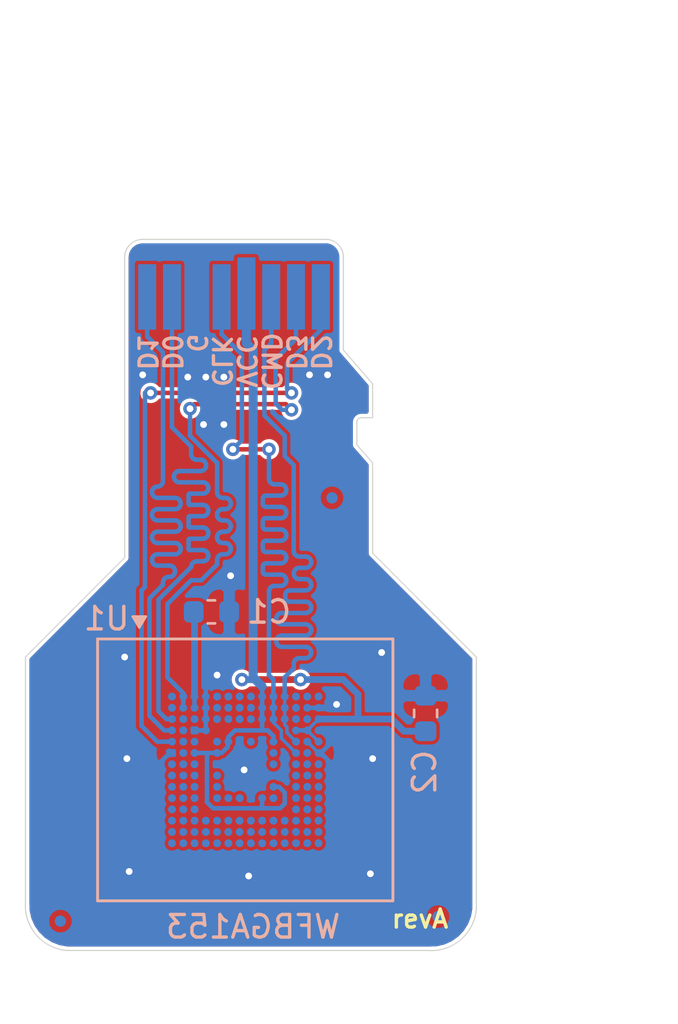
<source format=kicad_pcb>
(kicad_pcb (version 20171130) (host pcbnew "(5.1.8)-1")

  (general
    (thickness 1.6)
    (drawings 36)
    (tracks 847)
    (zones 0)
    (modules 8)
    (nets 15)
  )

  (page A4)
  (layers
    (0 F.Cu signal)
    (31 B.Cu signal)
    (32 B.Adhes user)
    (33 F.Adhes user)
    (34 B.Paste user)
    (35 F.Paste user)
    (36 B.SilkS user)
    (37 F.SilkS user)
    (38 B.Mask user)
    (39 F.Mask user)
    (40 Dwgs.User user)
    (41 Cmts.User user)
    (42 Eco1.User user)
    (43 Eco2.User user)
    (44 Edge.Cuts user)
    (45 Margin user)
    (46 B.CrtYd user)
    (47 F.CrtYd user)
    (48 B.Fab user hide)
    (49 F.Fab user hide)
  )

  (setup
    (last_trace_width 0.2)
    (user_trace_width 0.15)
    (user_trace_width 0.2)
    (user_trace_width 0.3)
    (user_trace_width 0.4)
    (user_trace_width 0.5)
    (trace_clearance 0.1)
    (zone_clearance 0.508)
    (zone_45_only no)
    (trace_min 0.15)
    (via_size 0.6)
    (via_drill 0.3)
    (via_min_size 0.4)
    (via_min_drill 0.3)
    (user_via 0.6 0.3)
    (uvia_size 0.3)
    (uvia_drill 0.1)
    (uvias_allowed no)
    (uvia_min_size 0.2)
    (uvia_min_drill 0.1)
    (edge_width 0.05)
    (segment_width 0.2)
    (pcb_text_width 0.3)
    (pcb_text_size 1.5 1.5)
    (mod_edge_width 0.12)
    (mod_text_size 1 1)
    (mod_text_width 0.15)
    (pad_size 0.8 3.2)
    (pad_drill 0)
    (pad_to_mask_clearance 0)
    (aux_axis_origin 0 0)
    (visible_elements 7FFFFFFF)
    (pcbplotparams
      (layerselection 0x010fc_ffffffff)
      (usegerberextensions false)
      (usegerberattributes false)
      (usegerberadvancedattributes false)
      (creategerberjobfile false)
      (excludeedgelayer true)
      (linewidth 0.100000)
      (plotframeref false)
      (viasonmask false)
      (mode 1)
      (useauxorigin false)
      (hpglpennumber 1)
      (hpglpenspeed 20)
      (hpglpendiameter 15.000000)
      (psnegative false)
      (psa4output false)
      (plotreference true)
      (plotvalue true)
      (plotinvisibletext false)
      (padsonsilk false)
      (subtractmaskfromsilk false)
      (outputformat 1)
      (mirror false)
      (drillshape 0)
      (scaleselection 1)
      (outputdirectory "gerbers/"))
  )

  (net 0 "")
  (net 1 GND)
  (net 2 /VDDI)
  (net 3 VCC)
  (net 4 /CMD)
  (net 5 /DAT3)
  (net 6 /CLK)
  (net 7 /DAT0)
  (net 8 /DAT1)
  (net 9 /DAT2)
  (net 10 "Net-(U1-PadB3)")
  (net 11 "Net-(U1-PadB4)")
  (net 12 "Net-(U1-PadB5)")
  (net 13 "Net-(U1-PadB6)")
  (net 14 "Net-(U1-PadH5)")

  (net_class Default "This is the default net class."
    (clearance 0.1)
    (trace_width 0.2)
    (via_dia 0.6)
    (via_drill 0.3)
    (uvia_dia 0.3)
    (uvia_drill 0.1)
    (add_net /CLK)
    (add_net /CMD)
    (add_net /DAT0)
    (add_net /DAT1)
    (add_net /DAT2)
    (add_net /DAT3)
    (add_net /VDDI)
    (add_net GND)
    (add_net "Net-(U1-PadB3)")
    (add_net "Net-(U1-PadB4)")
    (add_net "Net-(U1-PadB5)")
    (add_net "Net-(U1-PadB6)")
    (add_net "Net-(U1-PadH5)")
    (add_net VCC)
  )

  (module Voltlog:voltlog_mask_3mm (layer F.Cu) (tedit 5FCA3194) (tstamp 5FEB5481)
    (at 119.25 74.35)
    (path /5FEBB9F7)
    (attr virtual)
    (fp_text reference V1 (at 0 3) (layer F.SilkS) hide
      (effects (font (size 1 1) (thickness 0.1)))
    )
    (fp_text value VOLTLOG_LOGO (at 0.2 4.3) (layer F.SilkS) hide
      (effects (font (size 1 1) (thickness 0.1)))
    )
    (fp_poly (pts (xy 0.150612 -1.063253) (xy 0.265058 -1.061731) (xy 0.37733 -1.059331) (xy 0.486437 -1.056032)
      (xy 0.591387 -1.051817) (xy 0.691192 -1.046665) (xy 0.783889 -1.040627) (xy 0.870759 -1.033646)
      (xy 0.94631 -1.025947) (xy 1.011922 -1.017071) (xy 1.068972 -1.00656) (xy 1.11884 -0.993954)
      (xy 1.162903 -0.978796) (xy 1.202542 -0.960627) (xy 1.239133 -0.938987) (xy 1.274057 -0.913418)
      (xy 1.308692 -0.883461) (xy 1.336339 -0.856808) (xy 1.375265 -0.815305) (xy 1.407702 -0.774392)
      (xy 1.434508 -0.73209) (xy 1.456542 -0.686423) (xy 1.474663 -0.635411) (xy 1.489728 -0.577077)
      (xy 1.502598 -0.509444) (xy 1.510857 -0.454813) (xy 1.517758 -0.403032) (xy 1.523496 -0.354494)
      (xy 1.528168 -0.307317) (xy 1.531874 -0.259614) (xy 1.534712 -0.209502) (xy 1.536778 -0.155095)
      (xy 1.538173 -0.094509) (xy 1.538993 -0.025859) (xy 1.539337 0.05274) (xy 1.539362 0.092517)
      (xy 1.538798 0.200542) (xy 1.537094 0.297345) (xy 1.534141 0.384361) (xy 1.52983 0.463027)
      (xy 1.524053 0.534776) (xy 1.516701 0.601046) (xy 1.507665 0.663272) (xy 1.496836 0.722889)
      (xy 1.48875 0.76108) (xy 1.464763 0.841825) (xy 1.430665 0.916414) (xy 1.387287 0.984019)
      (xy 1.335459 1.043813) (xy 1.27601 1.094969) (xy 1.209773 1.136658) (xy 1.137576 1.168053)
      (xy 1.06025 1.188326) (xy 1.060114 1.188351) (xy 1.043349 1.190676) (xy 1.020396 1.192598)
      (xy 0.990263 1.194146) (xy 0.951953 1.195345) (xy 0.904473 1.196223) (xy 0.846829 1.196808)
      (xy 0.778027 1.197125) (xy 0.735204 1.197195) (xy 0.457919 1.197417) (xy 0.420039 1.237104)
      (xy 0.409612 1.248416) (xy 0.391588 1.268421) (xy 0.366735 1.296251) (xy 0.335817 1.33104)
      (xy 0.299603 1.371924) (xy 0.258858 1.418035) (xy 0.214348 1.468507) (xy 0.16684 1.522475)
      (xy 0.1171 1.579072) (xy 0.075882 1.626042) (xy 0.025177 1.683818) (xy -0.023703 1.739435)
      (xy -0.07002 1.792053) (xy -0.113032 1.840837) (xy -0.151999 1.88495) (xy -0.186183 1.923554)
      (xy -0.214842 1.955813) (xy -0.237237 1.98089) (xy -0.252627 1.997948) (xy -0.259589 2.005454)
      (xy -0.282677 2.025892) (xy -0.301572 2.034854) (xy -0.316969 2.032589) (xy -0.322916 2.027997)
      (xy -0.329728 2.01515) (xy -0.330536 2.009466) (xy -0.328487 2.001637) (xy -0.322586 1.982915)
      (xy -0.3132 1.954386) (xy -0.300699 1.917135) (xy -0.285451 1.872247) (xy -0.267824 1.820808)
      (xy -0.248187 1.763903) (xy -0.226909 1.702617) (xy -0.206454 1.644023) (xy -0.182455 1.575436)
      (xy -0.158483 1.50689) (xy -0.135087 1.43996) (xy -0.112816 1.376219) (xy -0.09222 1.317239)
      (xy -0.073849 1.264595) (xy -0.058251 1.219858) (xy -0.045976 1.184604) (xy -0.040499 1.168842)
      (xy -0.026074 1.128386) (xy -0.011271 1.088817) (xy 0.00281 1.052938) (xy 0.015069 1.023554)
      (xy 0.024265 1.003742) (xy 0.053215 0.958549) (xy 0.091235 0.91555) (xy 0.134769 0.878309)
      (xy 0.174289 0.853405) (xy 0.194583 0.843046) (xy 0.213087 0.834482) (xy 0.231245 0.827542)
      (xy 0.250498 0.822055) (xy 0.272289 0.817848) (xy 0.298061 0.814751) (xy 0.329256 0.812591)
      (xy 0.367318 0.811198) (xy 0.413689 0.8104) (xy 0.469812 0.810026) (xy 0.537129 0.809903)
      (xy 0.54033 0.809901) (xy 0.63783 0.809524) (xy 0.723061 0.80852) (xy 0.796438 0.80687)
      (xy 0.858378 0.804552) (xy 0.909295 0.801547) (xy 0.949607 0.797835) (xy 0.979729 0.793394)
      (xy 1.000077 0.788205) (xy 1.002302 0.787365) (xy 1.030549 0.770133) (xy 1.055943 0.743735)
      (xy 1.07548 0.711707) (xy 1.08267 0.692869) (xy 1.094202 0.645757) (xy 1.104245 0.587561)
      (xy 1.112778 0.519812) (xy 1.119781 0.444039) (xy 1.125231 0.361773) (xy 1.129109 0.274546)
      (xy 1.131393 0.183887) (xy 1.132062 0.091327) (xy 1.131096 -0.001603) (xy 1.128473 -0.093373)
      (xy 1.124172 -0.182452) (xy 1.118172 -0.267309) (xy 1.110453 -0.346415) (xy 1.100993 -0.418238)
      (xy 1.09815 -0.436103) (xy 1.088126 -0.486894) (xy 1.075883 -0.526611) (xy 1.059897 -0.556861)
      (xy 1.038647 -0.579253) (xy 1.010609 -0.595392) (xy 0.974259 -0.606886) (xy 0.92834 -0.615304)
      (xy 0.873792 -0.622016) (xy 0.807772 -0.628097) (xy 0.731493 -0.633534) (xy 0.646169 -0.638318)
      (xy 0.553011 -0.642437) (xy 0.453234 -0.645881) (xy 0.34805 -0.648638) (xy 0.238673 -0.650697)
      (xy 0.126314 -0.652049) (xy 0.012188 -0.652681) (xy -0.102494 -0.652583) (xy -0.216517 -0.651744)
      (xy -0.328669 -0.650153) (xy -0.437736 -0.6478) (xy -0.542507 -0.644672) (xy -0.641767 -0.64076)
      (xy -0.734305 -0.636053) (xy -0.813136 -0.630961) (xy -0.882666 -0.625431) (xy -0.940677 -0.61934)
      (xy -0.98835 -0.611978) (xy -1.026864 -0.602633) (xy -1.057401 -0.590596) (xy -1.081141 -0.575156)
      (xy -1.099264 -0.555603) (xy -1.11295 -0.531226) (xy -1.123381 -0.501316) (xy -1.131735 -0.465161)
      (xy -1.136923 -0.436103) (xy -1.146852 -0.366517) (xy -1.155036 -0.289237) (xy -1.161495 -0.205792)
      (xy -1.16625 -0.117714) (xy -1.169323 -0.026532) (xy -1.170735 0.066223) (xy -1.170505 0.159021)
      (xy -1.168657 0.250331) (xy -1.165209 0.338623) (xy -1.160184 0.422366) (xy -1.153602 0.50003)
      (xy -1.145485 0.570085) (xy -1.135853 0.631) (xy -1.124726 0.681244) (xy -1.121461 0.692809)
      (xy -1.104372 0.728648) (xy -1.077294 0.758533) (xy -1.043911 0.779337) (xy -1.022132 0.785811)
      (xy -0.988325 0.791354) (xy -0.94313 0.795923) (xy -0.887189 0.799473) (xy -0.821142 0.80196)
      (xy -0.745631 0.80334) (xy -0.691941 0.803622) (xy -0.54852 0.803717) (xy -0.507598 0.760854)
      (xy -0.495497 0.747789) (xy -0.475996 0.726241) (xy -0.450052 0.697289) (xy -0.418623 0.662011)
      (xy -0.382669 0.621487) (xy -0.343146 0.576794) (xy -0.301013 0.529011) (xy -0.257228 0.479218)
      (xy -0.241444 0.461233) (xy -0.19466 0.407902) (xy -0.147081 0.353667) (xy -0.1 0.3)
      (xy -0.054711 0.248378) (xy -0.012507 0.200276) (xy 0.025316 0.157167) (xy 0.057466 0.120528)
      (xy 0.082648 0.091833) (xy 0.084469 0.089758) (xy 0.113401 0.057245) (xy 0.140352 0.02781)
      (xy 0.163964 0.002868) (xy 0.182881 -0.016168) (xy 0.195747 -0.027883) (xy 0.200164 -0.030879)
      (xy 0.214837 -0.033041) (xy 0.228071 -0.025133) (xy 0.237612 -0.014776) (xy 0.240964 -0.008233)
      (xy 0.238922 -0.001393) (xy 0.23306 0.01628) (xy 0.223774 0.04364) (xy 0.211458 0.07954)
      (xy 0.196508 0.122832) (xy 0.179319 0.172372) (xy 0.160286 0.227011) (xy 0.139804 0.285603)
      (xy 0.133527 0.303521) (xy 0.109848 0.371111) (xy 0.085146 0.441681) (xy 0.060196 0.513009)
      (xy 0.035776 0.582876) (xy 0.01266 0.649061) (xy -0.008374 0.709343) (xy -0.026552 0.7615)
      (xy -0.037682 0.793485) (xy -0.054558 0.841216) (xy -0.071174 0.886716) (xy -0.086812 0.928126)
      (xy -0.100752 0.963589) (xy -0.112276 0.991246) (xy -0.120665 1.009239) (xy -0.122333 1.012257)
      (xy -0.158497 1.061783) (xy -0.204445 1.106071) (xy -0.257723 1.143285) (xy -0.31588 1.171587)
      (xy -0.350376 1.183056) (xy -0.360128 1.185482) (xy -0.371117 1.187534) (xy -0.384434 1.189243)
      (xy -0.401169 1.190638) (xy -0.422414 1.191751) (xy -0.449259 1.192614) (xy -0.482795 1.193255)
      (xy -0.524114 1.193708) (xy -0.574305 1.194001) (xy -0.63446 1.194166) (xy -0.705669 1.194234)
      (xy -0.746461 1.194242) (xy -1.102061 1.194242) (xy -1.163933 1.172816) (xy -1.24248 1.139349)
      (xy -1.312751 1.096274) (xy -1.37459 1.043728) (xy -1.42784 0.981849) (xy -1.472347 0.910777)
      (xy -1.483127 0.889442) (xy -1.500056 0.84999) (xy -1.51501 0.805587) (xy -1.528243 0.754965)
      (xy -1.540007 0.696857) (xy -1.550554 0.629997) (xy -1.560139 0.553117) (xy -1.569014 0.464952)
      (xy -1.569962 0.454467) (xy -1.572317 0.419927) (xy -1.574281 0.374644) (xy -1.575852 0.320565)
      (xy -1.577032 0.25964) (xy -1.577821 0.193819) (xy -1.578217 0.12505) (xy -1.578222 0.055284)
      (xy -1.577835 -0.013531) (xy -1.577056 -0.079445) (xy -1.575885 -0.140508) (xy -1.574322 -0.194772)
      (xy -1.572368 -0.240287) (xy -1.570022 -0.275103) (xy -1.569962 -0.275783) (xy -1.560869 -0.368057)
      (xy -1.550939 -0.448929) (xy -1.539786 -0.519687) (xy -1.527022 -0.581622) (xy -1.512262 -0.636023)
      (xy -1.495117 -0.68418) (xy -1.475202 -0.727382) (xy -1.45213 -0.766919) (xy -1.425513 -0.80408)
      (xy -1.403575 -0.830503) (xy -1.344867 -0.889313) (xy -1.281366 -0.936726) (xy -1.211754 -0.973557)
      (xy -1.134714 -1.000626) (xy -1.125144 -1.003195) (xy -1.084282 -1.011933) (xy -1.031724 -1.020063)
      (xy -0.968461 -1.027568) (xy -0.895484 -1.034428) (xy -0.813784 -1.040622) (xy -0.72435 -1.046133)
      (xy -0.628175 -1.050939) (xy -0.526248 -1.055023) (xy -0.41956 -1.058364) (xy -0.309103 -1.060943)
      (xy -0.195866 -1.062741) (xy -0.080841 -1.063738) (xy 0.034982 -1.063915) (xy 0.150612 -1.063253)) (layer F.Mask) (width 0.01))
  )

  (module Fiducial:Fiducial_0.5mm_Mask1mm (layer B.Cu) (tedit 5C18CB26) (tstamp 5FEB52F6)
    (at 122.6 62.45)
    (descr "Circular Fiducial, 0.5mm bare copper, 1mm soldermask opening (Level C)")
    (tags fiducial)
    (path /5FEBC8C9)
    (attr smd)
    (fp_text reference FID3 (at 0 1.5) (layer B.SilkS) hide
      (effects (font (size 1 1) (thickness 0.15)) (justify mirror))
    )
    (fp_text value Fiducial (at 0 -1.5) (layer B.Fab)
      (effects (font (size 1 1) (thickness 0.15)) (justify mirror))
    )
    (fp_circle (center 0 0) (end 0.5 0) (layer B.Fab) (width 0.1))
    (fp_circle (center 0 0) (end 0.75 0) (layer B.CrtYd) (width 0.05))
    (fp_text user %R (at 0 0) (layer B.Fab)
      (effects (font (size 0.2 0.2) (thickness 0.04)) (justify mirror))
    )
    (pad "" smd circle (at 0 0) (size 0.5 0.5) (layers B.Cu B.Mask)
      (solder_mask_margin 0.25) (clearance 0.25))
  )

  (module Fiducial:Fiducial_0.5mm_Mask1mm (layer B.Cu) (tedit 5C18CB26) (tstamp 5FEB52EE)
    (at 110.55 81.2)
    (descr "Circular Fiducial, 0.5mm bare copper, 1mm soldermask opening (Level C)")
    (tags fiducial)
    (path /5FEBC6AB)
    (attr smd)
    (fp_text reference FID2 (at 0 1.5) (layer B.SilkS) hide
      (effects (font (size 1 1) (thickness 0.15)) (justify mirror))
    )
    (fp_text value Fiducial (at 0 -1.5) (layer B.Fab)
      (effects (font (size 1 1) (thickness 0.15)) (justify mirror))
    )
    (fp_circle (center 0 0) (end 0.5 0) (layer B.Fab) (width 0.1))
    (fp_circle (center 0 0) (end 0.75 0) (layer B.CrtYd) (width 0.05))
    (fp_text user %R (at 0 0) (layer B.Fab)
      (effects (font (size 0.2 0.2) (thickness 0.04)) (justify mirror))
    )
    (pad "" smd circle (at 0 0) (size 0.5 0.5) (layers B.Cu B.Mask)
      (solder_mask_margin 0.25) (clearance 0.25))
  )

  (module Fiducial:Fiducial_0.5mm_Mask1mm (layer B.Cu) (tedit 5C18CB26) (tstamp 5FEB52E6)
    (at 127.3 81)
    (descr "Circular Fiducial, 0.5mm bare copper, 1mm soldermask opening (Level C)")
    (tags fiducial)
    (path /5FEBC0D2)
    (attr smd)
    (fp_text reference FID1 (at 0 1.5) (layer B.SilkS) hide
      (effects (font (size 1 1) (thickness 0.15)) (justify mirror))
    )
    (fp_text value Fiducial (at 0 -1.5) (layer B.Fab)
      (effects (font (size 1 1) (thickness 0.15)) (justify mirror))
    )
    (fp_circle (center 0 0) (end 0.5 0) (layer B.Fab) (width 0.1))
    (fp_circle (center 0 0) (end 0.75 0) (layer B.CrtYd) (width 0.05))
    (fp_text user %R (at 0 0) (layer B.Fab)
      (effects (font (size 0.2 0.2) (thickness 0.04)) (justify mirror))
    )
    (pad "" smd circle (at 0 0) (size 0.5 0.5) (layers B.Cu B.Mask)
      (solder_mask_margin 0.25) (clearance 0.25))
  )

  (module Voltlog:WFBGA153 locked (layer B.Cu) (tedit 5FEB397A) (tstamp 5FEB8D10)
    (at 118.75 74.5 270)
    (path /5FEB2528)
    (attr smd)
    (fp_text reference U1 (at -6.7 6.15) (layer B.SilkS)
      (effects (font (size 1 1) (thickness 0.15)) (justify mirror))
    )
    (fp_text value THGBMNG5D1LBAIL (at 0.1 -5.1 90) (layer B.Fab)
      (effects (font (size 1.128937 1.128937) (thickness 0.015)) (justify mirror))
    )
    (fp_line (start 6.05 -6.8) (end 6.05 6.8) (layer B.CrtYd) (width 0.05))
    (fp_line (start -6.05 -6.8) (end -6.05 6.8) (layer B.CrtYd) (width 0.05))
    (fp_line (start -6.05 6.8) (end 6.05 6.8) (layer B.CrtYd) (width 0.05))
    (fp_line (start -6.05 -6.8) (end 6.05 -6.8) (layer B.CrtYd) (width 0.05))
    (fp_line (start -5.8 -6.55) (end -5.8 6.55) (layer B.SilkS) (width 0.127))
    (fp_line (start 5.8 -6.55) (end 5.8 6.55) (layer B.SilkS) (width 0.127))
    (fp_line (start -5.8 -6.55) (end -5.8 6.55) (layer B.Fab) (width 0.127))
    (fp_line (start 5.8 -6.55) (end 5.8 6.55) (layer B.Fab) (width 0.127))
    (fp_line (start 5.8 6.55) (end -5.8 6.55) (layer B.SilkS) (width 0.127))
    (fp_line (start 5.8 -6.55) (end -5.8 -6.55) (layer B.SilkS) (width 0.127))
    (fp_line (start 5.8 6.55) (end -5.8 6.55) (layer B.Fab) (width 0.127))
    (fp_line (start 5.8 -6.55) (end -5.8 -6.55) (layer B.Fab) (width 0.127))
    (fp_poly (pts (xy -6.3 4.7) (xy -6.8 4.4) (xy -6.8 5)) (layer B.SilkS) (width 0.1))
    (pad A1 smd circle (at -3.25 3.25 270) (size 0.35 0.35) (layers B.Cu B.Paste B.Mask))
    (pad A2 smd circle (at -2.75 3.25 270) (size 0.35 0.35) (layers B.Cu B.Paste B.Mask))
    (pad A3 smd circle (at -2.25 3.25 270) (size 0.35 0.35) (layers B.Cu B.Paste B.Mask)
      (net 7 /DAT0))
    (pad A4 smd circle (at -1.75 3.25 270) (size 0.35 0.35) (layers B.Cu B.Paste B.Mask)
      (net 8 /DAT1))
    (pad A5 smd circle (at -1.25 3.25 270) (size 0.35 0.35) (layers B.Cu B.Paste B.Mask)
      (net 9 /DAT2))
    (pad A6 smd circle (at -0.75 3.25 270) (size 0.35 0.35) (layers B.Cu B.Paste B.Mask)
      (net 1 GND))
    (pad A7 smd circle (at -0.25 3.25 270) (size 0.35 0.35) (layers B.Cu B.Paste B.Mask))
    (pad A8 smd circle (at 0.25 3.25 270) (size 0.35 0.35) (layers B.Cu B.Paste B.Mask))
    (pad A9 smd circle (at 0.75 3.25 270) (size 0.35 0.35) (layers B.Cu B.Paste B.Mask))
    (pad A10 smd circle (at 1.25 3.25 270) (size 0.35 0.35) (layers B.Cu B.Paste B.Mask))
    (pad A11 smd circle (at 1.75 3.25 270) (size 0.35 0.35) (layers B.Cu B.Paste B.Mask))
    (pad A12 smd circle (at 2.25 3.25 270) (size 0.35 0.35) (layers B.Cu B.Paste B.Mask))
    (pad A13 smd circle (at 2.75 3.25 270) (size 0.35 0.35) (layers B.Cu B.Paste B.Mask))
    (pad A14 smd circle (at 3.25 3.25 270) (size 0.35 0.35) (layers B.Cu B.Paste B.Mask))
    (pad B1 smd circle (at -3.25 2.75 270) (size 0.35 0.35) (layers B.Cu B.Paste B.Mask))
    (pad B2 smd circle (at -2.75 2.75 270) (size 0.35 0.35) (layers B.Cu B.Paste B.Mask)
      (net 5 /DAT3))
    (pad B3 smd circle (at -2.25 2.75 270) (size 0.35 0.35) (layers B.Cu B.Paste B.Mask)
      (net 10 "Net-(U1-PadB3)"))
    (pad B4 smd circle (at -1.75 2.75 270) (size 0.35 0.35) (layers B.Cu B.Paste B.Mask)
      (net 11 "Net-(U1-PadB4)"))
    (pad B5 smd circle (at -1.25 2.75 270) (size 0.35 0.35) (layers B.Cu B.Paste B.Mask)
      (net 12 "Net-(U1-PadB5)"))
    (pad B6 smd circle (at -0.75 2.75 270) (size 0.35 0.35) (layers B.Cu B.Paste B.Mask)
      (net 13 "Net-(U1-PadB6)"))
    (pad B7 smd circle (at -0.25 2.75 270) (size 0.35 0.35) (layers B.Cu B.Paste B.Mask))
    (pad B8 smd circle (at 0.25 2.75 270) (size 0.35 0.35) (layers B.Cu B.Paste B.Mask))
    (pad B9 smd circle (at 0.75 2.75 270) (size 0.35 0.35) (layers B.Cu B.Paste B.Mask))
    (pad B10 smd circle (at 1.25 2.75 270) (size 0.35 0.35) (layers B.Cu B.Paste B.Mask))
    (pad B11 smd circle (at 1.75 2.75 270) (size 0.35 0.35) (layers B.Cu B.Paste B.Mask))
    (pad B12 smd circle (at 2.25 2.75 270) (size 0.35 0.35) (layers B.Cu B.Paste B.Mask))
    (pad B13 smd circle (at 2.75 2.75 270) (size 0.35 0.35) (layers B.Cu B.Paste B.Mask))
    (pad B14 smd circle (at 3.25 2.75 270) (size 0.35 0.35) (layers B.Cu B.Paste B.Mask))
    (pad C1 smd circle (at -3.25 2.25 270) (size 0.35 0.35) (layers B.Cu B.Paste B.Mask))
    (pad C2 smd circle (at -2.75 2.25 270) (size 0.35 0.35) (layers B.Cu B.Paste B.Mask)
      (net 2 /VDDI))
    (pad C3 smd circle (at -2.25 2.25 270) (size 0.35 0.35) (layers B.Cu B.Paste B.Mask))
    (pad C4 smd circle (at -1.75 2.25 270) (size 0.35 0.35) (layers B.Cu B.Paste B.Mask)
      (net 1 GND))
    (pad C5 smd circle (at -1.25 2.25 270) (size 0.35 0.35) (layers B.Cu B.Paste B.Mask))
    (pad C6 smd circle (at -0.75 2.25 270) (size 0.35 0.35) (layers B.Cu B.Paste B.Mask)
      (net 3 VCC))
    (pad C7 smd circle (at -0.25 2.25 270) (size 0.35 0.35) (layers B.Cu B.Paste B.Mask))
    (pad C8 smd circle (at 0.25 2.25 270) (size 0.35 0.35) (layers B.Cu B.Paste B.Mask))
    (pad C9 smd circle (at 0.75 2.25 270) (size 0.35 0.35) (layers B.Cu B.Paste B.Mask))
    (pad C10 smd circle (at 1.25 2.25 270) (size 0.35 0.35) (layers B.Cu B.Paste B.Mask))
    (pad C11 smd circle (at 1.75 2.25 270) (size 0.35 0.35) (layers B.Cu B.Paste B.Mask))
    (pad C12 smd circle (at 2.25 2.25 270) (size 0.35 0.35) (layers B.Cu B.Paste B.Mask))
    (pad C13 smd circle (at 2.75 2.25 270) (size 0.35 0.35) (layers B.Cu B.Paste B.Mask))
    (pad C14 smd circle (at 3.25 2.25 270) (size 0.35 0.35) (layers B.Cu B.Paste B.Mask))
    (pad D1 smd circle (at -3.25 1.75 270) (size 0.35 0.35) (layers B.Cu B.Paste B.Mask)
      (zone_connect 2))
    (pad D2 smd circle (at -2.75 1.75 270) (size 0.35 0.35) (layers B.Cu B.Paste B.Mask))
    (pad D3 smd circle (at -2.25 1.75 270) (size 0.35 0.35) (layers B.Cu B.Paste B.Mask))
    (pad D4 smd circle (at -1.75 1.75 270) (size 0.35 0.35) (layers B.Cu B.Paste B.Mask))
    (pad D12 smd circle (at 2.25 1.75 270) (size 0.35 0.35) (layers B.Cu B.Paste B.Mask))
    (pad D13 smd circle (at 2.75 1.75 270) (size 0.35 0.35) (layers B.Cu B.Paste B.Mask))
    (pad D14 smd circle (at 3.25 1.75 270) (size 0.35 0.35) (layers B.Cu B.Paste B.Mask))
    (pad E1 smd circle (at -3.25 1.25 270) (size 0.35 0.35) (layers B.Cu B.Paste B.Mask))
    (pad E2 smd circle (at -2.75 1.25 270) (size 0.35 0.35) (layers B.Cu B.Paste B.Mask))
    (pad E3 smd circle (at -2.25 1.25 270) (size 0.35 0.35) (layers B.Cu B.Paste B.Mask))
    (pad E5 smd circle (at -1.25 1.25 270) (size 0.35 0.35) (layers B.Cu B.Paste B.Mask))
    (pad E6 smd circle (at -0.75 1.25 270) (size 0.35 0.35) (layers B.Cu B.Paste B.Mask)
      (net 3 VCC))
    (pad E7 smd circle (at -0.25 1.25 270) (size 0.35 0.35) (layers B.Cu B.Paste B.Mask)
      (net 1 GND) (zone_connect 2))
    (pad E8 smd circle (at 0.25 1.25 270) (size 0.35 0.35) (layers B.Cu B.Paste B.Mask))
    (pad E9 smd circle (at 0.75 1.25 270) (size 0.35 0.35) (layers B.Cu B.Paste B.Mask))
    (pad E10 smd circle (at 1.25 1.25 270) (size 0.35 0.35) (layers B.Cu B.Paste B.Mask))
    (pad E12 smd circle (at 2.25 1.25 270) (size 0.35 0.35) (layers B.Cu B.Paste B.Mask))
    (pad E13 smd circle (at 2.75 1.25 270) (size 0.35 0.35) (layers B.Cu B.Paste B.Mask))
    (pad E14 smd circle (at 3.25 1.25 270) (size 0.35 0.35) (layers B.Cu B.Paste B.Mask))
    (pad F1 smd circle (at -3.25 0.75 270) (size 0.35 0.35) (layers B.Cu B.Paste B.Mask))
    (pad F2 smd circle (at -2.75 0.75 270) (size 0.35 0.35) (layers B.Cu B.Paste B.Mask))
    (pad F3 smd circle (at -2.25 0.75 270) (size 0.35 0.35) (layers B.Cu B.Paste B.Mask))
    (pad F5 smd circle (at -1.25 0.75 270) (size 0.35 0.35) (layers B.Cu B.Paste B.Mask)
      (net 3 VCC))
    (pad F10 smd circle (at 1.25 0.75 270) (size 0.35 0.35) (layers B.Cu B.Paste B.Mask))
    (pad F12 smd circle (at 2.25 0.75 270) (size 0.35 0.35) (layers B.Cu B.Paste B.Mask))
    (pad F13 smd circle (at 2.75 0.75 270) (size 0.35 0.35) (layers B.Cu B.Paste B.Mask))
    (pad F14 smd circle (at 3.25 0.75 270) (size 0.35 0.35) (layers B.Cu B.Paste B.Mask))
    (pad G1 smd circle (at -3.25 0.25 270) (size 0.35 0.35) (layers B.Cu B.Paste B.Mask))
    (pad G2 smd circle (at -2.75 0.25 270) (size 0.35 0.35) (layers B.Cu B.Paste B.Mask))
    (pad G3 smd circle (at -2.25 0.25 270) (size 0.35 0.35) (layers B.Cu B.Paste B.Mask))
    (pad G5 smd circle (at -1.25 0.25 270) (size 0.35 0.35) (layers B.Cu B.Paste B.Mask)
      (net 1 GND) (zone_connect 2))
    (pad G10 smd circle (at 1.25 0.25 270) (size 0.35 0.35) (layers B.Cu B.Paste B.Mask))
    (pad G12 smd circle (at 2.25 0.25 270) (size 0.35 0.35) (layers B.Cu B.Paste B.Mask))
    (pad G13 smd circle (at 2.75 0.25 270) (size 0.35 0.35) (layers B.Cu B.Paste B.Mask))
    (pad G14 smd circle (at 3.25 0.25 270) (size 0.35 0.35) (layers B.Cu B.Paste B.Mask))
    (pad H1 smd circle (at -3.25 -0.25 270) (size 0.35 0.35) (layers B.Cu B.Paste B.Mask))
    (pad H2 smd circle (at -2.75 -0.25 270) (size 0.35 0.35) (layers B.Cu B.Paste B.Mask))
    (pad H3 smd circle (at -2.25 -0.25 270) (size 0.35 0.35) (layers B.Cu B.Paste B.Mask))
    (pad H5 smd circle (at -1.25 -0.25 270) (size 0.35 0.35) (layers B.Cu B.Paste B.Mask)
      (net 14 "Net-(U1-PadH5)"))
    (pad H10 smd circle (at 1.25 -0.25 270) (size 0.35 0.35) (layers B.Cu B.Paste B.Mask)
      (net 1 GND) (zone_connect 2))
    (pad H12 smd circle (at 2.25 -0.25 270) (size 0.35 0.35) (layers B.Cu B.Paste B.Mask))
    (pad H13 smd circle (at 2.75 -0.25 270) (size 0.35 0.35) (layers B.Cu B.Paste B.Mask))
    (pad H14 smd circle (at 3.25 -0.25 270) (size 0.35 0.35) (layers B.Cu B.Paste B.Mask))
    (pad J1 smd circle (at -3.25 -0.75 270) (size 0.35 0.35) (layers B.Cu B.Paste B.Mask))
    (pad J2 smd circle (at -2.75 -0.75 270) (size 0.35 0.35) (layers B.Cu B.Paste B.Mask))
    (pad J3 smd circle (at -2.25 -0.75 270) (size 0.35 0.35) (layers B.Cu B.Paste B.Mask))
    (pad J5 smd circle (at -1.25 -0.75 270) (size 0.35 0.35) (layers B.Cu B.Paste B.Mask)
      (net 1 GND) (zone_connect 2))
    (pad J10 smd circle (at 1.25 -0.75 270) (size 0.35 0.35) (layers B.Cu B.Paste B.Mask)
      (net 3 VCC))
    (pad J12 smd circle (at 2.25 -0.75 270) (size 0.35 0.35) (layers B.Cu B.Paste B.Mask))
    (pad J13 smd circle (at 2.75 -0.75 270) (size 0.35 0.35) (layers B.Cu B.Paste B.Mask))
    (pad J14 smd circle (at 3.25 -0.75 270) (size 0.35 0.35) (layers B.Cu B.Paste B.Mask))
    (pad K1 smd circle (at -3.25 -1.25 270) (size 0.35 0.35) (layers B.Cu B.Paste B.Mask))
    (pad K2 smd circle (at -2.75 -1.25 270) (size 0.35 0.35) (layers B.Cu B.Paste B.Mask))
    (pad K3 smd circle (at -2.25 -1.25 270) (size 0.35 0.35) (layers B.Cu B.Paste B.Mask))
    (pad K5 smd circle (at -1.25 -1.25 270) (size 0.35 0.35) (layers B.Cu B.Paste B.Mask)
      (net 3 VCC))
    (pad K6 smd circle (at -0.75 -1.25 270) (size 0.35 0.35) (layers B.Cu B.Paste B.Mask))
    (pad K7 smd circle (at -0.25 -1.25 270) (size 0.35 0.35) (layers B.Cu B.Paste B.Mask))
    (pad K8 smd circle (at 0.25 -1.25 270) (size 0.35 0.35) (layers B.Cu B.Paste B.Mask)
      (net 1 GND) (zone_connect 2))
    (pad K9 smd circle (at 0.75 -1.25 270) (size 0.35 0.35) (layers B.Cu B.Paste B.Mask)
      (net 3 VCC))
    (pad K10 smd circle (at 1.25 -1.25 270) (size 0.35 0.35) (layers B.Cu B.Paste B.Mask))
    (pad K12 smd circle (at 2.25 -1.25 270) (size 0.35 0.35) (layers B.Cu B.Paste B.Mask))
    (pad K13 smd circle (at 2.75 -1.25 270) (size 0.35 0.35) (layers B.Cu B.Paste B.Mask))
    (pad K14 smd circle (at 3.25 -1.25 270) (size 0.35 0.35) (layers B.Cu B.Paste B.Mask))
    (pad L1 smd circle (at -3.25 -1.75 270) (size 0.35 0.35) (layers B.Cu B.Paste B.Mask))
    (pad L2 smd circle (at -2.75 -1.75 270) (size 0.35 0.35) (layers B.Cu B.Paste B.Mask))
    (pad L3 smd circle (at -2.25 -1.75 270) (size 0.35 0.35) (layers B.Cu B.Paste B.Mask))
    (pad L12 smd circle (at 2.25 -1.75 270) (size 0.35 0.35) (layers B.Cu B.Paste B.Mask))
    (pad L13 smd circle (at 2.75 -1.75 270) (size 0.35 0.35) (layers B.Cu B.Paste B.Mask))
    (pad L14 smd circle (at 3.25 -1.75 270) (size 0.35 0.35) (layers B.Cu B.Paste B.Mask))
    (pad M1 smd circle (at -3.25 -2.25 270) (size 0.35 0.35) (layers B.Cu B.Paste B.Mask))
    (pad M2 smd circle (at -2.75 -2.25 270) (size 0.35 0.35) (layers B.Cu B.Paste B.Mask))
    (pad M3 smd circle (at -2.25 -2.25 270) (size 0.35 0.35) (layers B.Cu B.Paste B.Mask))
    (pad M4 smd circle (at -1.75 -2.25 270) (size 0.35 0.35) (layers B.Cu B.Paste B.Mask)
      (net 3 VCC))
    (pad M5 smd circle (at -1.25 -2.25 270) (size 0.35 0.35) (layers B.Cu B.Paste B.Mask)
      (net 4 /CMD))
    (pad M6 smd circle (at -0.75 -2.25 270) (size 0.35 0.35) (layers B.Cu B.Paste B.Mask)
      (net 6 /CLK))
    (pad M7 smd circle (at -0.25 -2.25 270) (size 0.35 0.35) (layers B.Cu B.Paste B.Mask))
    (pad M8 smd circle (at 0.25 -2.25 270) (size 0.35 0.35) (layers B.Cu B.Paste B.Mask))
    (pad M9 smd circle (at 0.75 -2.25 270) (size 0.35 0.35) (layers B.Cu B.Paste B.Mask))
    (pad M10 smd circle (at 1.25 -2.25 270) (size 0.35 0.35) (layers B.Cu B.Paste B.Mask))
    (pad M11 smd circle (at 1.75 -2.25 270) (size 0.35 0.35) (layers B.Cu B.Paste B.Mask))
    (pad M12 smd circle (at 2.25 -2.25 270) (size 0.35 0.35) (layers B.Cu B.Paste B.Mask))
    (pad M13 smd circle (at 2.75 -2.25 270) (size 0.35 0.35) (layers B.Cu B.Paste B.Mask))
    (pad M14 smd circle (at 3.25 -2.25 270) (size 0.35 0.35) (layers B.Cu B.Paste B.Mask))
    (pad N1 smd circle (at -3.25 -2.75 270) (size 0.35 0.35) (layers B.Cu B.Paste B.Mask))
    (pad N2 smd circle (at -2.75 -2.75 270) (size 0.35 0.35) (layers B.Cu B.Paste B.Mask)
      (net 1 GND) (zone_connect 0))
    (pad N3 smd circle (at -2.25 -2.75 270) (size 0.35 0.35) (layers B.Cu B.Paste B.Mask))
    (pad N4 smd circle (at -1.75 -2.75 270) (size 0.35 0.35) (layers B.Cu B.Paste B.Mask)
      (net 3 VCC))
    (pad N5 smd circle (at -1.25 -2.75 270) (size 0.35 0.35) (layers B.Cu B.Paste B.Mask)
      (net 1 GND) (zone_connect 0))
    (pad N6 smd circle (at -0.75 -2.75 270) (size 0.35 0.35) (layers B.Cu B.Paste B.Mask))
    (pad N7 smd circle (at -0.25 -2.75 270) (size 0.35 0.35) (layers B.Cu B.Paste B.Mask))
    (pad N8 smd circle (at 0.25 -2.75 270) (size 0.35 0.35) (layers B.Cu B.Paste B.Mask))
    (pad N9 smd circle (at 0.75 -2.75 270) (size 0.35 0.35) (layers B.Cu B.Paste B.Mask))
    (pad N10 smd circle (at 1.25 -2.75 270) (size 0.35 0.35) (layers B.Cu B.Paste B.Mask))
    (pad N11 smd circle (at 1.75 -2.75 270) (size 0.35 0.35) (layers B.Cu B.Paste B.Mask))
    (pad N12 smd circle (at 2.25 -2.75 270) (size 0.35 0.35) (layers B.Cu B.Paste B.Mask))
    (pad N13 smd circle (at 2.75 -2.75 270) (size 0.35 0.35) (layers B.Cu B.Paste B.Mask))
    (pad N14 smd circle (at 3.25 -2.75 270) (size 0.35 0.35) (layers B.Cu B.Paste B.Mask))
    (pad P1 smd circle (at -3.25 -3.25 270) (size 0.35 0.35) (layers B.Cu B.Paste B.Mask))
    (pad P2 smd circle (at -2.75 -3.25 270) (size 0.35 0.35) (layers B.Cu B.Paste B.Mask)
      (zone_connect 2))
    (pad P3 smd circle (at -2.25 -3.25 270) (size 0.35 0.35) (layers B.Cu B.Paste B.Mask)
      (net 3 VCC))
    (pad P4 smd circle (at -1.75 -3.25 270) (size 0.35 0.35) (layers B.Cu B.Paste B.Mask)
      (net 1 GND) (zone_connect 2))
    (pad P5 smd circle (at -1.25 -3.25 270) (size 0.35 0.35) (layers B.Cu B.Paste B.Mask)
      (net 3 VCC))
    (pad P6 smd circle (at -0.75 -3.25 270) (size 0.35 0.35) (layers B.Cu B.Paste B.Mask)
      (net 1 GND))
    (pad P7 smd circle (at -0.25 -3.25 270) (size 0.35 0.35) (layers B.Cu B.Paste B.Mask))
    (pad P8 smd circle (at 0.25 -3.25 270) (size 0.35 0.35) (layers B.Cu B.Paste B.Mask))
    (pad P9 smd circle (at 0.75 -3.25 270) (size 0.35 0.35) (layers B.Cu B.Paste B.Mask))
    (pad P10 smd circle (at 1.25 -3.25 270) (size 0.35 0.35) (layers B.Cu B.Paste B.Mask))
    (pad P11 smd circle (at 1.75 -3.25 270) (size 0.35 0.35) (layers B.Cu B.Paste B.Mask))
    (pad P12 smd circle (at 2.25 -3.25 270) (size 0.35 0.35) (layers B.Cu B.Paste B.Mask))
    (pad P13 smd circle (at 2.75 -3.25 270) (size 0.35 0.35) (layers B.Cu B.Paste B.Mask))
    (pad P14 smd circle (at 3.25 -3.25 270) (size 0.35 0.35) (layers B.Cu B.Paste B.Mask))
    (model ${DROPBOX}/BGA153.step
      (at (xyz 0 0 0))
      (scale (xyz 1 1 1))
      (rotate (xyz -90 0 0))
    )
  )

  (module Voltlog:microSD_card (layer B.Cu) (tedit 5FEB3A33) (tstamp 5FEB8C66)
    (at 118.25 59.75 180)
    (path /5FEB39E1)
    (fp_text reference J1 (at -0.35 0.65) (layer B.SilkS) hide
      (effects (font (size 1 1) (thickness 0.15)) (justify mirror))
    )
    (fp_text value Micro_SD_Card (at -0.6 -4.9) (layer B.Fab)
      (effects (font (size 1 1) (thickness 0.15)) (justify mirror))
    )
    (fp_line (start -5.35 -6.25) (end 4.05 -6.25) (layer B.Fab) (width 0.12))
    (fp_line (start 4.85 -5.45) (end 4.85 7.95) (layer B.Fab) (width 0.12))
    (fp_line (start 4.05 8.75) (end -4.05 8.75) (layer B.Fab) (width 0.12))
    (fp_line (start -6.15 -1.15) (end -6.15 -5.45) (layer B.Fab) (width 0.12))
    (fp_line (start -6.15 2.35) (end -4.85 3.85) (layer B.Fab) (width 0.12))
    (fp_line (start -4.85 3.85) (end -4.85 7.95) (layer B.Fab) (width 0.12))
    (fp_line (start -6.15 0.85) (end -5.65 0.85) (layer B.Fab) (width 0.12))
    (fp_line (start -5.45 0.65) (end -5.45 -0.35) (layer B.Fab) (width 0.12))
    (fp_line (start -5.45 -0.35) (end -6.15 -1.15) (layer B.Fab) (width 0.12))
    (fp_line (start -6.15 0.85) (end -6.15 2.35) (layer B.Fab) (width 0.12))
    (fp_arc (start -5.65 0.65) (end -5.45 0.65) (angle 90) (layer B.Fab) (width 0.12))
    (fp_arc (start 4.05 -5.45) (end 4.05 -6.25) (angle 90) (layer B.Fab) (width 0.12))
    (fp_arc (start -5.35 -5.45) (end -6.15 -5.45) (angle 90) (layer B.Fab) (width 0.12))
    (fp_arc (start 4.05 7.95) (end 4.85 7.95) (angle 90) (layer B.Fab) (width 0.12))
    (fp_arc (start -4.05 7.95) (end -4.05 8.75) (angle 90) (layer B.Fab) (width 0.12))
    (pad 4 smd rect (at -0.55 6.35 180) (size 0.8 3.2) (layers B.Cu B.Mask)
      (net 3 VCC))
    (pad 3 smd rect (at -1.65 6.2 180) (size 0.8 2.9) (layers B.Cu B.Mask)
      (net 4 /CMD))
    (pad 2 smd rect (at -2.75 6.2 180) (size 0.8 2.9) (layers B.Cu B.Mask)
      (net 5 /DAT3))
    (pad 5 smd rect (at 0.55 6.2 180) (size 0.8 2.9) (layers B.Cu B.Mask)
      (net 6 /CLK))
    (pad 6 smd rect (at 1.65 6.35 180) (size 0.8 3.2) (layers B.Cu B.Mask)
      (net 1 GND) (zone_connect 2))
    (pad 7 smd rect (at 2.75 6.2 180) (size 0.8 2.9) (layers B.Cu B.Mask)
      (net 7 /DAT0))
    (pad 8 smd rect (at 3.85 6.2 180) (size 0.8 2.9) (layers B.Cu B.Mask)
      (net 8 /DAT1))
    (pad 1 smd rect (at -3.85 6.2 180) (size 0.8 2.9) (layers B.Cu B.Mask)
      (net 9 /DAT2))
  )

  (module Capacitor_SMD:C_0603_1608Metric (layer B.Cu) (tedit 5B301BBE) (tstamp 5FEB973D)
    (at 126.75 72 90)
    (descr "Capacitor SMD 0603 (1608 Metric), square (rectangular) end terminal, IPC_7351 nominal, (Body size source: http://www.tortai-tech.com/upload/download/2011102023233369053.pdf), generated with kicad-footprint-generator")
    (tags capacitor)
    (path /5FEC203A)
    (attr smd)
    (fp_text reference C2 (at -2.6 -0.05 -90) (layer B.SilkS)
      (effects (font (size 1 1) (thickness 0.15)) (justify mirror))
    )
    (fp_text value 1uF (at 0 -1.43 -90) (layer B.Fab)
      (effects (font (size 1 1) (thickness 0.15)) (justify mirror))
    )
    (fp_line (start -0.8 -0.4) (end -0.8 0.4) (layer B.Fab) (width 0.1))
    (fp_line (start -0.8 0.4) (end 0.8 0.4) (layer B.Fab) (width 0.1))
    (fp_line (start 0.8 0.4) (end 0.8 -0.4) (layer B.Fab) (width 0.1))
    (fp_line (start 0.8 -0.4) (end -0.8 -0.4) (layer B.Fab) (width 0.1))
    (fp_line (start -0.162779 0.51) (end 0.162779 0.51) (layer B.SilkS) (width 0.12))
    (fp_line (start -0.162779 -0.51) (end 0.162779 -0.51) (layer B.SilkS) (width 0.12))
    (fp_line (start -1.48 -0.73) (end -1.48 0.73) (layer B.CrtYd) (width 0.05))
    (fp_line (start -1.48 0.73) (end 1.48 0.73) (layer B.CrtYd) (width 0.05))
    (fp_line (start 1.48 0.73) (end 1.48 -0.73) (layer B.CrtYd) (width 0.05))
    (fp_line (start 1.48 -0.73) (end -1.48 -0.73) (layer B.CrtYd) (width 0.05))
    (fp_text user %R (at 0 0 -90) (layer B.Fab)
      (effects (font (size 0.4 0.4) (thickness 0.06)) (justify mirror))
    )
    (pad 2 smd roundrect (at 0.7875 0 90) (size 0.875 0.95) (layers B.Cu B.Paste B.Mask) (roundrect_rratio 0.25)
      (net 1 GND))
    (pad 1 smd roundrect (at -0.7875 0 90) (size 0.875 0.95) (layers B.Cu B.Paste B.Mask) (roundrect_rratio 0.25)
      (net 3 VCC))
    (model ${KISYS3DMOD}/Capacitor_SMD.3dshapes/C_0603_1608Metric.wrl
      (at (xyz 0 0 0))
      (scale (xyz 1 1 1))
      (rotate (xyz 0 0 0))
    )
  )

  (module Capacitor_SMD:C_0603_1608Metric (layer B.Cu) (tedit 5B301BBE) (tstamp 5FEB8C3A)
    (at 117.25 67.5)
    (descr "Capacitor SMD 0603 (1608 Metric), square (rectangular) end terminal, IPC_7351 nominal, (Body size source: http://www.tortai-tech.com/upload/download/2011102023233369053.pdf), generated with kicad-footprint-generator")
    (tags capacitor)
    (path /5FEC67C1)
    (attr smd)
    (fp_text reference C1 (at 2.55 0) (layer B.SilkS)
      (effects (font (size 1 1) (thickness 0.15)) (justify mirror))
    )
    (fp_text value 1uF (at 0 -1.43) (layer B.Fab)
      (effects (font (size 1 1) (thickness 0.15)) (justify mirror))
    )
    (fp_line (start -0.8 -0.4) (end -0.8 0.4) (layer B.Fab) (width 0.1))
    (fp_line (start -0.8 0.4) (end 0.8 0.4) (layer B.Fab) (width 0.1))
    (fp_line (start 0.8 0.4) (end 0.8 -0.4) (layer B.Fab) (width 0.1))
    (fp_line (start 0.8 -0.4) (end -0.8 -0.4) (layer B.Fab) (width 0.1))
    (fp_line (start -0.162779 0.51) (end 0.162779 0.51) (layer B.SilkS) (width 0.12))
    (fp_line (start -0.162779 -0.51) (end 0.162779 -0.51) (layer B.SilkS) (width 0.12))
    (fp_line (start -1.48 -0.73) (end -1.48 0.73) (layer B.CrtYd) (width 0.05))
    (fp_line (start -1.48 0.73) (end 1.48 0.73) (layer B.CrtYd) (width 0.05))
    (fp_line (start 1.48 0.73) (end 1.48 -0.73) (layer B.CrtYd) (width 0.05))
    (fp_line (start 1.48 -0.73) (end -1.48 -0.73) (layer B.CrtYd) (width 0.05))
    (fp_text user %R (at 0 0 90) (layer B.Fab)
      (effects (font (size 0.4 0.4) (thickness 0.06)) (justify mirror))
    )
    (pad 2 smd roundrect (at 0.7875 0) (size 0.875 0.95) (layers B.Cu B.Paste B.Mask) (roundrect_rratio 0.25)
      (net 1 GND))
    (pad 1 smd roundrect (at -0.7875 0) (size 0.875 0.95) (layers B.Cu B.Paste B.Mask) (roundrect_rratio 0.25)
      (net 2 /VDDI))
    (model ${KISYS3DMOD}/Capacitor_SMD.3dshapes/C_0603_1608Metric.wrl
      (at (xyz 0 0 0))
      (scale (xyz 1 1 1))
      (rotate (xyz 0 0 0))
    )
  )

  (gr_arc (start 110.999999 80.500001) (end 109 80.350002) (angle -90) (layer Edge.Cuts) (width 0.05) (tstamp 5FEB6EF4))
  (gr_arc (start 127 80.5) (end 126.850001 82.499999) (angle -90) (layer Edge.Cuts) (width 0.05))
  (gr_text Adapter (at 119.3 79.9) (layer F.Mask) (tstamp 5FEB6B29)
    (effects (font (size 1.5 1.5) (thickness 0.3) italic))
  )
  (gr_text eMMC (at 110.7 74.6 270) (layer B.Mask)
    (effects (font (size 1 1) (thickness 0.2)) (justify mirror))
  )
  (gr_text WFBGA153 (at 119.1 81.45) (layer B.SilkS)
    (effects (font (size 1 1) (thickness 0.15)) (justify mirror))
  )
  (gr_text revA (at 126.5 81.1) (layer F.SilkS)
    (effects (font (size 0.8 0.8) (thickness 0.15)))
  )
  (gr_text "eMMC uSD" (at 119.15 77.7) (layer F.Mask)
    (effects (font (size 1.5 1.5) (thickness 0.3) italic))
  )
  (gr_text D1 (at 114.4 56 270) (layer B.SilkS) (tstamp 5FEB4F45)
    (effects (font (size 0.8 0.8) (thickness 0.15)) (justify mirror))
  )
  (gr_text D0 (at 115.5 56 270) (layer B.SilkS) (tstamp 5FEB4F43)
    (effects (font (size 0.8 0.8) (thickness 0.15)) (justify mirror))
  )
  (gr_text G (at 116.6 55.6 270) (layer B.SilkS) (tstamp 5FEB4F41)
    (effects (font (size 0.8 0.8) (thickness 0.15)) (justify mirror))
  )
  (gr_text CLK (at 117.7 56.4 270) (layer B.SilkS) (tstamp 5FEB4F3F)
    (effects (font (size 0.8 0.8) (thickness 0.15)) (justify mirror))
  )
  (gr_text VCC (at 118.8 56.4 270) (layer B.SilkS) (tstamp 5FEB4F3D)
    (effects (font (size 0.8 0.8) (thickness 0.15)) (justify mirror))
  )
  (gr_text CMD (at 119.9 56.4 270) (layer B.SilkS) (tstamp 5FEB4F3B)
    (effects (font (size 0.8 0.8) (thickness 0.15)) (justify mirror))
  )
  (gr_text D3 (at 121 56 270) (layer B.SilkS) (tstamp 5FEB4F39)
    (effects (font (size 0.8 0.8) (thickness 0.15)) (justify mirror))
  )
  (gr_text D2 (at 122.1 56 270) (layer B.SilkS)
    (effects (font (size 0.8 0.8) (thickness 0.15)) (justify mirror))
  )
  (dimension 20 (width 0.15) (layer Eco1.User)
    (gr_text "20.000 mm" (at 119 86.399999) (layer Eco1.User)
      (effects (font (size 1 1) (thickness 0.15)))
    )
    (feature1 (pts (xy 129 82.5) (xy 129 85.68642)))
    (feature2 (pts (xy 109 82.5) (xy 109 85.68642)))
    (crossbar (pts (xy 109 85.099999) (xy 129 85.099999)))
    (arrow1a (pts (xy 129 85.099999) (xy 127.873496 85.68642)))
    (arrow1b (pts (xy 129 85.099999) (xy 127.873496 84.513578)))
    (arrow2a (pts (xy 109 85.099999) (xy 110.126504 85.68642)))
    (arrow2b (pts (xy 109 85.099999) (xy 110.126504 84.513578)))
  )
  (dimension 31.5 (width 0.15) (layer Eco1.User)
    (gr_text "31.500 mm" (at 136.6 66.75 270) (layer Eco1.User)
      (effects (font (size 1 1) (thickness 0.15)))
    )
    (feature1 (pts (xy 122.3 82.5) (xy 135.886421 82.5)))
    (feature2 (pts (xy 122.3 51) (xy 135.886421 51)))
    (crossbar (pts (xy 135.3 51) (xy 135.3 82.5)))
    (arrow1a (pts (xy 135.3 82.5) (xy 134.713579 81.373496)))
    (arrow1b (pts (xy 135.3 82.5) (xy 135.886421 81.373496)))
    (arrow2a (pts (xy 135.3 51) (xy 134.713579 52.126504)))
    (arrow2b (pts (xy 135.3 51) (xy 135.886421 52.126504)))
  )
  (gr_arc (start 123.9 59.1) (end 123.9 58.9) (angle -90) (layer Edge.Cuts) (width 0.05))
  (gr_line (start 124.4 58.9) (end 123.9 58.9) (layer Edge.Cuts) (width 0.05))
  (gr_arc (start 122.313269 51.781992) (end 123.1 51.8) (angle -85.01938241) (layer Edge.Cuts) (width 0.05) (tstamp 5FEB9910))
  (gr_arc (start 114.2 51.8) (end 114.2 51) (angle -90.95033288) (layer Edge.Cuts) (width 0.05))
  (gr_line (start 114.2 51) (end 122.399489 51) (layer Edge.Cuts) (width 0.05))
  (gr_line (start 123.1 55.9) (end 123.1 51.8) (layer Edge.Cuts) (width 0.05))
  (gr_line (start 124.4 57.4) (end 123.1 55.9) (layer Edge.Cuts) (width 0.05))
  (gr_line (start 124.4 58.9) (end 124.4 57.4) (layer Edge.Cuts) (width 0.05))
  (gr_line (start 123.7 60.1) (end 123.7 59.1) (layer Edge.Cuts) (width 0.05))
  (gr_line (start 124.4 60.9) (end 123.7 60.1) (layer Edge.Cuts) (width 0.05))
  (gr_line (start 124.4 64.9) (end 124.4 60.9) (layer Edge.Cuts) (width 0.05))
  (gr_line (start 113.4 65.1) (end 113.25 65.25) (layer Edge.Cuts) (width 0.05) (tstamp 5FEB98FE))
  (gr_line (start 113.40011 51.813269) (end 113.4 65.1) (layer Edge.Cuts) (width 0.05))
  (gr_line (start 129 69.5) (end 124.4 64.9) (layer Edge.Cuts) (width 0.05) (tstamp 5FEB98FB))
  (gr_line (start 128.999999 80.649999) (end 129 69.5) (layer Edge.Cuts) (width 0.05) (tstamp 5FEB97C1))
  (gr_line (start 109 69.5) (end 113.25 65.25) (layer Edge.Cuts) (width 0.05))
  (gr_line (start 109 80.350002) (end 109 69.5) (layer Edge.Cuts) (width 0.05))
  (gr_line (start 126.850001 82.499999) (end 110.85 82.5) (layer Edge.Cuts) (width 0.05))
  (gr_text "PCB thickness 0.8mm" (at 120.6 41.8) (layer Eco1.User)
    (effects (font (size 1.5 1.5) (thickness 0.3)))
  )

  (segment (start 116.5 72.75) (end 117 72.75) (width 0.2) (layer B.Cu) (net 1))
  (segment (start 117 72.75) (end 117 72.25) (width 0.2) (layer B.Cu) (net 1))
  (segment (start 117 72.25) (end 117 71.75) (width 0.2) (layer B.Cu) (net 1))
  (segment (start 117 71.75) (end 117 71.25) (width 0.2) (layer B.Cu) (net 1))
  (segment (start 117 71.25) (end 117 71.002513) (width 0.2) (layer B.Cu) (net 1))
  (segment (start 117 71.002513) (end 117 70.5) (width 0.2) (layer B.Cu) (net 1))
  (segment (start 117 70.5) (end 117.1 70.4) (width 0.2) (layer B.Cu) (net 1))
  (via (at 118.7 74.5) (size 0.6) (drill 0.3) (layers F.Cu B.Cu) (net 1))
  (via (at 117.5 70.3) (size 0.6) (drill 0.3) (layers F.Cu B.Cu) (net 1))
  (via (at 117 57.1) (size 0.6) (drill 0.3) (layers F.Cu B.Cu) (net 1))
  (via (at 117.8 57.1) (size 0.6) (drill 0.3) (layers F.Cu B.Cu) (net 1))
  (via (at 116.9 59.2) (size 0.6) (drill 0.3) (layers F.Cu B.Cu) (net 1))
  (via (at 117.8 59.2) (size 0.6) (drill 0.3) (layers F.Cu B.Cu) (net 1))
  (segment (start 121.5 71.75) (end 122 71.75) (width 0.2) (layer B.Cu) (net 1))
  (segment (start 122 73.75) (end 121.5 73.25) (width 0.15) (layer B.Cu) (net 1))
  (via (at 113.5 74) (size 0.6) (drill 0.3) (layers F.Cu B.Cu) (net 1))
  (via (at 118.9 79.2) (size 0.6) (drill 0.3) (layers F.Cu B.Cu) (net 1))
  (via (at 124.4 74) (size 0.6) (drill 0.3) (layers F.Cu B.Cu) (net 1))
  (via (at 122.8 71.6) (size 0.6) (drill 0.3) (layers F.Cu B.Cu) (net 1))
  (segment (start 122 71.75) (end 122.65 71.75) (width 0.3) (layer B.Cu) (net 1))
  (segment (start 122.65 71.75) (end 122.8 71.6) (width 0.3) (layer B.Cu) (net 1))
  (via (at 116.2 57.1) (size 0.6) (drill 0.3) (layers F.Cu B.Cu) (net 1) (tstamp 5FEC03EB))
  (via (at 121.6 57) (size 0.6) (drill 0.3) (layers F.Cu B.Cu) (net 1))
  (via (at 114.2 57) (size 0.6) (drill 0.3) (layers F.Cu B.Cu) (net 1))
  (via (at 124.8 69.3) (size 0.6) (drill 0.3) (layers F.Cu B.Cu) (net 1))
  (via (at 118.1 65.9) (size 0.6) (drill 0.3) (layers F.Cu B.Cu) (net 1))
  (via (at 113.6 79) (size 0.6) (drill 0.3) (layers F.Cu B.Cu) (net 1))
  (via (at 124.3 79.1) (size 0.6) (drill 0.3) (layers F.Cu B.Cu) (net 1))
  (via (at 113.4 69.5) (size 0.6) (drill 0.3) (layers F.Cu B.Cu) (net 1))
  (via (at 122.4 57) (size 0.6) (drill 0.3) (layers F.Cu B.Cu) (net 1))
  (segment (start 116.5 71.75) (end 116.5 71.25) (width 0.2) (layer B.Cu) (net 2))
  (segment (start 116.5 67.5375) (end 116.4625 67.5) (width 0.3) (layer B.Cu) (net 2))
  (segment (start 116.5 71.25) (end 116.5 67.5375) (width 0.3) (layer B.Cu) (net 2))
  (segment (start 117.975001 73.274999) (end 118 73.25) (width 0.2) (layer B.Cu) (net 3))
  (segment (start 117.975001 73.478001) (end 117.975001 73.274999) (width 0.2) (layer B.Cu) (net 3))
  (segment (start 117.5 73.75) (end 117.703002 73.75) (width 0.2) (layer B.Cu) (net 3))
  (segment (start 117.703002 73.75) (end 117.975001 73.478001) (width 0.2) (layer B.Cu) (net 3))
  (segment (start 121 72.75) (end 121.5 72.75) (width 0.2) (layer B.Cu) (net 3))
  (segment (start 117.05 73.75) (end 117.05 75.929002) (width 0.2) (layer B.Cu) (net 3))
  (segment (start 117.05 75.929002) (end 117.320998 76.2) (width 0.2) (layer B.Cu) (net 3))
  (segment (start 117.05 73.75) (end 117.5 73.75) (width 0.2) (layer B.Cu) (net 3))
  (segment (start 116.5 73.75) (end 117.05 73.75) (width 0.2) (layer B.Cu) (net 3))
  (segment (start 117.320998 76.2) (end 119.4 76.2) (width 0.2) (layer B.Cu) (net 3))
  (segment (start 119.5 76.1) (end 119.5 75.75) (width 0.2) (layer B.Cu) (net 3))
  (segment (start 119.4 76.2) (end 119.5 76.1) (width 0.2) (layer B.Cu) (net 3))
  (segment (start 121.5 72.75) (end 122 73.25) (width 0.15) (layer B.Cu) (net 3))
  (segment (start 121.5 72.75) (end 122 72.25) (width 0.15) (layer B.Cu) (net 3))
  (segment (start 119.4 76.2) (end 120.3 76.2) (width 0.2) (layer B.Cu) (net 3))
  (segment (start 120.3 76.2) (end 120.5 76) (width 0.2) (layer B.Cu) (net 3))
  (segment (start 120.5 76) (end 120.5 75.5) (width 0.2) (layer B.Cu) (net 3))
  (segment (start 120.25 75.25) (end 120 75.25) (width 0.2) (layer B.Cu) (net 3))
  (segment (start 120.5 75.5) (end 120.25 75.25) (width 0.2) (layer B.Cu) (net 3))
  (segment (start 120 73.002513) (end 120 73.25) (width 0.2) (layer B.Cu) (net 3))
  (segment (start 119.747487 72.75) (end 120 73.002513) (width 0.2) (layer B.Cu) (net 3))
  (segment (start 118 73.25) (end 118 73.046998) (width 0.2) (layer B.Cu) (net 3))
  (segment (start 118 73.046998) (end 118.296998 72.75) (width 0.2) (layer B.Cu) (net 3))
  (segment (start 119.5 72.7) (end 119.5 72.25) (width 0.2) (layer B.Cu) (net 3))
  (segment (start 119.45 72.75) (end 119.5 72.7) (width 0.2) (layer B.Cu) (net 3))
  (segment (start 119.45 72.75) (end 119.747487 72.75) (width 0.2) (layer B.Cu) (net 3))
  (segment (start 118.296998 72.75) (end 119.45 72.75) (width 0.2) (layer B.Cu) (net 3))
  (segment (start 119.5 72.25) (end 119.5 71.75) (width 0.2) (layer B.Cu) (net 3))
  (segment (start 119.5 71.75) (end 119.5 71.25) (width 0.2) (layer B.Cu) (net 3))
  (segment (start 119.5 71.25) (end 119.5 70.8) (width 0.2) (layer B.Cu) (net 3))
  (segment (start 118.8 55.6) (end 119.1 55.9) (width 0.4) (layer B.Cu) (net 3))
  (segment (start 119.1 55.9) (end 119.1 70.4) (width 0.4) (layer B.Cu) (net 3))
  (segment (start 118.8 53.4) (end 118.8 55.6) (width 0.4) (layer B.Cu) (net 3))
  (segment (start 119.1 70.4) (end 119.5 70.8) (width 0.4) (layer B.Cu) (net 3))
  (segment (start 125.7875 72.7875) (end 126.75 72.7875) (width 0.3) (layer B.Cu) (net 3))
  (segment (start 125.25 72.25) (end 125.7875 72.7875) (width 0.3) (layer B.Cu) (net 3))
  (segment (start 123.75 72.25) (end 123.75 71.15) (width 0.3) (layer B.Cu) (net 3))
  (segment (start 123.75 72.25) (end 125.25 72.25) (width 0.3) (layer B.Cu) (net 3))
  (segment (start 122 72.25) (end 123.75 72.25) (width 0.3) (layer B.Cu) (net 3))
  (via (at 121.2 70.5) (size 0.6) (drill 0.3) (layers F.Cu B.Cu) (net 3))
  (segment (start 123.75 71.15) (end 123.1 70.5) (width 0.3) (layer B.Cu) (net 3))
  (segment (start 123.1 70.5) (end 121.2 70.5) (width 0.3) (layer B.Cu) (net 3))
  (via (at 118.6 70.5) (size 0.6) (drill 0.3) (layers F.Cu B.Cu) (net 3))
  (segment (start 121.2 70.5) (end 118.6 70.5) (width 0.3) (layer F.Cu) (net 3))
  (segment (start 119.1 70.424264) (end 119.1 70.4) (width 0.3) (layer B.Cu) (net 3))
  (segment (start 119.024264 70.5) (end 119.1 70.424264) (width 0.3) (layer B.Cu) (net 3))
  (segment (start 118.6 70.5) (end 119.024264 70.5) (width 0.3) (layer B.Cu) (net 3))
  (segment (start 121 73.25) (end 120.6 72.85) (width 0.15) (layer B.Cu) (net 4))
  (segment (start 120.6 72.85) (end 120.6 72.6) (width 0.15) (layer B.Cu) (net 4))
  (segment (start 120.5 72.5) (end 120.5 72.25) (width 0.15) (layer B.Cu) (net 4))
  (segment (start 120.6 72.6) (end 120.5 72.5) (width 0.15) (layer B.Cu) (net 4))
  (segment (start 120.5 72.25) (end 120.5 71.75) (width 0.15) (layer B.Cu) (net 4))
  (segment (start 120.5 71.75) (end 120.5 71.25) (width 0.15) (layer B.Cu) (net 4))
  (segment (start 119.9 55.6) (end 119.9 53.55) (width 0.2) (layer B.Cu) (net 4))
  (segment (start 119.6 58.8) (end 119.6 55.9) (width 0.2) (layer B.Cu) (net 4))
  (segment (start 120.5 60.6) (end 120.5 59.7) (width 0.2) (layer B.Cu) (net 4))
  (segment (start 120.9 61) (end 120.5 60.6) (width 0.2) (layer B.Cu) (net 4))
  (segment (start 120.9 64.8) (end 120.9 61) (width 0.2) (layer B.Cu) (net 4))
  (segment (start 120.906268 64.85563) (end 120.9 64.8) (width 0.2) (layer B.Cu) (net 4))
  (segment (start 120.924757 64.90847) (end 120.906268 64.85563) (width 0.2) (layer B.Cu) (net 4))
  (segment (start 120.954542 64.955872) (end 120.924757 64.90847) (width 0.2) (layer B.Cu) (net 4))
  (segment (start 120.994127 64.995457) (end 120.954542 64.955872) (width 0.2) (layer B.Cu) (net 4))
  (segment (start 121.041529 65.025242) (end 120.994127 64.995457) (width 0.2) (layer B.Cu) (net 4))
  (segment (start 121.094369 65.043731) (end 121.041529 65.025242) (width 0.2) (layer B.Cu) (net 4))
  (segment (start 121.15 65.05) (end 121.094369 65.043731) (width 0.2) (layer B.Cu) (net 4))
  (segment (start 121.424431 65.05) (end 121.15 65.05) (width 0.2) (layer B.Cu) (net 4))
  (segment (start 121.480061 65.056268) (end 121.424431 65.05) (width 0.2) (layer B.Cu) (net 4))
  (segment (start 121.532901 65.074757) (end 121.480061 65.056268) (width 0.2) (layer B.Cu) (net 4))
  (segment (start 121.580303 65.104542) (end 121.532901 65.074757) (width 0.2) (layer B.Cu) (net 4))
  (segment (start 121.619888 65.144127) (end 121.580303 65.104542) (width 0.2) (layer B.Cu) (net 4))
  (segment (start 121.649673 65.191529) (end 121.619888 65.144127) (width 0.2) (layer B.Cu) (net 4))
  (segment (start 121.668162 65.244369) (end 121.649673 65.191529) (width 0.2) (layer B.Cu) (net 4))
  (segment (start 121.674431 65.3) (end 121.668162 65.244369) (width 0.2) (layer B.Cu) (net 4))
  (segment (start 121.668162 65.35563) (end 121.674431 65.3) (width 0.2) (layer B.Cu) (net 4))
  (segment (start 121.649673 65.40847) (end 121.668162 65.35563) (width 0.2) (layer B.Cu) (net 4))
  (segment (start 121.619888 65.455872) (end 121.649673 65.40847) (width 0.2) (layer B.Cu) (net 4))
  (segment (start 121.580303 65.495457) (end 121.619888 65.455872) (width 0.2) (layer B.Cu) (net 4))
  (segment (start 121.532901 65.525242) (end 121.580303 65.495457) (width 0.2) (layer B.Cu) (net 4))
  (segment (start 121.480061 65.543731) (end 121.532901 65.525242) (width 0.2) (layer B.Cu) (net 4))
  (segment (start 121.424431 65.55) (end 121.480061 65.543731) (width 0.2) (layer B.Cu) (net 4))
  (segment (start 121.15 65.55) (end 121.424431 65.55) (width 0.2) (layer B.Cu) (net 4))
  (segment (start 121.094369 65.556268) (end 121.15 65.55) (width 0.2) (layer B.Cu) (net 4))
  (segment (start 121.041529 65.574757) (end 121.094369 65.556268) (width 0.2) (layer B.Cu) (net 4))
  (segment (start 120.994127 65.604542) (end 121.041529 65.574757) (width 0.2) (layer B.Cu) (net 4))
  (segment (start 120.954542 65.644127) (end 120.994127 65.604542) (width 0.2) (layer B.Cu) (net 4))
  (segment (start 120.924757 65.691529) (end 120.954542 65.644127) (width 0.2) (layer B.Cu) (net 4))
  (segment (start 120.906268 65.744369) (end 120.924757 65.691529) (width 0.2) (layer B.Cu) (net 4))
  (segment (start 120.9 65.8) (end 120.906268 65.744369) (width 0.2) (layer B.Cu) (net 4))
  (segment (start 120.906268 65.85563) (end 120.9 65.8) (width 0.2) (layer B.Cu) (net 4))
  (segment (start 120.924757 65.90847) (end 120.906268 65.85563) (width 0.2) (layer B.Cu) (net 4))
  (segment (start 120.954542 65.955872) (end 120.924757 65.90847) (width 0.2) (layer B.Cu) (net 4))
  (segment (start 120.994127 65.995457) (end 120.954542 65.955872) (width 0.2) (layer B.Cu) (net 4))
  (segment (start 121.041529 66.025242) (end 120.994127 65.995457) (width 0.2) (layer B.Cu) (net 4))
  (segment (start 121.094369 66.043731) (end 121.041529 66.025242) (width 0.2) (layer B.Cu) (net 4))
  (segment (start 121.15 66.05) (end 121.094369 66.043731) (width 0.2) (layer B.Cu) (net 4))
  (segment (start 121.424431 66.05) (end 121.15 66.05) (width 0.2) (layer B.Cu) (net 4))
  (segment (start 121.480061 66.056268) (end 121.424431 66.05) (width 0.2) (layer B.Cu) (net 4))
  (segment (start 121.532901 66.074757) (end 121.480061 66.056268) (width 0.2) (layer B.Cu) (net 4))
  (segment (start 121.580303 66.104542) (end 121.532901 66.074757) (width 0.2) (layer B.Cu) (net 4))
  (segment (start 121.619888 66.144127) (end 121.580303 66.104542) (width 0.2) (layer B.Cu) (net 4))
  (segment (start 121.649673 66.191529) (end 121.619888 66.144127) (width 0.2) (layer B.Cu) (net 4))
  (segment (start 121.668162 66.244369) (end 121.649673 66.191529) (width 0.2) (layer B.Cu) (net 4))
  (segment (start 121.674431 66.3) (end 121.668162 66.244369) (width 0.2) (layer B.Cu) (net 4))
  (segment (start 121.668162 66.35563) (end 121.674431 66.3) (width 0.2) (layer B.Cu) (net 4))
  (segment (start 121.649673 66.40847) (end 121.668162 66.35563) (width 0.2) (layer B.Cu) (net 4))
  (segment (start 121.619888 66.455872) (end 121.649673 66.40847) (width 0.2) (layer B.Cu) (net 4))
  (segment (start 121.580303 66.495457) (end 121.619888 66.455872) (width 0.2) (layer B.Cu) (net 4))
  (segment (start 121.532901 66.525242) (end 121.580303 66.495457) (width 0.2) (layer B.Cu) (net 4))
  (segment (start 121.480061 66.543731) (end 121.532901 66.525242) (width 0.2) (layer B.Cu) (net 4))
  (segment (start 121.424431 66.55) (end 121.480061 66.543731) (width 0.2) (layer B.Cu) (net 4))
  (segment (start 120.712784 66.55) (end 121.424431 66.55) (width 0.2) (layer B.Cu) (net 4))
  (segment (start 120.671125 66.554693) (end 120.712784 66.55) (width 0.2) (layer B.Cu) (net 4))
  (segment (start 120.631555 66.56854) (end 120.671125 66.554693) (width 0.2) (layer B.Cu) (net 4))
  (segment (start 120.596058 66.590844) (end 120.631555 66.56854) (width 0.2) (layer B.Cu) (net 4))
  (segment (start 120.566414 66.620488) (end 120.596058 66.590844) (width 0.2) (layer B.Cu) (net 4))
  (segment (start 121.649673 68.40847) (end 121.668162 68.35563) (width 0.2) (layer B.Cu) (net 4))
  (segment (start 121.619888 68.455872) (end 121.649673 68.40847) (width 0.2) (layer B.Cu) (net 4))
  (segment (start 121.580303 68.495457) (end 121.619888 68.455872) (width 0.2) (layer B.Cu) (net 4))
  (segment (start 120.5 59.7) (end 119.6 58.8) (width 0.2) (layer B.Cu) (net 4))
  (segment (start 120.906268 69.744369) (end 120.924757 69.691529) (width 0.2) (layer B.Cu) (net 4))
  (segment (start 121.532901 68.525242) (end 121.580303 68.495457) (width 0.2) (layer B.Cu) (net 4))
  (segment (start 121.480061 68.543731) (end 121.532901 68.525242) (width 0.2) (layer B.Cu) (net 4))
  (segment (start 121.424431 68.55) (end 121.480061 68.543731) (width 0.2) (layer B.Cu) (net 4))
  (segment (start 120.319939 68.556268) (end 120.375569 68.55) (width 0.2) (layer B.Cu) (net 4))
  (segment (start 120.180112 68.644127) (end 120.219697 68.604542) (width 0.2) (layer B.Cu) (net 4))
  (segment (start 121.619888 67.455872) (end 121.649673 67.40847) (width 0.2) (layer B.Cu) (net 4))
  (segment (start 120.150327 68.691529) (end 120.180112 68.644127) (width 0.2) (layer B.Cu) (net 4))
  (segment (start 120.125569 68.8) (end 120.131838 68.744369) (width 0.2) (layer B.Cu) (net 4))
  (segment (start 121.480061 67.056268) (end 121.424431 67.05) (width 0.2) (layer B.Cu) (net 4))
  (segment (start 120.131838 68.85563) (end 120.125569 68.8) (width 0.2) (layer B.Cu) (net 4))
  (segment (start 120.150327 68.90847) (end 120.131838 68.85563) (width 0.2) (layer B.Cu) (net 4))
  (segment (start 120.180112 68.955872) (end 120.150327 68.90847) (width 0.2) (layer B.Cu) (net 4))
  (segment (start 120.530263 66.695555) (end 120.54411 66.655985) (width 0.2) (layer B.Cu) (net 4))
  (segment (start 120.219697 68.604542) (end 120.267099 68.574757) (width 0.2) (layer B.Cu) (net 4))
  (segment (start 120.267099 69.025242) (end 120.219697 68.995457) (width 0.2) (layer B.Cu) (net 4))
  (segment (start 121.480061 69.056268) (end 121.424431 69.05) (width 0.2) (layer B.Cu) (net 4))
  (segment (start 121.094369 69.556268) (end 121.15 69.55) (width 0.2) (layer B.Cu) (net 4))
  (segment (start 121.041529 69.574757) (end 121.094369 69.556268) (width 0.2) (layer B.Cu) (net 4))
  (segment (start 121.668162 67.244369) (end 121.649673 67.191529) (width 0.2) (layer B.Cu) (net 4))
  (segment (start 121.424431 69.05) (end 120.375569 69.05) (width 0.2) (layer B.Cu) (net 4))
  (segment (start 121.619888 69.144127) (end 121.580303 69.104542) (width 0.2) (layer B.Cu) (net 4))
  (segment (start 121.532901 69.074757) (end 121.480061 69.056268) (width 0.2) (layer B.Cu) (net 4))
  (segment (start 120.954542 69.644127) (end 120.994127 69.604542) (width 0.2) (layer B.Cu) (net 4))
  (segment (start 121.424431 67.55) (end 121.480061 67.543731) (width 0.2) (layer B.Cu) (net 4))
  (segment (start 121.619888 69.455872) (end 121.649673 69.40847) (width 0.2) (layer B.Cu) (net 4))
  (segment (start 120.131838 68.744369) (end 120.150327 68.691529) (width 0.2) (layer B.Cu) (net 4))
  (segment (start 120.712784 67.05) (end 120.671125 67.045306) (width 0.2) (layer B.Cu) (net 4))
  (segment (start 120.924757 69.691529) (end 120.954542 69.644127) (width 0.2) (layer B.Cu) (net 4))
  (segment (start 121.532901 68.074757) (end 121.480061 68.056268) (width 0.2) (layer B.Cu) (net 4))
  (segment (start 120.219697 68.995457) (end 120.180112 68.955872) (width 0.2) (layer B.Cu) (net 4))
  (segment (start 120.5 70.4) (end 120.9 70) (width 0.2) (layer B.Cu) (net 4))
  (segment (start 120.319939 69.043731) (end 120.267099 69.025242) (width 0.2) (layer B.Cu) (net 4))
  (segment (start 121.649673 67.191529) (end 121.619888 67.144127) (width 0.2) (layer B.Cu) (net 4))
  (segment (start 120.9 69.8) (end 120.906268 69.744369) (width 0.2) (layer B.Cu) (net 4))
  (segment (start 121.580303 67.495457) (end 121.619888 67.455872) (width 0.2) (layer B.Cu) (net 4))
  (segment (start 121.668162 69.244369) (end 121.649673 69.191529) (width 0.2) (layer B.Cu) (net 4))
  (segment (start 121.649673 69.191529) (end 121.619888 69.144127) (width 0.2) (layer B.Cu) (net 4))
  (segment (start 120.267099 68.574757) (end 120.319939 68.556268) (width 0.2) (layer B.Cu) (net 4))
  (segment (start 120.994127 69.604542) (end 121.041529 69.574757) (width 0.2) (layer B.Cu) (net 4))
  (segment (start 121.580303 69.104542) (end 121.532901 69.074757) (width 0.2) (layer B.Cu) (net 4))
  (segment (start 121.15 69.55) (end 121.424431 69.55) (width 0.2) (layer B.Cu) (net 4))
  (segment (start 119.6 55.9) (end 119.9 55.6) (width 0.2) (layer B.Cu) (net 4))
  (segment (start 120.5 71.25) (end 120.5 70.4) (width 0.2) (layer B.Cu) (net 4))
  (segment (start 120.9 70) (end 120.9 69.8) (width 0.2) (layer B.Cu) (net 4))
  (segment (start 121.424431 67.05) (end 120.712784 67.05) (width 0.2) (layer B.Cu) (net 4))
  (segment (start 121.424431 69.55) (end 121.480061 69.543731) (width 0.2) (layer B.Cu) (net 4))
  (segment (start 121.480061 69.543731) (end 121.532901 69.525242) (width 0.2) (layer B.Cu) (net 4))
  (segment (start 121.532901 69.525242) (end 121.580303 69.495457) (width 0.2) (layer B.Cu) (net 4))
  (segment (start 120.375569 69.05) (end 120.319939 69.043731) (width 0.2) (layer B.Cu) (net 4))
  (segment (start 121.649673 69.40847) (end 121.668162 69.35563) (width 0.2) (layer B.Cu) (net 4))
  (segment (start 121.580303 69.495457) (end 121.619888 69.455872) (width 0.2) (layer B.Cu) (net 4))
  (segment (start 120.566414 66.979511) (end 120.54411 66.944014) (width 0.2) (layer B.Cu) (net 4))
  (segment (start 121.668162 69.35563) (end 121.674431 69.3) (width 0.2) (layer B.Cu) (net 4))
  (segment (start 120.375569 68.55) (end 121.424431 68.55) (width 0.2) (layer B.Cu) (net 4))
  (segment (start 121.580303 67.104542) (end 121.532901 67.074757) (width 0.2) (layer B.Cu) (net 4))
  (segment (start 121.674431 69.3) (end 121.668162 69.244369) (width 0.2) (layer B.Cu) (net 4))
  (segment (start 121.668162 68.35563) (end 121.674431 68.3) (width 0.2) (layer B.Cu) (net 4))
  (segment (start 121.674431 68.3) (end 121.668162 68.244369) (width 0.2) (layer B.Cu) (net 4))
  (segment (start 121.668162 68.244369) (end 121.649673 68.191529) (width 0.2) (layer B.Cu) (net 4))
  (segment (start 121.649673 68.191529) (end 121.619888 68.144127) (width 0.2) (layer B.Cu) (net 4))
  (segment (start 120.530263 66.904444) (end 120.525569 66.862785) (width 0.2) (layer B.Cu) (net 4))
  (segment (start 121.619888 68.144127) (end 121.580303 68.104542) (width 0.2) (layer B.Cu) (net 4))
  (segment (start 121.580303 68.104542) (end 121.532901 68.074757) (width 0.2) (layer B.Cu) (net 4))
  (segment (start 121.480061 68.056268) (end 121.424431 68.05) (width 0.2) (layer B.Cu) (net 4))
  (segment (start 121.424431 68.05) (end 120.375569 68.05) (width 0.2) (layer B.Cu) (net 4))
  (segment (start 120.375569 68.05) (end 120.319939 68.043731) (width 0.2) (layer B.Cu) (net 4))
  (segment (start 120.319939 68.043731) (end 120.267099 68.025242) (width 0.2) (layer B.Cu) (net 4))
  (segment (start 120.267099 68.025242) (end 120.219697 67.995457) (width 0.2) (layer B.Cu) (net 4))
  (segment (start 120.219697 67.995457) (end 120.180112 67.955872) (width 0.2) (layer B.Cu) (net 4))
  (segment (start 120.180112 67.955872) (end 120.150327 67.90847) (width 0.2) (layer B.Cu) (net 4))
  (segment (start 120.150327 67.90847) (end 120.131838 67.85563) (width 0.2) (layer B.Cu) (net 4))
  (segment (start 121.480061 67.543731) (end 121.532901 67.525242) (width 0.2) (layer B.Cu) (net 4))
  (segment (start 120.131838 67.85563) (end 120.125569 67.8) (width 0.2) (layer B.Cu) (net 4))
  (segment (start 121.668162 67.35563) (end 121.674431 67.3) (width 0.2) (layer B.Cu) (net 4))
  (segment (start 120.125569 67.8) (end 120.131838 67.744369) (width 0.2) (layer B.Cu) (net 4))
  (segment (start 120.131838 67.744369) (end 120.150327 67.691529) (width 0.2) (layer B.Cu) (net 4))
  (segment (start 120.150327 67.691529) (end 120.180112 67.644127) (width 0.2) (layer B.Cu) (net 4))
  (segment (start 120.180112 67.644127) (end 120.219697 67.604542) (width 0.2) (layer B.Cu) (net 4))
  (segment (start 120.219697 67.604542) (end 120.267099 67.574757) (width 0.2) (layer B.Cu) (net 4))
  (segment (start 120.54411 66.944014) (end 120.530263 66.904444) (width 0.2) (layer B.Cu) (net 4))
  (segment (start 120.267099 67.574757) (end 120.319939 67.556268) (width 0.2) (layer B.Cu) (net 4))
  (segment (start 120.319939 67.556268) (end 120.375569 67.55) (width 0.2) (layer B.Cu) (net 4))
  (segment (start 120.375569 67.55) (end 121.424431 67.55) (width 0.2) (layer B.Cu) (net 4))
  (segment (start 121.532901 67.525242) (end 121.580303 67.495457) (width 0.2) (layer B.Cu) (net 4))
  (segment (start 121.649673 67.40847) (end 121.668162 67.35563) (width 0.2) (layer B.Cu) (net 4))
  (segment (start 121.674431 67.3) (end 121.668162 67.244369) (width 0.2) (layer B.Cu) (net 4))
  (segment (start 121.619888 67.144127) (end 121.580303 67.104542) (width 0.2) (layer B.Cu) (net 4))
  (segment (start 121.532901 67.074757) (end 121.480061 67.056268) (width 0.2) (layer B.Cu) (net 4))
  (segment (start 120.671125 67.045306) (end 120.631555 67.031459) (width 0.2) (layer B.Cu) (net 4))
  (segment (start 120.631555 67.031459) (end 120.596058 67.009155) (width 0.2) (layer B.Cu) (net 4))
  (segment (start 120.596058 67.009155) (end 120.566414 66.979511) (width 0.2) (layer B.Cu) (net 4))
  (segment (start 120.525569 66.862785) (end 120.525569 66.737215) (width 0.2) (layer B.Cu) (net 4))
  (segment (start 120.525569 66.737215) (end 120.530263 66.695555) (width 0.2) (layer B.Cu) (net 4))
  (segment (start 120.54411 66.655985) (end 120.566414 66.620488) (width 0.2) (layer B.Cu) (net 4))
  (via (at 120.8 58.550003) (size 0.6) (drill 0.3) (layers F.Cu B.Cu) (net 5))
  (via (at 116.3 58.499996) (size 0.6) (drill 0.3) (layers F.Cu B.Cu) (net 5))
  (segment (start 120.375736 58.550003) (end 120.1 58.274267) (width 0.2) (layer B.Cu) (net 5))
  (segment (start 120.1 56.3) (end 121 55.4) (width 0.2) (layer B.Cu) (net 5))
  (segment (start 120.8 58.550003) (end 120.375736 58.550003) (width 0.2) (layer B.Cu) (net 5))
  (segment (start 120.1 58.274267) (end 120.1 56.3) (width 0.2) (layer B.Cu) (net 5))
  (segment (start 121 55.4) (end 121 53.55) (width 0.2) (layer B.Cu) (net 5))
  (segment (start 116.3 59.7) (end 116.3 58.499996) (width 0.2) (layer B.Cu) (net 5))
  (segment (start 117.5 60.9) (end 116.3 59.7) (width 0.2) (layer B.Cu) (net 5))
  (segment (start 117.5 62.2) (end 117.5 60.9) (width 0.2) (layer B.Cu) (net 5))
  (segment (start 117.858946 63.95) (end 117.914576 63.943731) (width 0.2) (layer B.Cu) (net 5))
  (segment (start 117.75 63.95) (end 117.858946 63.95) (width 0.2) (layer B.Cu) (net 5))
  (segment (start 117.694369 63.956268) (end 117.75 63.95) (width 0.2) (layer B.Cu) (net 5))
  (segment (start 117.641529 63.974757) (end 117.694369 63.956268) (width 0.2) (layer B.Cu) (net 5))
  (segment (start 117.594127 64.004542) (end 117.641529 63.974757) (width 0.2) (layer B.Cu) (net 5))
  (segment (start 117.554542 64.044127) (end 117.594127 64.004542) (width 0.2) (layer B.Cu) (net 5))
  (segment (start 117.524757 64.091529) (end 117.554542 64.044127) (width 0.2) (layer B.Cu) (net 5))
  (segment (start 117.506268 64.144369) (end 117.524757 64.091529) (width 0.2) (layer B.Cu) (net 5))
  (segment (start 117.5 64.2) (end 117.506268 64.144369) (width 0.2) (layer B.Cu) (net 5))
  (segment (start 117.554542 64.355872) (end 117.524757 64.30847) (width 0.2) (layer B.Cu) (net 5))
  (segment (start 117.594127 64.395457) (end 117.554542 64.355872) (width 0.2) (layer B.Cu) (net 5))
  (segment (start 117.641529 64.425242) (end 117.594127 64.395457) (width 0.2) (layer B.Cu) (net 5))
  (segment (start 117.694369 64.443731) (end 117.641529 64.425242) (width 0.2) (layer B.Cu) (net 5))
  (segment (start 118.108946 63.7) (end 118.102677 63.644369) (width 0.2) (layer B.Cu) (net 5))
  (segment (start 117.506268 62.25563) (end 117.5 62.2) (width 0.2) (layer B.Cu) (net 5))
  (segment (start 117.75 64.45) (end 117.694369 64.443731) (width 0.2) (layer B.Cu) (net 5))
  (segment (start 117.858946 64.45) (end 117.75 64.45) (width 0.2) (layer B.Cu) (net 5))
  (segment (start 117.967416 64.474757) (end 117.914576 64.456268) (width 0.2) (layer B.Cu) (net 5))
  (segment (start 117.858946 63.45) (end 117.75 63.45) (width 0.2) (layer B.Cu) (net 5))
  (segment (start 118.014818 64.504542) (end 117.967416 64.474757) (width 0.2) (layer B.Cu) (net 5))
  (segment (start 118.054403 64.544127) (end 118.014818 64.504542) (width 0.2) (layer B.Cu) (net 5))
  (segment (start 117.967416 62.474757) (end 117.914576 62.456268) (width 0.2) (layer B.Cu) (net 5))
  (segment (start 118.084188 64.591529) (end 118.054403 64.544127) (width 0.2) (layer B.Cu) (net 5))
  (segment (start 117.506268 65.144369) (end 117.524757 65.091529) (width 0.2) (layer B.Cu) (net 5))
  (segment (start 117.641529 62.425242) (end 117.594127 62.395457) (width 0.2) (layer B.Cu) (net 5))
  (segment (start 117.914576 64.456268) (end 117.858946 64.45) (width 0.2) (layer B.Cu) (net 5))
  (segment (start 117.524757 62.30847) (end 117.506268 62.25563) (width 0.2) (layer B.Cu) (net 5))
  (segment (start 117.5 65.2) (end 117.506268 65.144369) (width 0.2) (layer B.Cu) (net 5))
  (segment (start 117.5 65.4) (end 117.5 65.2) (width 0.2) (layer B.Cu) (net 5))
  (segment (start 117.694369 64.956268) (end 117.75 64.95) (width 0.2) (layer B.Cu) (net 5))
  (segment (start 118.014818 62.504542) (end 117.967416 62.474757) (width 0.2) (layer B.Cu) (net 5))
  (segment (start 117.914576 63.943731) (end 117.967416 63.925242) (width 0.2) (layer B.Cu) (net 5))
  (segment (start 117.594127 63.004542) (end 117.641529 62.974757) (width 0.2) (layer B.Cu) (net 5))
  (segment (start 116 71.75) (end 116 71.1) (width 0.2) (layer B.Cu) (net 5))
  (segment (start 117.858946 62.45) (end 117.75 62.45) (width 0.2) (layer B.Cu) (net 5))
  (segment (start 117.554542 65.044127) (end 117.594127 65.004542) (width 0.2) (layer B.Cu) (net 5))
  (segment (start 116 71.1) (end 115.3 70.4) (width 0.2) (layer B.Cu) (net 5))
  (segment (start 117.524757 64.30847) (end 117.506268 64.25563) (width 0.2) (layer B.Cu) (net 5))
  (segment (start 115.3 70.4) (end 115.3 67.15) (width 0.2) (layer B.Cu) (net 5))
  (segment (start 115.3 67.15) (end 116.35 66.1) (width 0.2) (layer B.Cu) (net 5))
  (segment (start 117.694369 62.956268) (end 117.75 62.95) (width 0.2) (layer B.Cu) (net 5))
  (segment (start 117.641529 64.974757) (end 117.694369 64.956268) (width 0.2) (layer B.Cu) (net 5))
  (segment (start 117.524757 65.091529) (end 117.554542 65.044127) (width 0.2) (layer B.Cu) (net 5))
  (segment (start 116.8 66.1) (end 117.5 65.4) (width 0.2) (layer B.Cu) (net 5))
  (segment (start 117.594127 65.004542) (end 117.641529 64.974757) (width 0.2) (layer B.Cu) (net 5))
  (segment (start 118.054403 64.855872) (end 118.084188 64.80847) (width 0.2) (layer B.Cu) (net 5))
  (segment (start 117.75 64.95) (end 117.858946 64.95) (width 0.2) (layer B.Cu) (net 5))
  (segment (start 117.914576 62.943731) (end 117.967416 62.925242) (width 0.2) (layer B.Cu) (net 5))
  (segment (start 118.108946 64.7) (end 118.102677 64.644369) (width 0.2) (layer B.Cu) (net 5))
  (segment (start 117.641529 63.425242) (end 117.594127 63.395457) (width 0.2) (layer B.Cu) (net 5))
  (segment (start 117.858946 64.95) (end 117.914576 64.943731) (width 0.2) (layer B.Cu) (net 5))
  (segment (start 117.694369 63.443731) (end 117.641529 63.425242) (width 0.2) (layer B.Cu) (net 5))
  (segment (start 117.506268 64.25563) (end 117.5 64.2) (width 0.2) (layer B.Cu) (net 5))
  (segment (start 117.914576 64.943731) (end 117.967416 64.925242) (width 0.2) (layer B.Cu) (net 5))
  (segment (start 117.506268 63.25563) (end 117.5 63.2) (width 0.2) (layer B.Cu) (net 5))
  (segment (start 116.35 66.1) (end 116.8 66.1) (width 0.2) (layer B.Cu) (net 5))
  (segment (start 117.5 63.2) (end 117.506268 63.144369) (width 0.2) (layer B.Cu) (net 5))
  (segment (start 118.014818 64.895457) (end 118.054403 64.855872) (width 0.2) (layer B.Cu) (net 5))
  (segment (start 117.694369 62.443731) (end 117.641529 62.425242) (width 0.2) (layer B.Cu) (net 5))
  (segment (start 117.967416 64.925242) (end 118.014818 64.895457) (width 0.2) (layer B.Cu) (net 5))
  (segment (start 117.554542 63.044127) (end 117.594127 63.004542) (width 0.2) (layer B.Cu) (net 5))
  (segment (start 118.084188 64.80847) (end 118.102677 64.75563) (width 0.2) (layer B.Cu) (net 5))
  (segment (start 117.524757 63.30847) (end 117.506268 63.25563) (width 0.2) (layer B.Cu) (net 5))
  (segment (start 118.102677 64.644369) (end 118.084188 64.591529) (width 0.2) (layer B.Cu) (net 5))
  (segment (start 117.641529 62.974757) (end 117.694369 62.956268) (width 0.2) (layer B.Cu) (net 5))
  (segment (start 118.102677 64.75563) (end 118.108946 64.7) (width 0.2) (layer B.Cu) (net 5))
  (segment (start 117.967416 63.925242) (end 118.014818 63.895457) (width 0.2) (layer B.Cu) (net 5))
  (segment (start 118.014818 63.895457) (end 118.054403 63.855872) (width 0.2) (layer B.Cu) (net 5))
  (segment (start 118.054403 63.855872) (end 118.084188 63.80847) (width 0.2) (layer B.Cu) (net 5))
  (segment (start 118.084188 63.80847) (end 118.102677 63.75563) (width 0.2) (layer B.Cu) (net 5))
  (segment (start 118.054403 62.544127) (end 118.014818 62.504542) (width 0.2) (layer B.Cu) (net 5))
  (segment (start 118.102677 63.75563) (end 118.108946 63.7) (width 0.2) (layer B.Cu) (net 5))
  (segment (start 118.102677 63.644369) (end 118.084188 63.591529) (width 0.2) (layer B.Cu) (net 5))
  (segment (start 118.084188 63.591529) (end 118.054403 63.544127) (width 0.2) (layer B.Cu) (net 5))
  (segment (start 118.054403 63.544127) (end 118.014818 63.504542) (width 0.2) (layer B.Cu) (net 5))
  (segment (start 118.014818 63.504542) (end 117.967416 63.474757) (width 0.2) (layer B.Cu) (net 5))
  (segment (start 117.967416 63.474757) (end 117.914576 63.456268) (width 0.2) (layer B.Cu) (net 5))
  (segment (start 117.914576 63.456268) (end 117.858946 63.45) (width 0.2) (layer B.Cu) (net 5))
  (segment (start 117.75 63.45) (end 117.694369 63.443731) (width 0.2) (layer B.Cu) (net 5))
  (segment (start 117.594127 63.395457) (end 117.554542 63.355872) (width 0.2) (layer B.Cu) (net 5))
  (segment (start 117.554542 63.355872) (end 117.524757 63.30847) (width 0.2) (layer B.Cu) (net 5))
  (segment (start 117.506268 63.144369) (end 117.524757 63.091529) (width 0.2) (layer B.Cu) (net 5))
  (segment (start 117.524757 63.091529) (end 117.554542 63.044127) (width 0.2) (layer B.Cu) (net 5))
  (segment (start 117.75 62.95) (end 117.858946 62.95) (width 0.2) (layer B.Cu) (net 5))
  (segment (start 117.858946 62.95) (end 117.914576 62.943731) (width 0.2) (layer B.Cu) (net 5))
  (segment (start 117.967416 62.925242) (end 118.014818 62.895457) (width 0.2) (layer B.Cu) (net 5))
  (segment (start 118.014818 62.895457) (end 118.054403 62.855872) (width 0.2) (layer B.Cu) (net 5))
  (segment (start 118.054403 62.855872) (end 118.084188 62.80847) (width 0.2) (layer B.Cu) (net 5))
  (segment (start 118.084188 62.80847) (end 118.102677 62.75563) (width 0.2) (layer B.Cu) (net 5))
  (segment (start 118.102677 62.75563) (end 118.108946 62.7) (width 0.2) (layer B.Cu) (net 5))
  (segment (start 118.108946 62.7) (end 118.102677 62.644369) (width 0.2) (layer B.Cu) (net 5))
  (segment (start 118.102677 62.644369) (end 118.084188 62.591529) (width 0.2) (layer B.Cu) (net 5))
  (segment (start 118.084188 62.591529) (end 118.054403 62.544127) (width 0.2) (layer B.Cu) (net 5))
  (segment (start 117.914576 62.456268) (end 117.858946 62.45) (width 0.2) (layer B.Cu) (net 5))
  (segment (start 117.75 62.45) (end 117.694369 62.443731) (width 0.2) (layer B.Cu) (net 5))
  (segment (start 117.594127 62.395457) (end 117.554542 62.355872) (width 0.2) (layer B.Cu) (net 5))
  (segment (start 117.554542 62.355872) (end 117.524757 62.30847) (width 0.2) (layer B.Cu) (net 5))
  (segment (start 116.499996 58.3) (end 116.3 58.499996) (width 0.2) (layer F.Cu) (net 5))
  (segment (start 120.8 58.550003) (end 120.549997 58.3) (width 0.2) (layer F.Cu) (net 5))
  (segment (start 120.549997 58.3) (end 116.499996 58.3) (width 0.2) (layer F.Cu) (net 5))
  (segment (start 120.349992 73.099992) (end 121 73.75) (width 0.15) (layer B.Cu) (net 6))
  (segment (start 120.349992 72.749992) (end 120.349992 73.099992) (width 0.15) (layer B.Cu) (net 6))
  (segment (start 120 72.25) (end 120 72.4) (width 0.15) (layer B.Cu) (net 6))
  (segment (start 120 72.4) (end 120.349992 72.749992) (width 0.15) (layer B.Cu) (net 6))
  (segment (start 120 72.25) (end 120 71.75) (width 0.15) (layer B.Cu) (net 6))
  (segment (start 120 71.75) (end 120 71.25) (width 0.15) (layer B.Cu) (net 6))
  (via (at 118.2 60.3) (size 0.6) (drill 0.3) (layers F.Cu B.Cu) (net 6))
  (segment (start 117.7 55.2) (end 117.7 53.55) (width 0.2) (layer B.Cu) (net 6))
  (segment (start 118.6 56.1) (end 117.7 55.2) (width 0.2) (layer B.Cu) (net 6))
  (segment (start 118.2 60.3) (end 118.6 59.9) (width 0.2) (layer B.Cu) (net 6))
  (segment (start 118.6 59.9) (end 118.6 56.1) (width 0.2) (layer B.Cu) (net 6))
  (segment (start 119.8 60.3) (end 118.2 60.3) (width 0.2) (layer F.Cu) (net 6))
  (via (at 119.8 60.3) (size 0.6) (drill 0.3) (layers F.Cu B.Cu) (net 6))
  (segment (start 119.8 60.551038) (end 119.8 60.3) (width 0.2) (layer B.Cu) (net 6))
  (segment (start 119.8 61.6) (end 119.8 60.551038) (width 0.2) (layer B.Cu) (net 6))
  (segment (start 119.806268 61.65563) (end 119.8 61.6) (width 0.2) (layer B.Cu) (net 6))
  (segment (start 119.824757 61.70847) (end 119.806268 61.65563) (width 0.2) (layer B.Cu) (net 6))
  (segment (start 119.854542 61.755872) (end 119.824757 61.70847) (width 0.2) (layer B.Cu) (net 6))
  (segment (start 119.894127 61.795457) (end 119.854542 61.755872) (width 0.2) (layer B.Cu) (net 6))
  (segment (start 119.941529 61.825242) (end 119.894127 61.795457) (width 0.2) (layer B.Cu) (net 6))
  (segment (start 119.994369 61.843731) (end 119.941529 61.825242) (width 0.2) (layer B.Cu) (net 6))
  (segment (start 120.05 61.85) (end 119.994369 61.843731) (width 0.2) (layer B.Cu) (net 6))
  (segment (start 120.321959 61.85) (end 120.05 61.85) (width 0.2) (layer B.Cu) (net 6))
  (segment (start 120.377589 61.856268) (end 120.321959 61.85) (width 0.2) (layer B.Cu) (net 6))
  (segment (start 120.430429 61.874757) (end 120.377589 61.856268) (width 0.2) (layer B.Cu) (net 6))
  (segment (start 120.477831 61.904542) (end 120.430429 61.874757) (width 0.2) (layer B.Cu) (net 6))
  (segment (start 120.517416 61.944127) (end 120.477831 61.904542) (width 0.2) (layer B.Cu) (net 6))
  (segment (start 120.547201 61.991529) (end 120.517416 61.944127) (width 0.2) (layer B.Cu) (net 6))
  (segment (start 120.56569 62.044369) (end 120.547201 61.991529) (width 0.2) (layer B.Cu) (net 6))
  (segment (start 120.571959 62.1) (end 120.56569 62.044369) (width 0.2) (layer B.Cu) (net 6))
  (segment (start 120.56569 62.15563) (end 120.571959 62.1) (width 0.2) (layer B.Cu) (net 6))
  (segment (start 120.547201 62.20847) (end 120.56569 62.15563) (width 0.2) (layer B.Cu) (net 6))
  (segment (start 120.517416 62.255872) (end 120.547201 62.20847) (width 0.2) (layer B.Cu) (net 6))
  (segment (start 120.477831 62.295457) (end 120.517416 62.255872) (width 0.2) (layer B.Cu) (net 6))
  (segment (start 120.430429 62.325242) (end 120.477831 62.295457) (width 0.2) (layer B.Cu) (net 6))
  (segment (start 120.377589 62.343731) (end 120.430429 62.325242) (width 0.2) (layer B.Cu) (net 6))
  (segment (start 120.321959 62.35) (end 120.377589 62.343731) (width 0.2) (layer B.Cu) (net 6))
  (segment (start 119.66402 62.35) (end 120.321959 62.35) (width 0.2) (layer B.Cu) (net 6))
  (segment (start 119.633762 62.353409) (end 119.66402 62.35) (width 0.2) (layer B.Cu) (net 6))
  (segment (start 119.605021 62.363466) (end 119.633762 62.353409) (width 0.2) (layer B.Cu) (net 6))
  (segment (start 119.579239 62.379666) (end 119.605021 62.363466) (width 0.2) (layer B.Cu) (net 6))
  (segment (start 119.557708 62.401197) (end 119.579239 62.379666) (width 0.2) (layer B.Cu) (net 6))
  (segment (start 119.541508 62.426979) (end 119.557708 62.401197) (width 0.2) (layer B.Cu) (net 6))
  (segment (start 119.531451 62.45572) (end 119.541508 62.426979) (width 0.2) (layer B.Cu) (net 6))
  (segment (start 119.528041 62.485979) (end 119.531451 62.45572) (width 0.2) (layer B.Cu) (net 6))
  (segment (start 119.528041 62.714021) (end 119.528041 62.485979) (width 0.2) (layer B.Cu) (net 6))
  (segment (start 119.531451 62.744279) (end 119.528041 62.714021) (width 0.2) (layer B.Cu) (net 6))
  (segment (start 119.541508 62.77302) (end 119.531451 62.744279) (width 0.2) (layer B.Cu) (net 6))
  (segment (start 119.557708 62.798802) (end 119.541508 62.77302) (width 0.2) (layer B.Cu) (net 6))
  (segment (start 119.579239 62.820333) (end 119.557708 62.798802) (width 0.2) (layer B.Cu) (net 6))
  (segment (start 119.605021 62.836533) (end 119.579239 62.820333) (width 0.2) (layer B.Cu) (net 6))
  (segment (start 119.633762 62.84659) (end 119.605021 62.836533) (width 0.2) (layer B.Cu) (net 6))
  (segment (start 119.66402 62.85) (end 119.633762 62.84659) (width 0.2) (layer B.Cu) (net 6))
  (segment (start 120.321959 62.85) (end 119.66402 62.85) (width 0.2) (layer B.Cu) (net 6))
  (segment (start 120.377589 62.856268) (end 120.321959 62.85) (width 0.2) (layer B.Cu) (net 6))
  (segment (start 120.430429 62.874757) (end 120.377589 62.856268) (width 0.2) (layer B.Cu) (net 6))
  (segment (start 120.477831 62.904542) (end 120.430429 62.874757) (width 0.2) (layer B.Cu) (net 6))
  (segment (start 120.517416 62.944127) (end 120.477831 62.904542) (width 0.2) (layer B.Cu) (net 6))
  (segment (start 120.547201 62.991529) (end 120.517416 62.944127) (width 0.2) (layer B.Cu) (net 6))
  (segment (start 120.56569 63.044369) (end 120.547201 62.991529) (width 0.2) (layer B.Cu) (net 6))
  (segment (start 120.571959 63.1) (end 120.56569 63.044369) (width 0.2) (layer B.Cu) (net 6))
  (segment (start 120.56569 63.15563) (end 120.571959 63.1) (width 0.2) (layer B.Cu) (net 6))
  (segment (start 120.547201 63.20847) (end 120.56569 63.15563) (width 0.2) (layer B.Cu) (net 6))
  (segment (start 120.517416 63.255872) (end 120.547201 63.20847) (width 0.2) (layer B.Cu) (net 6))
  (segment (start 120.477831 63.295457) (end 120.517416 63.255872) (width 0.2) (layer B.Cu) (net 6))
  (segment (start 120.430429 63.325242) (end 120.477831 63.295457) (width 0.2) (layer B.Cu) (net 6))
  (segment (start 120.377589 63.343731) (end 120.430429 63.325242) (width 0.2) (layer B.Cu) (net 6))
  (segment (start 120.321959 63.35) (end 120.377589 63.343731) (width 0.2) (layer B.Cu) (net 6))
  (segment (start 119.66402 63.35) (end 120.321959 63.35) (width 0.2) (layer B.Cu) (net 6))
  (segment (start 119.633762 63.353409) (end 119.66402 63.35) (width 0.2) (layer B.Cu) (net 6))
  (segment (start 119.605021 63.363466) (end 119.633762 63.353409) (width 0.2) (layer B.Cu) (net 6))
  (segment (start 119.579239 63.379666) (end 119.605021 63.363466) (width 0.2) (layer B.Cu) (net 6))
  (segment (start 119.557708 63.401197) (end 119.579239 63.379666) (width 0.2) (layer B.Cu) (net 6))
  (segment (start 119.541508 63.426979) (end 119.557708 63.401197) (width 0.2) (layer B.Cu) (net 6))
  (segment (start 119.531451 63.45572) (end 119.541508 63.426979) (width 0.2) (layer B.Cu) (net 6))
  (segment (start 120.477831 65.295457) (end 120.517416 65.255872) (width 0.2) (layer B.Cu) (net 6))
  (segment (start 120.321959 66.35) (end 120.377589 66.343731) (width 0.2) (layer B.Cu) (net 6))
  (segment (start 120.430429 65.325242) (end 120.477831 65.295457) (width 0.2) (layer B.Cu) (net 6))
  (segment (start 120.321959 65.35) (end 120.377589 65.343731) (width 0.2) (layer B.Cu) (net 6))
  (segment (start 119.66402 65.35) (end 120.321959 65.35) (width 0.2) (layer B.Cu) (net 6))
  (segment (start 119.633762 65.353409) (end 119.66402 65.35) (width 0.2) (layer B.Cu) (net 6))
  (segment (start 120.430429 63.874757) (end 120.377589 63.856268) (width 0.2) (layer B.Cu) (net 6))
  (segment (start 119.605021 65.363466) (end 119.633762 65.353409) (width 0.2) (layer B.Cu) (net 6))
  (segment (start 119.66402 64.85) (end 119.633762 64.84659) (width 0.2) (layer B.Cu) (net 6))
  (segment (start 119.579239 65.379666) (end 119.605021 65.363466) (width 0.2) (layer B.Cu) (net 6))
  (segment (start 119.531451 63.744279) (end 119.528041 63.714021) (width 0.2) (layer B.Cu) (net 6))
  (segment (start 119.557708 65.401197) (end 119.579239 65.379666) (width 0.2) (layer B.Cu) (net 6))
  (segment (start 120.430429 64.325242) (end 120.477831 64.295457) (width 0.2) (layer B.Cu) (net 6))
  (segment (start 119.541508 65.426979) (end 119.557708 65.401197) (width 0.2) (layer B.Cu) (net 6))
  (segment (start 120.377589 64.343731) (end 120.430429 64.325242) (width 0.2) (layer B.Cu) (net 6))
  (segment (start 119.528041 65.485979) (end 119.531451 65.45572) (width 0.2) (layer B.Cu) (net 6))
  (segment (start 119.633762 64.84659) (end 119.605021 64.836533) (width 0.2) (layer B.Cu) (net 6))
  (segment (start 119.531451 65.45572) (end 119.541508 65.426979) (width 0.2) (layer B.Cu) (net 6))
  (segment (start 119.605021 64.363466) (end 119.633762 64.353409) (width 0.2) (layer B.Cu) (net 6))
  (segment (start 119.528041 65.714021) (end 119.528041 65.485979) (width 0.2) (layer B.Cu) (net 6))
  (segment (start 119.541508 65.77302) (end 119.531451 65.744279) (width 0.2) (layer B.Cu) (net 6))
  (segment (start 119.531451 65.744279) (end 119.528041 65.714021) (width 0.2) (layer B.Cu) (net 6))
  (segment (start 119.557708 65.798802) (end 119.541508 65.77302) (width 0.2) (layer B.Cu) (net 6))
  (segment (start 119.557708 64.798802) (end 119.541508 64.77302) (width 0.2) (layer B.Cu) (net 6))
  (segment (start 119.579239 65.820333) (end 119.557708 65.798802) (width 0.2) (layer B.Cu) (net 6))
  (segment (start 119.605021 65.836533) (end 119.579239 65.820333) (width 0.2) (layer B.Cu) (net 6))
  (segment (start 120.377589 65.343731) (end 120.430429 65.325242) (width 0.2) (layer B.Cu) (net 6))
  (segment (start 119.633762 65.84659) (end 119.605021 65.836533) (width 0.2) (layer B.Cu) (net 6))
  (segment (start 120.321959 63.85) (end 119.66402 63.85) (width 0.2) (layer B.Cu) (net 6))
  (segment (start 120.321959 65.85) (end 119.66402 65.85) (width 0.2) (layer B.Cu) (net 6))
  (segment (start 120.377589 65.856268) (end 120.321959 65.85) (width 0.2) (layer B.Cu) (net 6))
  (segment (start 120.05 66.35) (end 120.321959 66.35) (width 0.2) (layer B.Cu) (net 6))
  (segment (start 119.66402 65.85) (end 119.633762 65.84659) (width 0.2) (layer B.Cu) (net 6))
  (segment (start 119.941529 66.374757) (end 119.994369 66.356268) (width 0.2) (layer B.Cu) (net 6))
  (segment (start 119.531451 64.45572) (end 119.541508 64.426979) (width 0.2) (layer B.Cu) (net 6))
  (segment (start 120.56569 66.15563) (end 120.571959 66.1) (width 0.2) (layer B.Cu) (net 6))
  (segment (start 119.994369 66.356268) (end 120.05 66.35) (width 0.2) (layer B.Cu) (net 6))
  (segment (start 120.56569 65.15563) (end 120.571959 65.1) (width 0.2) (layer B.Cu) (net 6))
  (segment (start 120.547201 66.20847) (end 120.56569 66.15563) (width 0.2) (layer B.Cu) (net 6))
  (segment (start 119.894127 66.404542) (end 119.941529 66.374757) (width 0.2) (layer B.Cu) (net 6))
  (segment (start 119.824757 66.491529) (end 119.854542 66.444127) (width 0.2) (layer B.Cu) (net 6))
  (segment (start 120 71.25) (end 120 70.5) (width 0.2) (layer B.Cu) (net 6))
  (segment (start 120 70.5) (end 119.8 70.3) (width 0.2) (layer B.Cu) (net 6))
  (segment (start 120.321959 64.85) (end 119.66402 64.85) (width 0.2) (layer B.Cu) (net 6))
  (segment (start 119.8 70.3) (end 119.8 66.6) (width 0.2) (layer B.Cu) (net 6))
  (segment (start 120.571959 66.1) (end 120.56569 66.044369) (width 0.2) (layer B.Cu) (net 6))
  (segment (start 120.477831 64.904542) (end 120.430429 64.874757) (width 0.2) (layer B.Cu) (net 6))
  (segment (start 119.8 66.6) (end 119.806268 66.544369) (width 0.2) (layer B.Cu) (net 6))
  (segment (start 120.517416 63.944127) (end 120.477831 63.904542) (width 0.2) (layer B.Cu) (net 6))
  (segment (start 119.854542 66.444127) (end 119.894127 66.404542) (width 0.2) (layer B.Cu) (net 6))
  (segment (start 119.806268 66.544369) (end 119.824757 66.491529) (width 0.2) (layer B.Cu) (net 6))
  (segment (start 120.377589 63.856268) (end 120.321959 63.85) (width 0.2) (layer B.Cu) (net 6))
  (segment (start 120.477831 66.295457) (end 120.517416 66.255872) (width 0.2) (layer B.Cu) (net 6))
  (segment (start 120.377589 66.343731) (end 120.430429 66.325242) (width 0.2) (layer B.Cu) (net 6))
  (segment (start 120.517416 65.255872) (end 120.547201 65.20847) (width 0.2) (layer B.Cu) (net 6))
  (segment (start 120.430429 66.325242) (end 120.477831 66.295457) (width 0.2) (layer B.Cu) (net 6))
  (segment (start 120.477831 65.904542) (end 120.430429 65.874757) (width 0.2) (layer B.Cu) (net 6))
  (segment (start 120.571959 64.1) (end 120.56569 64.044369) (width 0.2) (layer B.Cu) (net 6))
  (segment (start 120.517416 66.255872) (end 120.547201 66.20847) (width 0.2) (layer B.Cu) (net 6))
  (segment (start 120.430429 65.874757) (end 120.377589 65.856268) (width 0.2) (layer B.Cu) (net 6))
  (segment (start 120.571959 65.1) (end 120.56569 65.044369) (width 0.2) (layer B.Cu) (net 6))
  (segment (start 120.56569 66.044369) (end 120.547201 65.991529) (width 0.2) (layer B.Cu) (net 6))
  (segment (start 120.547201 65.991529) (end 120.517416 65.944127) (width 0.2) (layer B.Cu) (net 6))
  (segment (start 120.517416 65.944127) (end 120.477831 65.904542) (width 0.2) (layer B.Cu) (net 6))
  (segment (start 119.579239 64.820333) (end 119.557708 64.798802) (width 0.2) (layer B.Cu) (net 6))
  (segment (start 120.547201 65.20847) (end 120.56569 65.15563) (width 0.2) (layer B.Cu) (net 6))
  (segment (start 120.56569 65.044369) (end 120.547201 64.991529) (width 0.2) (layer B.Cu) (net 6))
  (segment (start 120.547201 64.991529) (end 120.517416 64.944127) (width 0.2) (layer B.Cu) (net 6))
  (segment (start 120.517416 64.944127) (end 120.477831 64.904542) (width 0.2) (layer B.Cu) (net 6))
  (segment (start 120.430429 64.874757) (end 120.377589 64.856268) (width 0.2) (layer B.Cu) (net 6))
  (segment (start 120.377589 64.856268) (end 120.321959 64.85) (width 0.2) (layer B.Cu) (net 6))
  (segment (start 119.605021 64.836533) (end 119.579239 64.820333) (width 0.2) (layer B.Cu) (net 6))
  (segment (start 119.541508 64.77302) (end 119.531451 64.744279) (width 0.2) (layer B.Cu) (net 6))
  (segment (start 119.531451 64.744279) (end 119.528041 64.714021) (width 0.2) (layer B.Cu) (net 6))
  (segment (start 119.528041 64.714021) (end 119.528041 64.485979) (width 0.2) (layer B.Cu) (net 6))
  (segment (start 119.528041 64.485979) (end 119.531451 64.45572) (width 0.2) (layer B.Cu) (net 6))
  (segment (start 119.541508 64.426979) (end 119.557708 64.401197) (width 0.2) (layer B.Cu) (net 6))
  (segment (start 119.557708 64.401197) (end 119.579239 64.379666) (width 0.2) (layer B.Cu) (net 6))
  (segment (start 119.579239 64.379666) (end 119.605021 64.363466) (width 0.2) (layer B.Cu) (net 6))
  (segment (start 119.633762 64.353409) (end 119.66402 64.35) (width 0.2) (layer B.Cu) (net 6))
  (segment (start 119.66402 64.35) (end 120.321959 64.35) (width 0.2) (layer B.Cu) (net 6))
  (segment (start 120.321959 64.35) (end 120.377589 64.343731) (width 0.2) (layer B.Cu) (net 6))
  (segment (start 120.477831 64.295457) (end 120.517416 64.255872) (width 0.2) (layer B.Cu) (net 6))
  (segment (start 120.517416 64.255872) (end 120.547201 64.20847) (width 0.2) (layer B.Cu) (net 6))
  (segment (start 120.547201 64.20847) (end 120.56569 64.15563) (width 0.2) (layer B.Cu) (net 6))
  (segment (start 120.56569 64.15563) (end 120.571959 64.1) (width 0.2) (layer B.Cu) (net 6))
  (segment (start 120.56569 64.044369) (end 120.547201 63.991529) (width 0.2) (layer B.Cu) (net 6))
  (segment (start 120.547201 63.991529) (end 120.517416 63.944127) (width 0.2) (layer B.Cu) (net 6))
  (segment (start 120.477831 63.904542) (end 120.430429 63.874757) (width 0.2) (layer B.Cu) (net 6))
  (segment (start 119.66402 63.85) (end 119.633762 63.84659) (width 0.2) (layer B.Cu) (net 6))
  (segment (start 119.633762 63.84659) (end 119.605021 63.836533) (width 0.2) (layer B.Cu) (net 6))
  (segment (start 119.605021 63.836533) (end 119.579239 63.820333) (width 0.2) (layer B.Cu) (net 6))
  (segment (start 119.579239 63.820333) (end 119.557708 63.798802) (width 0.2) (layer B.Cu) (net 6))
  (segment (start 119.557708 63.798802) (end 119.541508 63.77302) (width 0.2) (layer B.Cu) (net 6))
  (segment (start 119.541508 63.77302) (end 119.531451 63.744279) (width 0.2) (layer B.Cu) (net 6))
  (segment (start 119.528041 63.714021) (end 119.528041 63.485979) (width 0.2) (layer B.Cu) (net 6))
  (segment (start 119.528041 63.485979) (end 119.531451 63.45572) (width 0.2) (layer B.Cu) (net 6))
  (segment (start 115.5 59.324278) (end 115.5 53.55) (width 0.2) (layer B.Cu) (net 7))
  (segment (start 116.35 60.511323) (end 116.35 60.174278) (width 0.2) (layer B.Cu) (net 7))
  (segment (start 116.356268 60.566953) (end 116.35 60.511323) (width 0.2) (layer B.Cu) (net 7))
  (segment (start 116.374757 60.619793) (end 116.356268 60.566953) (width 0.2) (layer B.Cu) (net 7))
  (segment (start 116.491529 60.736565) (end 116.444127 60.70678) (width 0.2) (layer B.Cu) (net 7))
  (segment (start 116.6 60.761323) (end 116.544369 60.755054) (width 0.2) (layer B.Cu) (net 7))
  (segment (start 116.76457 60.761323) (end 116.6 60.761323) (width 0.2) (layer B.Cu) (net 7))
  (segment (start 116.920442 60.815865) (end 116.87304 60.78608) (width 0.2) (layer B.Cu) (net 7))
  (segment (start 116.960027 60.85545) (end 116.920442 60.815865) (width 0.2) (layer B.Cu) (net 7))
  (segment (start 116.989812 60.902852) (end 116.960027 60.85545) (width 0.2) (layer B.Cu) (net 7))
  (segment (start 117.008301 60.955692) (end 116.989812 60.902852) (width 0.2) (layer B.Cu) (net 7))
  (segment (start 117.01457 61.011323) (end 117.008301 60.955692) (width 0.2) (layer B.Cu) (net 7))
  (segment (start 117.008301 61.066953) (end 117.01457 61.011323) (width 0.2) (layer B.Cu) (net 7))
  (segment (start 116.989812 61.119793) (end 117.008301 61.066953) (width 0.2) (layer B.Cu) (net 7))
  (segment (start 116.960027 61.167195) (end 116.989812 61.119793) (width 0.2) (layer B.Cu) (net 7))
  (segment (start 116.920442 61.20678) (end 116.960027 61.167195) (width 0.2) (layer B.Cu) (net 7))
  (segment (start 116.87304 61.236565) (end 116.920442 61.20678) (width 0.2) (layer B.Cu) (net 7))
  (segment (start 116.8202 61.255054) (end 116.87304 61.236565) (width 0.2) (layer B.Cu) (net 7))
  (segment (start 116.76457 61.261323) (end 116.8202 61.255054) (width 0.2) (layer B.Cu) (net 7))
  (segment (start 115.83543 61.261323) (end 116.76457 61.261323) (width 0.2) (layer B.Cu) (net 7))
  (segment (start 115.7798 61.267591) (end 115.83543 61.261323) (width 0.2) (layer B.Cu) (net 7))
  (segment (start 115.72696 61.28608) (end 115.7798 61.267591) (width 0.2) (layer B.Cu) (net 7))
  (segment (start 115.679558 61.315865) (end 115.72696 61.28608) (width 0.2) (layer B.Cu) (net 7))
  (segment (start 115.639973 61.35545) (end 115.679558 61.315865) (width 0.2) (layer B.Cu) (net 7))
  (segment (start 115.610188 61.402852) (end 115.639973 61.35545) (width 0.2) (layer B.Cu) (net 7))
  (segment (start 115.591699 61.455692) (end 115.610188 61.402852) (width 0.2) (layer B.Cu) (net 7))
  (segment (start 115.58543 61.511323) (end 115.591699 61.455692) (width 0.2) (layer B.Cu) (net 7))
  (segment (start 115.591699 61.566953) (end 115.58543 61.511323) (width 0.2) (layer B.Cu) (net 7))
  (segment (start 115.610188 61.619793) (end 115.591699 61.566953) (width 0.2) (layer B.Cu) (net 7))
  (segment (start 115.639973 61.667195) (end 115.610188 61.619793) (width 0.2) (layer B.Cu) (net 7))
  (segment (start 115.679558 61.70678) (end 115.639973 61.667195) (width 0.2) (layer B.Cu) (net 7))
  (segment (start 115.72696 61.736565) (end 115.679558 61.70678) (width 0.2) (layer B.Cu) (net 7))
  (segment (start 115.7798 61.755054) (end 115.72696 61.736565) (width 0.2) (layer B.Cu) (net 7))
  (segment (start 115.83543 61.761323) (end 115.7798 61.755054) (width 0.2) (layer B.Cu) (net 7))
  (segment (start 116.86457 61.761323) (end 115.83543 61.761323) (width 0.2) (layer B.Cu) (net 7))
  (segment (start 116.9202 61.767591) (end 116.86457 61.761323) (width 0.2) (layer B.Cu) (net 7))
  (segment (start 116.97304 61.78608) (end 116.9202 61.767591) (width 0.2) (layer B.Cu) (net 7))
  (segment (start 117.020442 61.815865) (end 116.97304 61.78608) (width 0.2) (layer B.Cu) (net 7))
  (segment (start 117.060027 61.85545) (end 117.020442 61.815865) (width 0.2) (layer B.Cu) (net 7))
  (segment (start 117.089812 61.902852) (end 117.060027 61.85545) (width 0.2) (layer B.Cu) (net 7))
  (segment (start 117.108301 61.955692) (end 117.089812 61.902852) (width 0.2) (layer B.Cu) (net 7))
  (segment (start 117.11457 62.011323) (end 117.108301 61.955692) (width 0.2) (layer B.Cu) (net 7))
  (segment (start 117.108301 62.066953) (end 117.11457 62.011323) (width 0.2) (layer B.Cu) (net 7))
  (segment (start 117.089812 62.119793) (end 117.108301 62.066953) (width 0.2) (layer B.Cu) (net 7))
  (segment (start 117.060027 62.167195) (end 117.089812 62.119793) (width 0.2) (layer B.Cu) (net 7))
  (segment (start 117.020442 62.20678) (end 117.060027 62.167195) (width 0.2) (layer B.Cu) (net 7))
  (segment (start 116.97304 62.236565) (end 117.020442 62.20678) (width 0.2) (layer B.Cu) (net 7))
  (segment (start 116.9202 62.255054) (end 116.97304 62.236565) (width 0.2) (layer B.Cu) (net 7))
  (segment (start 116.86457 62.261323) (end 116.9202 62.255054) (width 0.2) (layer B.Cu) (net 7))
  (segment (start 116.292715 62.261323) (end 116.86457 62.261323) (width 0.2) (layer B.Cu) (net 7))
  (segment (start 116.279968 62.262759) (end 116.292715 62.261323) (width 0.2) (layer B.Cu) (net 7))
  (segment (start 116.26786 62.266995) (end 116.279968 62.262759) (width 0.2) (layer B.Cu) (net 7))
  (segment (start 116.256999 62.27382) (end 116.26786 62.266995) (width 0.2) (layer B.Cu) (net 7))
  (segment (start 116.247928 62.282891) (end 116.256999 62.27382) (width 0.2) (layer B.Cu) (net 7))
  (segment (start 116.241103 62.293752) (end 116.247928 62.282891) (width 0.2) (layer B.Cu) (net 7))
  (segment (start 116.236867 62.30586) (end 116.241103 62.293752) (width 0.2) (layer B.Cu) (net 7))
  (segment (start 116.23543 62.318608) (end 116.236867 62.30586) (width 0.2) (layer B.Cu) (net 7))
  (segment (start 116.9202 64.255054) (end 116.97304 64.236565) (width 0.2) (layer B.Cu) (net 7))
  (segment (start 116.86457 64.261323) (end 116.9202 64.255054) (width 0.2) (layer B.Cu) (net 7))
  (segment (start 116.292715 64.261323) (end 116.86457 64.261323) (width 0.2) (layer B.Cu) (net 7))
  (segment (start 116.279968 64.262759) (end 116.292715 64.261323) (width 0.2) (layer B.Cu) (net 7))
  (segment (start 116.26786 64.266995) (end 116.279968 64.262759) (width 0.2) (layer B.Cu) (net 7))
  (segment (start 117.020442 63.815865) (end 116.97304 63.78608) (width 0.2) (layer B.Cu) (net 7))
  (segment (start 116.256999 64.27382) (end 116.26786 64.266995) (width 0.2) (layer B.Cu) (net 7))
  (segment (start 116.247928 64.282891) (end 116.256999 64.27382) (width 0.2) (layer B.Cu) (net 7))
  (segment (start 116.23543 64.318608) (end 116.236867 64.30586) (width 0.2) (layer B.Cu) (net 7))
  (segment (start 116.241103 64.728893) (end 116.236867 64.716785) (width 0.2) (layer B.Cu) (net 7))
  (segment (start 116.247928 64.739754) (end 116.241103 64.728893) (width 0.2) (layer B.Cu) (net 7))
  (segment (start 116.256999 64.748825) (end 116.247928 64.739754) (width 0.2) (layer B.Cu) (net 7))
  (segment (start 116.236867 63.716785) (end 116.23543 63.704038) (width 0.2) (layer B.Cu) (net 7))
  (segment (start 116.26786 64.75565) (end 116.256999 64.748825) (width 0.2) (layer B.Cu) (net 7))
  (segment (start 116.404542 60.667195) (end 116.374757 60.619793) (width 0.2) (layer B.Cu) (net 7))
  (segment (start 116.279968 64.759886) (end 116.26786 64.75565) (width 0.2) (layer B.Cu) (net 7))
  (segment (start 116.292715 64.761323) (end 116.279968 64.759886) (width 0.2) (layer B.Cu) (net 7))
  (segment (start 116.444127 60.70678) (end 116.404542 60.667195) (width 0.2) (layer B.Cu) (net 7))
  (segment (start 116.86457 64.761323) (end 116.292715 64.761323) (width 0.2) (layer B.Cu) (net 7))
  (segment (start 116.279968 63.262759) (end 116.292715 63.261323) (width 0.2) (layer B.Cu) (net 7))
  (segment (start 116.9202 64.767591) (end 116.86457 64.761323) (width 0.2) (layer B.Cu) (net 7))
  (segment (start 116.97304 64.78608) (end 116.9202 64.767591) (width 0.2) (layer B.Cu) (net 7))
  (segment (start 117.020442 64.815865) (end 116.97304 64.78608) (width 0.2) (layer B.Cu) (net 7))
  (segment (start 117.089812 65.119793) (end 117.108301 65.066953) (width 0.2) (layer B.Cu) (net 7))
  (segment (start 116.256999 63.27382) (end 116.26786 63.266995) (width 0.2) (layer B.Cu) (net 7))
  (segment (start 116.23543 64.704038) (end 116.23543 64.318608) (width 0.2) (layer B.Cu) (net 7))
  (segment (start 117.020442 63.20678) (end 117.060027 63.167195) (width 0.2) (layer B.Cu) (net 7))
  (segment (start 116.444127 65.315865) (end 116.491529 65.28608) (width 0.2) (layer B.Cu) (net 7))
  (segment (start 116.544369 65.267591) (end 116.6 65.261323) (width 0.2) (layer B.Cu) (net 7))
  (segment (start 116.9202 65.255054) (end 116.97304 65.236565) (width 0.2) (layer B.Cu) (net 7))
  (segment (start 116.9202 62.767591) (end 116.86457 62.761323) (width 0.2) (layer B.Cu) (net 7))
  (segment (start 117.020442 64.20678) (end 117.060027 64.167195) (width 0.2) (layer B.Cu) (net 7))
  (segment (start 117.060027 63.85545) (end 117.020442 63.815865) (width 0.2) (layer B.Cu) (net 7))
  (segment (start 116.491529 65.28608) (end 116.544369 65.267591) (width 0.2) (layer B.Cu) (net 7))
  (segment (start 116.356268 65.455692) (end 116.374757 65.402852) (width 0.2) (layer B.Cu) (net 7))
  (segment (start 114.9 71.897487) (end 114.9 66.961323) (width 0.2) (layer B.Cu) (net 7))
  (segment (start 117.089812 62.902852) (end 117.060027 62.85545) (width 0.2) (layer B.Cu) (net 7))
  (segment (start 115.252513 72.25) (end 114.9 71.897487) (width 0.2) (layer B.Cu) (net 7))
  (segment (start 116.26786 63.75565) (end 116.256999 63.748825) (width 0.2) (layer B.Cu) (net 7))
  (segment (start 115.5 72.25) (end 115.252513 72.25) (width 0.2) (layer B.Cu) (net 7))
  (segment (start 117.11457 63.011323) (end 117.108301 62.955692) (width 0.2) (layer B.Cu) (net 7))
  (segment (start 116.97304 64.236565) (end 117.020442 64.20678) (width 0.2) (layer B.Cu) (net 7))
  (segment (start 116.241103 63.728893) (end 116.236867 63.716785) (width 0.2) (layer B.Cu) (net 7))
  (segment (start 114.9 66.961323) (end 116.35 65.511323) (width 0.2) (layer B.Cu) (net 7))
  (segment (start 116.404542 65.35545) (end 116.444127 65.315865) (width 0.2) (layer B.Cu) (net 7))
  (segment (start 116.35 60.174278) (end 115.5 59.324278) (width 0.2) (layer B.Cu) (net 7))
  (segment (start 116.86457 65.261323) (end 116.9202 65.255054) (width 0.2) (layer B.Cu) (net 7))
  (segment (start 116.236867 63.30586) (end 116.241103 63.293752) (width 0.2) (layer B.Cu) (net 7))
  (segment (start 116.35 65.511323) (end 116.356268 65.455692) (width 0.2) (layer B.Cu) (net 7))
  (segment (start 116.236867 64.30586) (end 116.241103 64.293752) (width 0.2) (layer B.Cu) (net 7))
  (segment (start 116.279968 62.759886) (end 116.26786 62.75565) (width 0.2) (layer B.Cu) (net 7))
  (segment (start 116.6 65.261323) (end 116.86457 65.261323) (width 0.2) (layer B.Cu) (net 7))
  (segment (start 116.374757 65.402852) (end 116.404542 65.35545) (width 0.2) (layer B.Cu) (net 7))
  (segment (start 117.108301 65.066953) (end 117.11457 65.011323) (width 0.2) (layer B.Cu) (net 7))
  (segment (start 116.247928 62.739754) (end 116.241103 62.728893) (width 0.2) (layer B.Cu) (net 7))
  (segment (start 117.060027 64.85545) (end 117.020442 64.815865) (width 0.2) (layer B.Cu) (net 7))
  (segment (start 116.97304 65.236565) (end 117.020442 65.20678) (width 0.2) (layer B.Cu) (net 7))
  (segment (start 116.247928 63.739754) (end 116.241103 63.728893) (width 0.2) (layer B.Cu) (net 7))
  (segment (start 116.236867 64.716785) (end 116.23543 64.704038) (width 0.2) (layer B.Cu) (net 7))
  (segment (start 117.020442 65.20678) (end 117.060027 65.167195) (width 0.2) (layer B.Cu) (net 7))
  (segment (start 116.544369 60.755054) (end 116.491529 60.736565) (width 0.2) (layer B.Cu) (net 7))
  (segment (start 117.089812 64.902852) (end 117.060027 64.85545) (width 0.2) (layer B.Cu) (net 7))
  (segment (start 116.241103 64.293752) (end 116.247928 64.282891) (width 0.2) (layer B.Cu) (net 7))
  (segment (start 116.8202 60.767591) (end 116.76457 60.761323) (width 0.2) (layer B.Cu) (net 7))
  (segment (start 117.060027 65.167195) (end 117.089812 65.119793) (width 0.2) (layer B.Cu) (net 7))
  (segment (start 117.020442 62.815865) (end 116.97304 62.78608) (width 0.2) (layer B.Cu) (net 7))
  (segment (start 117.11457 65.011323) (end 117.108301 64.955692) (width 0.2) (layer B.Cu) (net 7))
  (segment (start 116.292715 63.761323) (end 116.279968 63.759886) (width 0.2) (layer B.Cu) (net 7))
  (segment (start 117.108301 64.955692) (end 117.089812 64.902852) (width 0.2) (layer B.Cu) (net 7))
  (segment (start 116.241103 63.293752) (end 116.247928 63.282891) (width 0.2) (layer B.Cu) (net 7))
  (segment (start 117.060027 64.167195) (end 117.089812 64.119793) (width 0.2) (layer B.Cu) (net 7))
  (segment (start 116.279968 63.759886) (end 116.26786 63.75565) (width 0.2) (layer B.Cu) (net 7))
  (segment (start 117.089812 64.119793) (end 117.108301 64.066953) (width 0.2) (layer B.Cu) (net 7))
  (segment (start 117.108301 64.066953) (end 117.11457 64.011323) (width 0.2) (layer B.Cu) (net 7))
  (segment (start 116.87304 60.78608) (end 116.8202 60.767591) (width 0.2) (layer B.Cu) (net 7))
  (segment (start 117.11457 64.011323) (end 117.108301 63.955692) (width 0.2) (layer B.Cu) (net 7))
  (segment (start 117.108301 63.955692) (end 117.089812 63.902852) (width 0.2) (layer B.Cu) (net 7))
  (segment (start 117.089812 63.902852) (end 117.060027 63.85545) (width 0.2) (layer B.Cu) (net 7))
  (segment (start 116.97304 63.78608) (end 116.9202 63.767591) (width 0.2) (layer B.Cu) (net 7))
  (segment (start 116.9202 63.767591) (end 116.86457 63.761323) (width 0.2) (layer B.Cu) (net 7))
  (segment (start 116.86457 63.761323) (end 116.292715 63.761323) (width 0.2) (layer B.Cu) (net 7))
  (segment (start 116.256999 63.748825) (end 116.247928 63.739754) (width 0.2) (layer B.Cu) (net 7))
  (segment (start 116.23543 63.704038) (end 116.23543 63.318608) (width 0.2) (layer B.Cu) (net 7))
  (segment (start 116.23543 63.318608) (end 116.236867 63.30586) (width 0.2) (layer B.Cu) (net 7))
  (segment (start 116.247928 63.282891) (end 116.256999 63.27382) (width 0.2) (layer B.Cu) (net 7))
  (segment (start 116.26786 63.266995) (end 116.279968 63.262759) (width 0.2) (layer B.Cu) (net 7))
  (segment (start 116.292715 63.261323) (end 116.86457 63.261323) (width 0.2) (layer B.Cu) (net 7))
  (segment (start 116.86457 63.261323) (end 116.9202 63.255054) (width 0.2) (layer B.Cu) (net 7))
  (segment (start 116.9202 63.255054) (end 116.97304 63.236565) (width 0.2) (layer B.Cu) (net 7))
  (segment (start 116.97304 63.236565) (end 117.020442 63.20678) (width 0.2) (layer B.Cu) (net 7))
  (segment (start 117.060027 63.167195) (end 117.089812 63.119793) (width 0.2) (layer B.Cu) (net 7))
  (segment (start 117.089812 63.119793) (end 117.108301 63.066953) (width 0.2) (layer B.Cu) (net 7))
  (segment (start 117.108301 63.066953) (end 117.11457 63.011323) (width 0.2) (layer B.Cu) (net 7))
  (segment (start 117.108301 62.955692) (end 117.089812 62.902852) (width 0.2) (layer B.Cu) (net 7))
  (segment (start 117.060027 62.85545) (end 117.020442 62.815865) (width 0.2) (layer B.Cu) (net 7))
  (segment (start 116.97304 62.78608) (end 116.9202 62.767591) (width 0.2) (layer B.Cu) (net 7))
  (segment (start 116.86457 62.761323) (end 116.292715 62.761323) (width 0.2) (layer B.Cu) (net 7))
  (segment (start 116.292715 62.761323) (end 116.279968 62.759886) (width 0.2) (layer B.Cu) (net 7))
  (segment (start 116.26786 62.75565) (end 116.256999 62.748825) (width 0.2) (layer B.Cu) (net 7))
  (segment (start 116.256999 62.748825) (end 116.247928 62.739754) (width 0.2) (layer B.Cu) (net 7))
  (segment (start 116.241103 62.728893) (end 116.236867 62.716785) (width 0.2) (layer B.Cu) (net 7))
  (segment (start 116.236867 62.716785) (end 116.23543 62.704038) (width 0.2) (layer B.Cu) (net 7))
  (segment (start 116.23543 62.704038) (end 116.23543 62.318608) (width 0.2) (layer B.Cu) (net 7))
  (segment (start 114.4 55.3) (end 114.4 53.55) (width 0.2) (layer B.Cu) (net 8))
  (segment (start 115.1 56) (end 114.4 55.3) (width 0.2) (layer B.Cu) (net 8))
  (segment (start 115.1 61.707142) (end 115.1 56) (width 0.2) (layer B.Cu) (net 8))
  (segment (start 115.093912 61.761182) (end 115.1 61.707142) (width 0.2) (layer B.Cu) (net 8))
  (segment (start 115.07595 61.812514) (end 115.093912 61.761182) (width 0.2) (layer B.Cu) (net 8))
  (segment (start 115.047017 61.858561) (end 115.07595 61.812514) (width 0.2) (layer B.Cu) (net 8))
  (segment (start 115.008562 61.897016) (end 115.047017 61.858561) (width 0.2) (layer B.Cu) (net 8))
  (segment (start 114.962515 61.925949) (end 115.008562 61.897016) (width 0.2) (layer B.Cu) (net 8))
  (segment (start 114.911183 61.943911) (end 114.962515 61.925949) (width 0.2) (layer B.Cu) (net 8))
  (segment (start 114.803102 61.956088) (end 114.911183 61.943911) (width 0.2) (layer B.Cu) (net 8))
  (segment (start 114.75177 61.97405) (end 114.803102 61.956088) (width 0.2) (layer B.Cu) (net 8))
  (segment (start 114.705723 62.002983) (end 114.75177 61.97405) (width 0.2) (layer B.Cu) (net 8))
  (segment (start 114.667268 62.041438) (end 114.705723 62.002983) (width 0.2) (layer B.Cu) (net 8))
  (segment (start 114.638335 62.087485) (end 114.667268 62.041438) (width 0.2) (layer B.Cu) (net 8))
  (segment (start 114.620373 62.138817) (end 114.638335 62.087485) (width 0.2) (layer B.Cu) (net 8))
  (segment (start 114.614284 62.192858) (end 114.620373 62.138817) (width 0.2) (layer B.Cu) (net 8))
  (segment (start 114.614284 62.207142) (end 114.614284 62.192858) (width 0.2) (layer B.Cu) (net 8))
  (segment (start 114.620373 62.261182) (end 114.614284 62.207142) (width 0.2) (layer B.Cu) (net 8))
  (segment (start 114.638335 62.312514) (end 114.620373 62.261182) (width 0.2) (layer B.Cu) (net 8))
  (segment (start 114.667268 62.358561) (end 114.638335 62.312514) (width 0.2) (layer B.Cu) (net 8))
  (segment (start 114.705723 62.397016) (end 114.667268 62.358561) (width 0.2) (layer B.Cu) (net 8))
  (segment (start 114.75177 62.425949) (end 114.705723 62.397016) (width 0.2) (layer B.Cu) (net 8))
  (segment (start 114.803102 62.443911) (end 114.75177 62.425949) (width 0.2) (layer B.Cu) (net 8))
  (segment (start 114.857142 62.45) (end 114.803102 62.443911) (width 0.2) (layer B.Cu) (net 8))
  (segment (start 115.635716 62.45) (end 114.857142 62.45) (width 0.2) (layer B.Cu) (net 8))
  (segment (start 115.691346 62.456268) (end 115.635716 62.45) (width 0.2) (layer B.Cu) (net 8))
  (segment (start 115.744186 62.474757) (end 115.691346 62.456268) (width 0.2) (layer B.Cu) (net 8))
  (segment (start 115.791588 62.504542) (end 115.744186 62.474757) (width 0.2) (layer B.Cu) (net 8))
  (segment (start 115.831173 62.544127) (end 115.791588 62.504542) (width 0.2) (layer B.Cu) (net 8))
  (segment (start 115.860958 62.591529) (end 115.831173 62.544127) (width 0.2) (layer B.Cu) (net 8))
  (segment (start 115.879447 62.644369) (end 115.860958 62.591529) (width 0.2) (layer B.Cu) (net 8))
  (segment (start 115.885716 62.7) (end 115.879447 62.644369) (width 0.2) (layer B.Cu) (net 8))
  (segment (start 115.879447 62.75563) (end 115.885716 62.7) (width 0.2) (layer B.Cu) (net 8))
  (segment (start 115.860958 62.80847) (end 115.879447 62.75563) (width 0.2) (layer B.Cu) (net 8))
  (segment (start 115.831173 62.855872) (end 115.860958 62.80847) (width 0.2) (layer B.Cu) (net 8))
  (segment (start 115.791588 62.895457) (end 115.831173 62.855872) (width 0.2) (layer B.Cu) (net 8))
  (segment (start 115.744186 62.925242) (end 115.791588 62.895457) (width 0.2) (layer B.Cu) (net 8))
  (segment (start 115.691346 62.943731) (end 115.744186 62.925242) (width 0.2) (layer B.Cu) (net 8))
  (segment (start 115.635716 62.95) (end 115.691346 62.943731) (width 0.2) (layer B.Cu) (net 8))
  (segment (start 114.857142 62.95) (end 115.635716 62.95) (width 0.2) (layer B.Cu) (net 8))
  (segment (start 114.803102 62.956088) (end 114.857142 62.95) (width 0.2) (layer B.Cu) (net 8))
  (segment (start 114.75177 62.97405) (end 114.803102 62.956088) (width 0.2) (layer B.Cu) (net 8))
  (segment (start 114.705723 63.002983) (end 114.75177 62.97405) (width 0.2) (layer B.Cu) (net 8))
  (segment (start 114.667268 63.041438) (end 114.705723 63.002983) (width 0.2) (layer B.Cu) (net 8))
  (segment (start 114.638335 63.087485) (end 114.667268 63.041438) (width 0.2) (layer B.Cu) (net 8))
  (segment (start 114.620373 63.138817) (end 114.638335 63.087485) (width 0.2) (layer B.Cu) (net 8))
  (segment (start 114.614284 63.192858) (end 114.620373 63.138817) (width 0.2) (layer B.Cu) (net 8))
  (segment (start 115.635716 64.95) (end 115.691346 64.943731) (width 0.2) (layer B.Cu) (net 8))
  (segment (start 114.75177 64.97405) (end 114.803102 64.956088) (width 0.2) (layer B.Cu) (net 8))
  (segment (start 115.879447 63.75563) (end 115.885716 63.7) (width 0.2) (layer B.Cu) (net 8))
  (segment (start 114.614284 63.207142) (end 114.614284 63.192858) (width 0.2) (layer B.Cu) (net 8))
  (segment (start 114.620373 65.261182) (end 114.614284 65.207142) (width 0.2) (layer B.Cu) (net 8))
  (segment (start 115.691346 64.456268) (end 115.635716 64.45) (width 0.2) (layer B.Cu) (net 8))
  (segment (start 114.803102 65.443911) (end 114.75177 65.425949) (width 0.2) (layer B.Cu) (net 8))
  (segment (start 114.857142 65.45) (end 114.803102 65.443911) (width 0.2) (layer B.Cu) (net 8))
  (segment (start 115.885716 64.7) (end 115.879447 64.644369) (width 0.2) (layer B.Cu) (net 8))
  (segment (start 114.614284 65.192858) (end 114.620373 65.138817) (width 0.2) (layer B.Cu) (net 8))
  (segment (start 114.705723 65.397016) (end 114.667268 65.358561) (width 0.2) (layer B.Cu) (net 8))
  (segment (start 114.620373 63.261182) (end 114.614284 63.207142) (width 0.2) (layer B.Cu) (net 8))
  (segment (start 114.803102 64.443911) (end 114.75177 64.425949) (width 0.2) (layer B.Cu) (net 8))
  (segment (start 115.441346 65.456268) (end 115.385716 65.45) (width 0.2) (layer B.Cu) (net 8))
  (segment (start 114.620373 65.138817) (end 114.638335 65.087485) (width 0.2) (layer B.Cu) (net 8))
  (segment (start 115.831173 63.855872) (end 115.860958 63.80847) (width 0.2) (layer B.Cu) (net 8))
  (segment (start 115.581173 65.544127) (end 115.541588 65.504542) (width 0.2) (layer B.Cu) (net 8))
  (segment (start 115.791588 63.504542) (end 115.744186 63.474757) (width 0.2) (layer B.Cu) (net 8))
  (segment (start 115.791588 64.504542) (end 115.744186 64.474757) (width 0.2) (layer B.Cu) (net 8))
  (segment (start 115.860958 63.80847) (end 115.879447 63.75563) (width 0.2) (layer B.Cu) (net 8))
  (segment (start 115.154542 66.044127) (end 115.194127 66.004542) (width 0.2) (layer B.Cu) (net 8))
  (segment (start 115.831173 64.544127) (end 115.791588 64.504542) (width 0.2) (layer B.Cu) (net 8))
  (segment (start 115.1 66.2) (end 115.106268 66.144369) (width 0.2) (layer B.Cu) (net 8))
  (segment (start 114.638335 63.312514) (end 114.620373 63.261182) (width 0.2) (layer B.Cu) (net 8))
  (segment (start 115.494186 65.925242) (end 115.541588 65.895457) (width 0.2) (layer B.Cu) (net 8))
  (segment (start 115.106268 66.144369) (end 115.124757 66.091529) (width 0.2) (layer B.Cu) (net 8))
  (segment (start 114.5 66.9) (end 115.1 66.3) (width 0.2) (layer B.Cu) (net 8))
  (segment (start 115.691346 63.456268) (end 115.635716 63.45) (width 0.2) (layer B.Cu) (net 8))
  (segment (start 115.744186 64.925242) (end 115.791588 64.895457) (width 0.2) (layer B.Cu) (net 8))
  (segment (start 115.1 66.3) (end 115.1 66.2) (width 0.2) (layer B.Cu) (net 8))
  (segment (start 114.705723 64.002983) (end 114.75177 63.97405) (width 0.2) (layer B.Cu) (net 8))
  (segment (start 114.614284 64.192858) (end 114.620373 64.138817) (width 0.2) (layer B.Cu) (net 8))
  (segment (start 115.294369 65.956268) (end 115.35 65.95) (width 0.2) (layer B.Cu) (net 8))
  (segment (start 115.494186 65.474757) (end 115.441346 65.456268) (width 0.2) (layer B.Cu) (net 8))
  (segment (start 114.75177 64.425949) (end 114.705723 64.397016) (width 0.2) (layer B.Cu) (net 8))
  (segment (start 115.635716 63.45) (end 114.857142 63.45) (width 0.2) (layer B.Cu) (net 8))
  (segment (start 115.124757 66.091529) (end 115.154542 66.044127) (width 0.2) (layer B.Cu) (net 8))
  (segment (start 115.610958 65.80847) (end 115.629447 65.75563) (width 0.2) (layer B.Cu) (net 8))
  (segment (start 115.879447 64.644369) (end 115.860958 64.591529) (width 0.2) (layer B.Cu) (net 8))
  (segment (start 115.691346 63.943731) (end 115.744186 63.925242) (width 0.2) (layer B.Cu) (net 8))
  (segment (start 114.614284 65.207142) (end 114.614284 65.192858) (width 0.2) (layer B.Cu) (net 8))
  (segment (start 115.744186 64.474757) (end 115.691346 64.456268) (width 0.2) (layer B.Cu) (net 8))
  (segment (start 115.5 72.75) (end 115.15 72.75) (width 0.2) (layer B.Cu) (net 8))
  (segment (start 115.385716 65.95) (end 115.441346 65.943731) (width 0.2) (layer B.Cu) (net 8))
  (segment (start 115.35 65.95) (end 115.385716 65.95) (width 0.2) (layer B.Cu) (net 8))
  (segment (start 115.441346 65.943731) (end 115.494186 65.925242) (width 0.2) (layer B.Cu) (net 8))
  (segment (start 115.541588 65.895457) (end 115.581173 65.855872) (width 0.2) (layer B.Cu) (net 8))
  (segment (start 114.620373 64.261182) (end 114.614284 64.207142) (width 0.2) (layer B.Cu) (net 8))
  (segment (start 114.857142 64.95) (end 115.635716 64.95) (width 0.2) (layer B.Cu) (net 8))
  (segment (start 115.194127 66.004542) (end 115.241529 65.974757) (width 0.2) (layer B.Cu) (net 8))
  (segment (start 114.857142 64.45) (end 114.803102 64.443911) (width 0.2) (layer B.Cu) (net 8))
  (segment (start 114.75177 65.425949) (end 114.705723 65.397016) (width 0.2) (layer B.Cu) (net 8))
  (segment (start 115.635716 64.45) (end 114.857142 64.45) (width 0.2) (layer B.Cu) (net 8))
  (segment (start 114.614284 64.207142) (end 114.614284 64.192858) (width 0.2) (layer B.Cu) (net 8))
  (segment (start 114.638335 65.087485) (end 114.667268 65.041438) (width 0.2) (layer B.Cu) (net 8))
  (segment (start 114.803102 63.956088) (end 114.857142 63.95) (width 0.2) (layer B.Cu) (net 8))
  (segment (start 115.629447 65.75563) (end 115.635716 65.7) (width 0.2) (layer B.Cu) (net 8))
  (segment (start 115.879447 63.644369) (end 115.860958 63.591529) (width 0.2) (layer B.Cu) (net 8))
  (segment (start 115.860958 64.591529) (end 115.831173 64.544127) (width 0.2) (layer B.Cu) (net 8))
  (segment (start 115.629447 65.644369) (end 115.610958 65.591529) (width 0.2) (layer B.Cu) (net 8))
  (segment (start 115.635716 65.7) (end 115.629447 65.644369) (width 0.2) (layer B.Cu) (net 8))
  (segment (start 115.241529 65.974757) (end 115.294369 65.956268) (width 0.2) (layer B.Cu) (net 8))
  (segment (start 115.860958 63.591529) (end 115.831173 63.544127) (width 0.2) (layer B.Cu) (net 8))
  (segment (start 115.610958 65.591529) (end 115.581173 65.544127) (width 0.2) (layer B.Cu) (net 8))
  (segment (start 114.638335 64.087485) (end 114.667268 64.041438) (width 0.2) (layer B.Cu) (net 8))
  (segment (start 115.831173 63.544127) (end 115.791588 63.504542) (width 0.2) (layer B.Cu) (net 8))
  (segment (start 115.791588 64.895457) (end 115.831173 64.855872) (width 0.2) (layer B.Cu) (net 8))
  (segment (start 115.15 72.75) (end 114.5 72.1) (width 0.2) (layer B.Cu) (net 8))
  (segment (start 115.744186 63.474757) (end 115.691346 63.456268) (width 0.2) (layer B.Cu) (net 8))
  (segment (start 115.831173 64.855872) (end 115.860958 64.80847) (width 0.2) (layer B.Cu) (net 8))
  (segment (start 115.791588 63.895457) (end 115.831173 63.855872) (width 0.2) (layer B.Cu) (net 8))
  (segment (start 115.885716 63.7) (end 115.879447 63.644369) (width 0.2) (layer B.Cu) (net 8))
  (segment (start 114.5 72.1) (end 114.5 66.9) (width 0.2) (layer B.Cu) (net 8))
  (segment (start 115.860958 64.80847) (end 115.879447 64.75563) (width 0.2) (layer B.Cu) (net 8))
  (segment (start 114.638335 65.312514) (end 114.620373 65.261182) (width 0.2) (layer B.Cu) (net 8))
  (segment (start 114.803102 63.443911) (end 114.75177 63.425949) (width 0.2) (layer B.Cu) (net 8))
  (segment (start 114.667268 63.358561) (end 114.638335 63.312514) (width 0.2) (layer B.Cu) (net 8))
  (segment (start 115.879447 64.75563) (end 115.885716 64.7) (width 0.2) (layer B.Cu) (net 8))
  (segment (start 114.667268 65.041438) (end 114.705723 65.002983) (width 0.2) (layer B.Cu) (net 8))
  (segment (start 114.75177 63.425949) (end 114.705723 63.397016) (width 0.2) (layer B.Cu) (net 8))
  (segment (start 114.803102 64.956088) (end 114.857142 64.95) (width 0.2) (layer B.Cu) (net 8))
  (segment (start 114.705723 64.397016) (end 114.667268 64.358561) (width 0.2) (layer B.Cu) (net 8))
  (segment (start 114.705723 65.002983) (end 114.75177 64.97405) (width 0.2) (layer B.Cu) (net 8))
  (segment (start 114.667268 64.358561) (end 114.638335 64.312514) (width 0.2) (layer B.Cu) (net 8))
  (segment (start 114.638335 64.312514) (end 114.620373 64.261182) (width 0.2) (layer B.Cu) (net 8))
  (segment (start 114.620373 64.138817) (end 114.638335 64.087485) (width 0.2) (layer B.Cu) (net 8))
  (segment (start 115.581173 65.855872) (end 115.610958 65.80847) (width 0.2) (layer B.Cu) (net 8))
  (segment (start 114.667268 64.041438) (end 114.705723 64.002983) (width 0.2) (layer B.Cu) (net 8))
  (segment (start 114.75177 63.97405) (end 114.803102 63.956088) (width 0.2) (layer B.Cu) (net 8))
  (segment (start 114.667268 65.358561) (end 114.638335 65.312514) (width 0.2) (layer B.Cu) (net 8))
  (segment (start 114.857142 63.95) (end 115.635716 63.95) (width 0.2) (layer B.Cu) (net 8))
  (segment (start 115.385716 65.45) (end 114.857142 65.45) (width 0.2) (layer B.Cu) (net 8))
  (segment (start 115.635716 63.95) (end 115.691346 63.943731) (width 0.2) (layer B.Cu) (net 8))
  (segment (start 115.541588 65.504542) (end 115.494186 65.474757) (width 0.2) (layer B.Cu) (net 8))
  (segment (start 115.744186 63.925242) (end 115.791588 63.895457) (width 0.2) (layer B.Cu) (net 8))
  (segment (start 114.857142 63.45) (end 114.803102 63.443911) (width 0.2) (layer B.Cu) (net 8))
  (segment (start 115.691346 64.943731) (end 115.744186 64.925242) (width 0.2) (layer B.Cu) (net 8))
  (segment (start 114.705723 63.397016) (end 114.667268 63.358561) (width 0.2) (layer B.Cu) (net 8))
  (via (at 120.8 57.8) (size 0.6) (drill 0.3) (layers F.Cu B.Cu) (net 9))
  (segment (start 114.55 57.8) (end 120.8 57.8) (width 0.2) (layer F.Cu) (net 9))
  (via (at 114.55 57.8) (size 0.6) (drill 0.3) (layers F.Cu B.Cu) (net 9))
  (segment (start 120.6 57.6) (end 120.8 57.8) (width 0.2) (layer B.Cu) (net 9))
  (segment (start 120.6 56.5) (end 120.6 57.6) (width 0.2) (layer B.Cu) (net 9))
  (segment (start 122.1 53.55) (end 122.1 55) (width 0.2) (layer B.Cu) (net 9))
  (segment (start 122.1 55) (end 120.6 56.5) (width 0.2) (layer B.Cu) (net 9))
  (segment (start 114.3 57.8) (end 114.55 57.8) (width 0.2) (layer B.Cu) (net 9))
  (segment (start 115.5 73.25) (end 114.85 73.25) (width 0.2) (layer B.Cu) (net 9))
  (segment (start 114.85 73.25) (end 114.14999 72.54999) (width 0.2) (layer B.Cu) (net 9))
  (segment (start 114.14999 72.54999) (end 114.14999 66.55001) (width 0.2) (layer B.Cu) (net 9))
  (segment (start 114.3 66.4) (end 114.3 57.8) (width 0.2) (layer B.Cu) (net 9))
  (segment (start 114.14999 66.55001) (end 114.3 66.4) (width 0.2) (layer B.Cu) (net 9))

  (zone (net 1) (net_name GND) (layer B.Cu) (tstamp 5FEB465A) (hatch edge 0.508)
    (connect_pads (clearance 0.15))
    (min_thickness 0.2)
    (fill yes (arc_segments 32) (thermal_gap 0.508) (thermal_bridge_width 0.508))
    (polygon
      (pts
        (xy 124.5 65) (xy 129 69.5) (xy 129 82.5) (xy 109 82.5) (xy 109 69.5)
        (xy 113 65.5) (xy 113 51) (xy 124.5 51)
      )
    )
    (filled_polygon
      (pts
        (xy 122.466744 51.294984) (xy 122.558417 51.334071) (xy 122.640749 51.390217) (xy 122.710608 51.461286) (xy 122.765333 51.544572)
        (xy 122.80284 51.636903) (xy 122.822745 51.740189) (xy 122.825001 51.804834) (xy 122.825 55.876643) (xy 122.824372 55.880313)
        (xy 122.825 55.903669) (xy 122.825 55.913502) (xy 122.825364 55.917194) (xy 122.825828 55.934462) (xy 122.828013 55.944086)
        (xy 122.82898 55.953908) (xy 122.833994 55.970438) (xy 122.837819 55.987289) (xy 122.841839 55.996301) (xy 122.844704 56.005746)
        (xy 122.852854 56.020994) (xy 122.859887 56.03676) (xy 122.865583 56.044808) (xy 122.87024 56.053521) (xy 122.881207 56.066885)
        (xy 122.883342 56.069901) (xy 122.889762 56.077309) (xy 122.904605 56.095395) (xy 122.907486 56.097759) (xy 124.125001 57.502585)
        (xy 124.125 58.625) (xy 123.886497 58.625) (xy 123.87487 58.626145) (xy 123.873682 58.626137) (xy 123.86986 58.626511)
        (xy 123.850505 58.628545) (xy 123.846091 58.62898) (xy 123.845944 58.629025) (xy 123.83104 58.630591) (xy 123.80663 58.635602)
        (xy 123.782143 58.640273) (xy 123.778466 58.641383) (xy 123.741179 58.652925) (xy 123.718184 58.662591) (xy 123.695094 58.67192)
        (xy 123.691707 58.67372) (xy 123.691702 58.673722) (xy 123.691698 58.673725) (xy 123.657367 58.692287) (xy 123.636707 58.706222)
        (xy 123.615842 58.719877) (xy 123.612866 58.722304) (xy 123.582791 58.747185) (xy 123.565239 58.764861) (xy 123.547422 58.782309)
        (xy 123.544974 58.785267) (xy 123.520305 58.815516) (xy 123.506507 58.836283) (xy 123.492433 58.856839) (xy 123.490606 58.860216)
        (xy 123.472281 58.89468) (xy 123.462787 58.917713) (xy 123.452964 58.940632) (xy 123.451832 58.944291) (xy 123.451828 58.944301)
        (xy 123.451828 58.944303) (xy 123.440547 58.981668) (xy 123.435707 59.006108) (xy 123.430523 59.030499) (xy 123.430121 59.034318)
        (xy 123.426312 59.073165) (xy 123.426312 59.073187) (xy 123.425001 59.086497) (xy 123.425 60.0773) (xy 123.424282 60.081619)
        (xy 123.425 60.104326) (xy 123.425 60.113502) (xy 123.425427 60.117841) (xy 123.425994 60.135761) (xy 123.428077 60.144739)
        (xy 123.42898 60.153908) (xy 123.434184 60.171065) (xy 123.438236 60.18853) (xy 123.442028 60.196924) (xy 123.444704 60.205746)
        (xy 123.453163 60.221571) (xy 123.460538 60.237897) (xy 123.465892 60.245386) (xy 123.47024 60.253521) (xy 123.481624 60.267392)
        (xy 123.48415 60.270926) (xy 123.490172 60.277809) (xy 123.504605 60.295395) (xy 123.507994 60.298176) (xy 124.125001 61.003329)
        (xy 124.125 64.886497) (xy 124.12367 64.9) (xy 124.12898 64.953909) (xy 124.131905 64.96355) (xy 124.144704 65.005746)
        (xy 124.17024 65.053521) (xy 124.204605 65.095395) (xy 124.2151 65.104008) (xy 128.725001 69.61391) (xy 128.724999 80.626208)
        (xy 128.666491 80.961819) (xy 128.545053 81.276711) (xy 128.364762 81.562022) (xy 128.132488 81.806882) (xy 127.857079 82.001961)
        (xy 127.549028 82.139828) (xy 127.220054 82.215239) (xy 126.870433 82.225682) (xy 126.863503 82.224999) (xy 110.873797 82.225001)
        (xy 110.53818 82.166492) (xy 110.223288 82.045054) (xy 109.937977 81.864763) (xy 109.693117 81.632489) (xy 109.498038 81.35708)
        (xy 109.40129 81.140905) (xy 109.95 81.140905) (xy 109.95 81.259095) (xy 109.973058 81.375014) (xy 110.018287 81.484207)
        (xy 110.08395 81.582478) (xy 110.167522 81.66605) (xy 110.265793 81.731713) (xy 110.374986 81.776942) (xy 110.490905 81.8)
        (xy 110.609095 81.8) (xy 110.725014 81.776942) (xy 110.834207 81.731713) (xy 110.932478 81.66605) (xy 111.01605 81.582478)
        (xy 111.081713 81.484207) (xy 111.126942 81.375014) (xy 111.15 81.259095) (xy 111.15 81.140905) (xy 111.126942 81.024986)
        (xy 111.092115 80.940905) (xy 126.7 80.940905) (xy 126.7 81.059095) (xy 126.723058 81.175014) (xy 126.768287 81.284207)
        (xy 126.83395 81.382478) (xy 126.917522 81.46605) (xy 127.015793 81.531713) (xy 127.124986 81.576942) (xy 127.240905 81.6)
        (xy 127.359095 81.6) (xy 127.475014 81.576942) (xy 127.584207 81.531713) (xy 127.682478 81.46605) (xy 127.76605 81.382478)
        (xy 127.831713 81.284207) (xy 127.876942 81.175014) (xy 127.9 81.059095) (xy 127.9 80.940905) (xy 127.876942 80.824986)
        (xy 127.831713 80.715793) (xy 127.76605 80.617522) (xy 127.682478 80.53395) (xy 127.584207 80.468287) (xy 127.475014 80.423058)
        (xy 127.359095 80.4) (xy 127.240905 80.4) (xy 127.124986 80.423058) (xy 127.015793 80.468287) (xy 126.917522 80.53395)
        (xy 126.83395 80.617522) (xy 126.768287 80.715793) (xy 126.723058 80.824986) (xy 126.7 80.940905) (xy 111.092115 80.940905)
        (xy 111.081713 80.915793) (xy 111.01605 80.817522) (xy 110.932478 80.73395) (xy 110.834207 80.668287) (xy 110.725014 80.623058)
        (xy 110.609095 80.6) (xy 110.490905 80.6) (xy 110.374986 80.623058) (xy 110.265793 80.668287) (xy 110.167522 80.73395)
        (xy 110.08395 80.817522) (xy 110.018287 80.915793) (xy 109.973058 81.024986) (xy 109.95 81.140905) (xy 109.40129 81.140905)
        (xy 109.360171 81.049029) (xy 109.28476 80.720055) (xy 109.274317 80.370435) (xy 109.275 80.363505) (xy 109.275 69.613908)
        (xy 113.454002 65.434907) (xy 113.454007 65.434901) (xy 113.584904 65.304004) (xy 113.595393 65.295396) (xy 113.629758 65.253522)
        (xy 113.655295 65.205749) (xy 113.6622 65.182986) (xy 113.67102 65.15391) (xy 113.67633 65.100001) (xy 113.674999 65.08649)
        (xy 113.675107 52.1) (xy 113.748791 52.1) (xy 113.748791 55) (xy 113.753618 55.049008) (xy 113.767913 55.096134)
        (xy 113.791127 55.139564) (xy 113.822368 55.177632) (xy 113.860436 55.208873) (xy 113.903866 55.232087) (xy 113.950992 55.246382)
        (xy 114 55.251209) (xy 114.05 55.251209) (xy 114.05 55.282812) (xy 114.048307 55.3) (xy 114.05 55.317188)
        (xy 114.055065 55.368611) (xy 114.075078 55.434586) (xy 114.107578 55.495389) (xy 114.151315 55.548684) (xy 114.164676 55.559649)
        (xy 114.750001 56.144976) (xy 114.750001 57.287527) (xy 114.710429 57.271136) (xy 114.60417 57.25) (xy 114.49583 57.25)
        (xy 114.389571 57.271136) (xy 114.289477 57.312597) (xy 114.199396 57.372787) (xy 114.122787 57.449396) (xy 114.062597 57.539477)
        (xy 114.060978 57.543385) (xy 114.051315 57.551315) (xy 114.007578 57.60461) (xy 113.975078 57.665413) (xy 113.955065 57.731388)
        (xy 113.948307 57.8) (xy 113.950001 57.817199) (xy 113.95 66.255027) (xy 113.914665 66.290362) (xy 113.901306 66.301325)
        (xy 113.857569 66.35462) (xy 113.837113 66.392891) (xy 113.825069 66.415423) (xy 113.805055 66.481399) (xy 113.798297 66.55001)
        (xy 113.799991 66.567208) (xy 113.79999 72.532802) (xy 113.798297 72.54999) (xy 113.79999 72.567178) (xy 113.805055 72.618601)
        (xy 113.825068 72.684576) (xy 113.857568 72.745379) (xy 113.901305 72.798674) (xy 113.914666 72.809639) (xy 114.590355 73.48533)
        (xy 114.601315 73.498685) (xy 114.631776 73.523683) (xy 114.65461 73.542422) (xy 114.715413 73.574922) (xy 114.735294 73.580953)
        (xy 114.720926 73.640092) (xy 114.714454 73.794194) (xy 114.73817 73.946598) (xy 114.791162 74.091446) (xy 114.822289 74.149681)
        (xy 115.001247 74.142687) (xy 115.393934 73.75) (xy 115.323931 73.679997) (xy 115.354273 73.649654) (xy 115.376032 73.658667)
        (xy 115.458141 73.675) (xy 115.541859 73.675) (xy 115.583229 73.666771) (xy 115.575 73.708141) (xy 115.575 73.791859)
        (xy 115.583229 73.833229) (xy 115.541859 73.825) (xy 115.458141 73.825) (xy 115.376032 73.841333) (xy 115.298687 73.87337)
        (xy 115.229079 73.919881) (xy 115.169881 73.979079) (xy 115.12337 74.048687) (xy 115.091333 74.126032) (xy 115.075 74.208141)
        (xy 115.075 74.291859) (xy 115.091333 74.373968) (xy 115.101464 74.398426) (xy 115.100319 74.427711) (xy 115.116755 74.435342)
        (xy 115.12337 74.451313) (xy 115.155902 74.5) (xy 115.12337 74.548687) (xy 115.091333 74.626032) (xy 115.075 74.708141)
        (xy 115.075 74.791859) (xy 115.091333 74.873968) (xy 115.12337 74.951313) (xy 115.155902 75) (xy 115.12337 75.048687)
        (xy 115.091333 75.126032) (xy 115.075 75.208141) (xy 115.075 75.291859) (xy 115.091333 75.373968) (xy 115.12337 75.451313)
        (xy 115.155902 75.5) (xy 115.12337 75.548687) (xy 115.091333 75.626032) (xy 115.075 75.708141) (xy 115.075 75.791859)
        (xy 115.091333 75.873968) (xy 115.12337 75.951313) (xy 115.155902 76) (xy 115.12337 76.048687) (xy 115.091333 76.126032)
        (xy 115.075 76.208141) (xy 115.075 76.291859) (xy 115.091333 76.373968) (xy 115.12337 76.451313) (xy 115.155902 76.5)
        (xy 115.12337 76.548687) (xy 115.091333 76.626032) (xy 115.075 76.708141) (xy 115.075 76.791859) (xy 115.091333 76.873968)
        (xy 115.12337 76.951313) (xy 115.155902 77) (xy 115.12337 77.048687) (xy 115.091333 77.126032) (xy 115.075 77.208141)
        (xy 115.075 77.291859) (xy 115.091333 77.373968) (xy 115.12337 77.451313) (xy 115.155902 77.5) (xy 115.12337 77.548687)
        (xy 115.091333 77.626032) (xy 115.075 77.708141) (xy 115.075 77.791859) (xy 115.091333 77.873968) (xy 115.12337 77.951313)
        (xy 115.169881 78.020921) (xy 115.229079 78.080119) (xy 115.298687 78.12663) (xy 115.376032 78.158667) (xy 115.458141 78.175)
        (xy 115.541859 78.175) (xy 115.623968 78.158667) (xy 115.701313 78.12663) (xy 115.75 78.094098) (xy 115.798687 78.12663)
        (xy 115.876032 78.158667) (xy 115.958141 78.175) (xy 116.041859 78.175) (xy 116.123968 78.158667) (xy 116.201313 78.12663)
        (xy 116.25 78.094098) (xy 116.298687 78.12663) (xy 116.376032 78.158667) (xy 116.458141 78.175) (xy 116.541859 78.175)
        (xy 116.623968 78.158667) (xy 116.701313 78.12663) (xy 116.75 78.094098) (xy 116.798687 78.12663) (xy 116.876032 78.158667)
        (xy 116.958141 78.175) (xy 117.041859 78.175) (xy 117.123968 78.158667) (xy 117.201313 78.12663) (xy 117.25 78.094098)
        (xy 117.298687 78.12663) (xy 117.376032 78.158667) (xy 117.458141 78.175) (xy 117.541859 78.175) (xy 117.623968 78.158667)
        (xy 117.701313 78.12663) (xy 117.75 78.094098) (xy 117.798687 78.12663) (xy 117.876032 78.158667) (xy 117.958141 78.175)
        (xy 118.041859 78.175) (xy 118.123968 78.158667) (xy 118.201313 78.12663) (xy 118.25 78.094098) (xy 118.298687 78.12663)
        (xy 118.376032 78.158667) (xy 118.458141 78.175) (xy 118.541859 78.175) (xy 118.623968 78.158667) (xy 118.701313 78.12663)
        (xy 118.75 78.094098) (xy 118.798687 78.12663) (xy 118.876032 78.158667) (xy 118.958141 78.175) (xy 119.041859 78.175)
        (xy 119.123968 78.158667) (xy 119.201313 78.12663) (xy 119.25 78.094098) (xy 119.298687 78.12663) (xy 119.376032 78.158667)
        (xy 119.458141 78.175) (xy 119.541859 78.175) (xy 119.623968 78.158667) (xy 119.701313 78.12663) (xy 119.75 78.094098)
        (xy 119.798687 78.12663) (xy 119.876032 78.158667) (xy 119.958141 78.175) (xy 120.041859 78.175) (xy 120.123968 78.158667)
        (xy 120.201313 78.12663) (xy 120.25 78.094098) (xy 120.298687 78.12663) (xy 120.376032 78.158667) (xy 120.458141 78.175)
        (xy 120.541859 78.175) (xy 120.623968 78.158667) (xy 120.701313 78.12663) (xy 120.75 78.094098) (xy 120.798687 78.12663)
        (xy 120.876032 78.158667) (xy 120.958141 78.175) (xy 121.041859 78.175) (xy 121.123968 78.158667) (xy 121.201313 78.12663)
        (xy 121.25 78.094098) (xy 121.298687 78.12663) (xy 121.376032 78.158667) (xy 121.458141 78.175) (xy 121.541859 78.175)
        (xy 121.623968 78.158667) (xy 121.701313 78.12663) (xy 121.75 78.094098) (xy 121.798687 78.12663) (xy 121.876032 78.158667)
        (xy 121.958141 78.175) (xy 122.041859 78.175) (xy 122.123968 78.158667) (xy 122.201313 78.12663) (xy 122.270921 78.080119)
        (xy 122.330119 78.020921) (xy 122.37663 77.951313) (xy 122.408667 77.873968) (xy 122.425 77.791859) (xy 122.425 77.708141)
        (xy 122.408667 77.626032) (xy 122.37663 77.548687) (xy 122.344098 77.5) (xy 122.37663 77.451313) (xy 122.408667 77.373968)
        (xy 122.425 77.291859) (xy 122.425 77.208141) (xy 122.408667 77.126032) (xy 122.37663 77.048687) (xy 122.344098 77)
        (xy 122.37663 76.951313) (xy 122.408667 76.873968) (xy 122.425 76.791859) (xy 122.425 76.708141) (xy 122.408667 76.626032)
        (xy 122.37663 76.548687) (xy 122.344098 76.5) (xy 122.37663 76.451313) (xy 122.408667 76.373968) (xy 122.425 76.291859)
        (xy 122.425 76.208141) (xy 122.408667 76.126032) (xy 122.37663 76.048687) (xy 122.344098 76) (xy 122.37663 75.951313)
        (xy 122.408667 75.873968) (xy 122.425 75.791859) (xy 122.425 75.708141) (xy 122.408667 75.626032) (xy 122.37663 75.548687)
        (xy 122.344098 75.5) (xy 122.37663 75.451313) (xy 122.408667 75.373968) (xy 122.425 75.291859) (xy 122.425 75.208141)
        (xy 122.408667 75.126032) (xy 122.37663 75.048687) (xy 122.344098 75) (xy 122.37663 74.951313) (xy 122.408667 74.873968)
        (xy 122.425 74.791859) (xy 122.425 74.708141) (xy 122.408667 74.626032) (xy 122.37663 74.548687) (xy 122.344098 74.5)
        (xy 122.37663 74.451313) (xy 122.382631 74.436824) (xy 122.399681 74.427711) (xy 122.398536 74.398426) (xy 122.408667 74.373968)
        (xy 122.425 74.291859) (xy 122.425 74.208141) (xy 122.408667 74.126032) (xy 122.37663 74.048687) (xy 122.330119 73.979079)
        (xy 122.270921 73.919881) (xy 122.201313 73.87337) (xy 122.123968 73.841333) (xy 122.041859 73.825) (xy 122.03233 73.825)
        (xy 122.106698 73.750632) (xy 122.498753 74.142687) (xy 122.677711 74.149681) (xy 122.742662 74.009786) (xy 122.779074 73.859908)
        (xy 122.785546 73.705806) (xy 122.76183 73.553402) (xy 122.708838 73.408554) (xy 122.677711 73.350319) (xy 122.498753 73.357313)
        (xy 122.110741 73.745325) (xy 122.185741 73.63308) (xy 122.201313 73.62663) (xy 122.270921 73.580119) (xy 122.330119 73.520921)
        (xy 122.37663 73.451313) (xy 122.408667 73.373968) (xy 122.425 73.291859) (xy 122.425 73.208141) (xy 122.408667 73.126032)
        (xy 122.398536 73.101574) (xy 122.399681 73.072289) (xy 122.383245 73.064658) (xy 122.37663 73.048687) (xy 122.330119 72.979079)
        (xy 122.270921 72.919881) (xy 122.201313 72.87337) (xy 122.185741 72.86692) (xy 122.108196 72.750866) (xy 122.033474 72.676144)
        (xy 122.034619 72.675) (xy 122.041859 72.675) (xy 122.123968 72.658667) (xy 122.144892 72.65) (xy 123.730353 72.65)
        (xy 123.75 72.651935) (xy 123.769646 72.65) (xy 125.084315 72.65) (xy 125.490767 73.056453) (xy 125.503289 73.071711)
        (xy 125.518547 73.084233) (xy 125.518549 73.084235) (xy 125.537749 73.099992) (xy 125.564197 73.121697) (xy 125.633686 73.15884)
        (xy 125.709086 73.181712) (xy 125.755558 73.186289) (xy 125.7875 73.189435) (xy 125.807147 73.1875) (xy 126.060314 73.1875)
        (xy 126.102993 73.267345) (xy 126.161439 73.338561) (xy 126.232655 73.397007) (xy 126.313904 73.440436) (xy 126.402066 73.467179)
        (xy 126.49375 73.476209) (xy 127.00625 73.476209) (xy 127.097934 73.467179) (xy 127.186096 73.440436) (xy 127.267345 73.397007)
        (xy 127.338561 73.338561) (xy 127.397007 73.267345) (xy 127.440436 73.186096) (xy 127.467179 73.097934) (xy 127.476209 73.00625)
        (xy 127.476209 72.56875) (xy 127.467179 72.477066) (xy 127.440436 72.388904) (xy 127.397007 72.307655) (xy 127.34807 72.248026)
        (xy 127.458797 72.214437) (xy 127.564421 72.15798) (xy 127.657001 72.082001) (xy 127.73298 71.989421) (xy 127.789437 71.883797)
        (xy 127.824203 71.769189) (xy 127.835942 71.65) (xy 127.833 71.5185) (xy 127.681 71.3665) (xy 126.904 71.3665)
        (xy 126.904 71.3865) (xy 126.596 71.3865) (xy 126.596 71.3665) (xy 125.819 71.3665) (xy 125.667 71.5185)
        (xy 125.664058 71.65) (xy 125.675797 71.769189) (xy 125.710563 71.883797) (xy 125.76702 71.989421) (xy 125.842999 72.082001)
        (xy 125.935579 72.15798) (xy 126.041203 72.214437) (xy 126.15193 72.248026) (xy 126.102993 72.307655) (xy 126.060314 72.3875)
        (xy 125.953186 72.3875) (xy 125.546737 71.981052) (xy 125.534211 71.965789) (xy 125.473303 71.915803) (xy 125.403814 71.87866)
        (xy 125.328414 71.855788) (xy 125.269647 71.85) (xy 125.269646 71.85) (xy 125.25 71.848065) (xy 125.230354 71.85)
        (xy 124.15 71.85) (xy 124.15 71.169647) (xy 124.151935 71.15) (xy 124.144212 71.071586) (xy 124.12134 70.996186)
        (xy 124.084197 70.926697) (xy 124.046735 70.881049) (xy 124.046733 70.881047) (xy 124.034211 70.865789) (xy 124.018953 70.853267)
        (xy 123.940686 70.775) (xy 125.664058 70.775) (xy 125.667 70.9065) (xy 125.819 71.0585) (xy 126.596 71.0585)
        (xy 126.596 70.319) (xy 126.904 70.319) (xy 126.904 71.0585) (xy 127.681 71.0585) (xy 127.833 70.9065)
        (xy 127.835942 70.775) (xy 127.824203 70.655811) (xy 127.789437 70.541203) (xy 127.73298 70.435579) (xy 127.657001 70.342999)
        (xy 127.564421 70.26702) (xy 127.458797 70.210563) (xy 127.344189 70.175797) (xy 127.225 70.164058) (xy 127.056 70.167)
        (xy 126.904 70.319) (xy 126.596 70.319) (xy 126.444 70.167) (xy 126.275 70.164058) (xy 126.155811 70.175797)
        (xy 126.041203 70.210563) (xy 125.935579 70.26702) (xy 125.842999 70.342999) (xy 125.76702 70.435579) (xy 125.710563 70.541203)
        (xy 125.675797 70.655811) (xy 125.664058 70.775) (xy 123.940686 70.775) (xy 123.396735 70.23105) (xy 123.384211 70.215789)
        (xy 123.323303 70.165803) (xy 123.253814 70.12866) (xy 123.178414 70.105788) (xy 123.119647 70.1) (xy 123.119646 70.1)
        (xy 123.1 70.098065) (xy 123.080354 70.1) (xy 121.577817 70.1) (xy 121.550604 70.072787) (xy 121.460523 70.012597)
        (xy 121.360429 69.971136) (xy 121.25417 69.95) (xy 121.25 69.95) (xy 121.25 69.9) (xy 121.392448 69.9)
        (xy 121.394878 69.900448) (xy 121.426803 69.9) (xy 121.44162 69.9) (xy 121.444082 69.899758) (xy 121.446543 69.899723)
        (xy 121.461187 69.898073) (xy 121.493043 69.894935) (xy 121.495415 69.894215) (xy 121.507062 69.892903) (xy 121.529221 69.89197)
        (xy 121.557955 69.884987) (xy 121.586867 69.878813) (xy 121.607234 69.87004) (xy 121.636926 69.85965) (xy 121.658323 69.853809)
        (xy 121.684771 69.840613) (xy 121.711584 69.82816) (xy 121.729493 69.815072) (xy 121.756135 69.798331) (xy 121.775692 69.787878)
        (xy 121.798525 69.769139) (xy 121.821916 69.751016) (xy 121.836469 69.734264) (xy 121.858698 69.712036) (xy 121.875447 69.697485)
        (xy 121.893554 69.674116) (xy 121.91231 69.651261) (xy 121.922768 69.631696) (xy 121.939501 69.605064) (xy 121.952591 69.587153)
        (xy 121.965047 69.560332) (xy 121.97824 69.533892) (xy 121.98408 69.512498) (xy 121.99447 69.482805) (xy 122.003244 69.462437)
        (xy 122.009418 69.433524) (xy 122.016401 69.404791) (xy 122.017334 69.382631) (xy 122.020856 69.351375) (xy 122.024879 69.329554)
        (xy 122.024464 69.3) (xy 122.024879 69.270447) (xy 122.020857 69.248627) (xy 122.017334 69.21737) (xy 122.016401 69.195208)
        (xy 122.009416 69.166468) (xy 122.003244 69.137563) (xy 121.99447 69.117194) (xy 121.98408 69.087501) (xy 121.97824 69.066107)
        (xy 121.965047 69.039667) (xy 121.952591 69.012846) (xy 121.939501 68.994935) (xy 121.922768 68.968303) (xy 121.91231 68.948738)
        (xy 121.893554 68.925883) (xy 121.875447 68.902514) (xy 121.858698 68.887963) (xy 121.836469 68.865735) (xy 121.821916 68.848983)
        (xy 121.798525 68.83086) (xy 121.775692 68.812121) (xy 121.756135 68.801668) (xy 121.753481 68.8) (xy 121.756135 68.798331)
        (xy 121.775692 68.787878) (xy 121.798525 68.769139) (xy 121.821916 68.751016) (xy 121.836469 68.734264) (xy 121.858698 68.712036)
        (xy 121.875447 68.697485) (xy 121.893564 68.674103) (xy 121.91231 68.651261) (xy 121.922768 68.631696) (xy 121.939501 68.605064)
        (xy 121.952591 68.587153) (xy 121.965047 68.560332) (xy 121.97824 68.533892) (xy 121.98408 68.512498) (xy 121.99447 68.482805)
        (xy 122.003244 68.462437) (xy 122.009418 68.433524) (xy 122.016401 68.404791) (xy 122.017334 68.382631) (xy 122.020856 68.351375)
        (xy 122.024879 68.329554) (xy 122.024464 68.3) (xy 122.024879 68.270447) (xy 122.020857 68.248627) (xy 122.017334 68.21737)
        (xy 122.016401 68.195208) (xy 122.009416 68.166468) (xy 122.003244 68.137563) (xy 121.99447 68.117194) (xy 121.98408 68.087501)
        (xy 121.97824 68.066107) (xy 121.965047 68.039667) (xy 121.952591 68.012846) (xy 121.939501 67.994935) (xy 121.922768 67.968303)
        (xy 121.91231 67.948738) (xy 121.893554 67.925883) (xy 121.875447 67.902514) (xy 121.858698 67.887963) (xy 121.836469 67.865735)
        (xy 121.821916 67.848983) (xy 121.798525 67.83086) (xy 121.775692 67.812121) (xy 121.756135 67.801668) (xy 121.753481 67.8)
        (xy 121.756135 67.798331) (xy 121.775692 67.787878) (xy 121.798525 67.769139) (xy 121.821916 67.751016) (xy 121.836469 67.734264)
        (xy 121.858698 67.712036) (xy 121.875447 67.697485) (xy 121.893564 67.674103) (xy 121.91231 67.651261) (xy 121.922768 67.631696)
        (xy 121.939501 67.605064) (xy 121.952591 67.587153) (xy 121.965047 67.560332) (xy 121.97824 67.533892) (xy 121.98408 67.512498)
        (xy 121.99447 67.482805) (xy 122.003244 67.462437) (xy 122.009418 67.433524) (xy 122.016401 67.404791) (xy 122.017334 67.382631)
        (xy 122.020856 67.351375) (xy 122.024879 67.329554) (xy 122.024464 67.3) (xy 122.024879 67.270447) (xy 122.020857 67.248627)
        (xy 122.017334 67.21737) (xy 122.016401 67.195208) (xy 122.009416 67.166468) (xy 122.003244 67.137563) (xy 121.99447 67.117194)
        (xy 121.98408 67.087501) (xy 121.97824 67.066107) (xy 121.965047 67.039667) (xy 121.952591 67.012846) (xy 121.939501 66.994935)
        (xy 121.922768 66.968303) (xy 121.91231 66.948738) (xy 121.893554 66.925883) (xy 121.875447 66.902514) (xy 121.858698 66.887963)
        (xy 121.836469 66.865735) (xy 121.821916 66.848983) (xy 121.798525 66.83086) (xy 121.775692 66.812121) (xy 121.756135 66.801668)
        (xy 121.753481 66.8) (xy 121.756135 66.798331) (xy 121.775692 66.787878) (xy 121.798525 66.769139) (xy 121.821916 66.751016)
        (xy 121.836469 66.734264) (xy 121.858698 66.712036) (xy 121.875447 66.697485) (xy 121.893554 66.674116) (xy 121.91231 66.651261)
        (xy 121.922768 66.631696) (xy 121.939501 66.605064) (xy 121.952591 66.587153) (xy 121.965047 66.560332) (xy 121.97824 66.533892)
        (xy 121.98408 66.512498) (xy 121.99447 66.482805) (xy 122.003244 66.462437) (xy 122.009418 66.433524) (xy 122.016401 66.404791)
        (xy 122.017334 66.382631) (xy 122.020856 66.351375) (xy 122.024879 66.329554) (xy 122.024464 66.3) (xy 122.024879 66.270447)
        (xy 122.020857 66.248627) (xy 122.017334 66.21737) (xy 122.016401 66.195208) (xy 122.009416 66.166468) (xy 122.003244 66.137563)
        (xy 121.99447 66.117194) (xy 121.98408 66.087501) (xy 121.97824 66.066107) (xy 121.965047 66.039667) (xy 121.952591 66.012846)
        (xy 121.939501 65.994935) (xy 121.922768 65.968303) (xy 121.91231 65.948738) (xy 121.893554 65.925883) (xy 121.875447 65.902514)
        (xy 121.858698 65.887963) (xy 121.836469 65.865735) (xy 121.821916 65.848983) (xy 121.798525 65.83086) (xy 121.775692 65.812121)
        (xy 121.756135 65.801668) (xy 121.753481 65.799999) (xy 121.756135 65.798331) (xy 121.775692 65.787878) (xy 121.798525 65.769139)
        (xy 121.821916 65.751016) (xy 121.836469 65.734264) (xy 121.858698 65.712036) (xy 121.875447 65.697485) (xy 121.893564 65.674103)
        (xy 121.91231 65.651261) (xy 121.922768 65.631696) (xy 121.939501 65.605064) (xy 121.952591 65.587153) (xy 121.965047 65.560332)
        (xy 121.97824 65.533892) (xy 121.98408 65.512498) (xy 121.99447 65.482805) (xy 122.003244 65.462437) (xy 122.009418 65.433524)
        (xy 122.016401 65.404791) (xy 122.017334 65.382631) (xy 122.020856 65.351375) (xy 122.024879 65.329554) (xy 122.024464 65.3)
        (xy 122.024879 65.270447) (xy 122.020857 65.248627) (xy 122.017334 65.21737) (xy 122.016401 65.195208) (xy 122.009416 65.166468)
        (xy 122.003244 65.137563) (xy 121.99447 65.117194) (xy 121.98408 65.087501) (xy 121.97824 65.066107) (xy 121.965047 65.039667)
        (xy 121.952591 65.012846) (xy 121.939501 64.994935) (xy 121.922768 64.968303) (xy 121.91231 64.948738) (xy 121.893554 64.925883)
        (xy 121.875447 64.902514) (xy 121.858698 64.887963) (xy 121.836469 64.865735) (xy 121.821916 64.848983) (xy 121.798525 64.83086)
        (xy 121.775692 64.812121) (xy 121.756135 64.801668) (xy 121.729493 64.784927) (xy 121.711584 64.771839) (xy 121.684771 64.759386)
        (xy 121.658323 64.74619) (xy 121.636926 64.740349) (xy 121.607236 64.72996) (xy 121.586862 64.721184) (xy 121.557947 64.71501)
        (xy 121.529221 64.708029) (xy 121.507057 64.707096) (xy 121.495413 64.705784) (xy 121.493043 64.705065) (xy 121.461162 64.701925)
        (xy 121.446537 64.700277) (xy 121.444083 64.700243) (xy 121.44162 64.7) (xy 121.426797 64.7) (xy 121.394871 64.699552)
        (xy 121.392441 64.7) (xy 121.25 64.7) (xy 121.25 62.390905) (xy 122 62.390905) (xy 122 62.509095)
        (xy 122.023058 62.625014) (xy 122.068287 62.734207) (xy 122.13395 62.832478) (xy 122.217522 62.91605) (xy 122.315793 62.981713)
        (xy 122.424986 63.026942) (xy 122.540905 63.05) (xy 122.659095 63.05) (xy 122.775014 63.026942) (xy 122.884207 62.981713)
        (xy 122.982478 62.91605) (xy 123.06605 62.832478) (xy 123.131713 62.734207) (xy 123.176942 62.625014) (xy 123.2 62.509095)
        (xy 123.2 62.390905) (xy 123.176942 62.274986) (xy 123.131713 62.165793) (xy 123.06605 62.067522) (xy 122.982478 61.98395)
        (xy 122.884207 61.918287) (xy 122.775014 61.873058) (xy 122.659095 61.85) (xy 122.540905 61.85) (xy 122.424986 61.873058)
        (xy 122.315793 61.918287) (xy 122.217522 61.98395) (xy 122.13395 62.067522) (xy 122.068287 62.165793) (xy 122.023058 62.274986)
        (xy 122 62.390905) (xy 121.25 62.390905) (xy 121.25 61.017185) (xy 121.251693 60.999999) (xy 121.249782 60.9806)
        (xy 121.244935 60.931388) (xy 121.224922 60.865413) (xy 121.192422 60.80461) (xy 121.148685 60.751315) (xy 121.13533 60.740355)
        (xy 120.85 60.455026) (xy 120.85 59.717188) (xy 120.851693 59.699999) (xy 120.844935 59.631387) (xy 120.827212 59.572963)
        (xy 120.824922 59.565413) (xy 120.792422 59.50461) (xy 120.748685 59.451315) (xy 120.73533 59.440355) (xy 119.95 58.655027)
        (xy 119.95 58.619241) (xy 120.116091 58.785333) (xy 120.127051 58.798688) (xy 120.163963 58.82898) (xy 120.180346 58.842425)
        (xy 120.241149 58.874925) (xy 120.307124 58.894938) (xy 120.373673 58.901493) (xy 120.449396 58.977216) (xy 120.539477 59.037406)
        (xy 120.639571 59.078867) (xy 120.74583 59.100003) (xy 120.85417 59.100003) (xy 120.960429 59.078867) (xy 121.060523 59.037406)
        (xy 121.150604 58.977216) (xy 121.227213 58.900607) (xy 121.287403 58.810526) (xy 121.328864 58.710432) (xy 121.35 58.604173)
        (xy 121.35 58.495833) (xy 121.328864 58.389574) (xy 121.287403 58.28948) (xy 121.227213 58.199399) (xy 121.202816 58.175002)
        (xy 121.227213 58.150604) (xy 121.287403 58.060523) (xy 121.328864 57.960429) (xy 121.35 57.85417) (xy 121.35 57.74583)
        (xy 121.328864 57.639571) (xy 121.287403 57.539477) (xy 121.227213 57.449396) (xy 121.150604 57.372787) (xy 121.060523 57.312597)
        (xy 120.960429 57.271136) (xy 120.95 57.269062) (xy 120.95 56.644973) (xy 122.33533 55.259645) (xy 122.345609 55.251209)
        (xy 122.5 55.251209) (xy 122.549008 55.246382) (xy 122.596134 55.232087) (xy 122.639564 55.208873) (xy 122.677632 55.177632)
        (xy 122.708873 55.139564) (xy 122.732087 55.096134) (xy 122.746382 55.049008) (xy 122.751209 55) (xy 122.751209 52.1)
        (xy 122.746382 52.050992) (xy 122.732087 52.003866) (xy 122.708873 51.960436) (xy 122.677632 51.922368) (xy 122.639564 51.891127)
        (xy 122.596134 51.867913) (xy 122.549008 51.853618) (xy 122.5 51.848791) (xy 121.7 51.848791) (xy 121.650992 51.853618)
        (xy 121.603866 51.867913) (xy 121.560436 51.891127) (xy 121.55 51.899691) (xy 121.539564 51.891127) (xy 121.496134 51.867913)
        (xy 121.449008 51.853618) (xy 121.4 51.848791) (xy 120.6 51.848791) (xy 120.550992 51.853618) (xy 120.503866 51.867913)
        (xy 120.460436 51.891127) (xy 120.45 51.899691) (xy 120.439564 51.891127) (xy 120.396134 51.867913) (xy 120.349008 51.853618)
        (xy 120.3 51.848791) (xy 119.5 51.848791) (xy 119.451209 51.853597) (xy 119.451209 51.8) (xy 119.446382 51.750992)
        (xy 119.432087 51.703866) (xy 119.408873 51.660436) (xy 119.377632 51.622368) (xy 119.339564 51.591127) (xy 119.296134 51.567913)
        (xy 119.249008 51.553618) (xy 119.2 51.548791) (xy 118.4 51.548791) (xy 118.350992 51.553618) (xy 118.303866 51.567913)
        (xy 118.260436 51.591127) (xy 118.222368 51.622368) (xy 118.191127 51.660436) (xy 118.167913 51.703866) (xy 118.153618 51.750992)
        (xy 118.148791 51.8) (xy 118.148791 51.853597) (xy 118.1 51.848791) (xy 117.3 51.848791) (xy 117.250992 51.853618)
        (xy 117.203866 51.867913) (xy 117.160436 51.891127) (xy 117.122368 51.922368) (xy 117.091127 51.960436) (xy 117.067913 52.003866)
        (xy 117.053618 52.050992) (xy 117.048791 52.1) (xy 117.048791 55) (xy 117.053618 55.049008) (xy 117.067913 55.096134)
        (xy 117.091127 55.139564) (xy 117.122368 55.177632) (xy 117.160436 55.208873) (xy 117.203866 55.232087) (xy 117.250992 55.246382)
        (xy 117.3 55.251209) (xy 117.353351 55.251209) (xy 117.355065 55.268611) (xy 117.375078 55.334586) (xy 117.407578 55.395389)
        (xy 117.451315 55.448684) (xy 117.464676 55.459649) (xy 118.250001 56.244976) (xy 118.25 59.75) (xy 118.14583 59.75)
        (xy 118.039571 59.771136) (xy 117.939477 59.812597) (xy 117.849396 59.872787) (xy 117.772787 59.949396) (xy 117.712597 60.039477)
        (xy 117.671136 60.139571) (xy 117.65 60.24583) (xy 117.65 60.35417) (xy 117.671136 60.460429) (xy 117.712597 60.560523)
        (xy 117.772787 60.650604) (xy 117.849396 60.727213) (xy 117.939477 60.787403) (xy 118.039571 60.828864) (xy 118.14583 60.85)
        (xy 118.25417 60.85) (xy 118.360429 60.828864) (xy 118.460523 60.787403) (xy 118.550604 60.727213) (xy 118.627213 60.650604)
        (xy 118.65 60.6165) (xy 118.650001 66.442727) (xy 118.594189 66.425797) (xy 118.475 66.414058) (xy 118.3435 66.417)
        (xy 118.1915 66.569) (xy 118.1915 67.346) (xy 118.2115 67.346) (xy 118.2115 67.654) (xy 118.1915 67.654)
        (xy 118.1915 68.431) (xy 118.3435 68.583) (xy 118.475 68.585942) (xy 118.594189 68.574203) (xy 118.650001 68.557273)
        (xy 118.650001 69.95) (xy 118.54583 69.95) (xy 118.439571 69.971136) (xy 118.339477 70.012597) (xy 118.249396 70.072787)
        (xy 118.172787 70.149396) (xy 118.112597 70.239477) (xy 118.071136 70.339571) (xy 118.05 70.44583) (xy 118.05 70.55417)
        (xy 118.071136 70.660429) (xy 118.112597 70.760523) (xy 118.172787 70.850604) (xy 118.19148 70.869297) (xy 118.123968 70.841333)
        (xy 118.041859 70.825) (xy 117.958141 70.825) (xy 117.876032 70.841333) (xy 117.798687 70.87337) (xy 117.75 70.905902)
        (xy 117.701313 70.87337) (xy 117.623968 70.841333) (xy 117.541859 70.825) (xy 117.458141 70.825) (xy 117.376032 70.841333)
        (xy 117.298687 70.87337) (xy 117.25 70.905902) (xy 117.201313 70.87337) (xy 117.123968 70.841333) (xy 117.041859 70.825)
        (xy 116.958141 70.825) (xy 116.9 70.836565) (xy 116.9 68.169641) (xy 116.942345 68.147007) (xy 117.001974 68.09807)
        (xy 117.035563 68.208797) (xy 117.09202 68.314421) (xy 117.167999 68.407001) (xy 117.260579 68.48298) (xy 117.366203 68.539437)
        (xy 117.480811 68.574203) (xy 117.6 68.585942) (xy 117.7315 68.583) (xy 117.8835 68.431) (xy 117.8835 67.654)
        (xy 117.8635 67.654) (xy 117.8635 67.346) (xy 117.8835 67.346) (xy 117.8835 66.569) (xy 117.7315 66.417)
        (xy 117.6 66.414058) (xy 117.480811 66.425797) (xy 117.366203 66.460563) (xy 117.260579 66.51702) (xy 117.167999 66.592999)
        (xy 117.09202 66.685579) (xy 117.035563 66.791203) (xy 117.001974 66.90193) (xy 116.942345 66.852993) (xy 116.861096 66.809564)
        (xy 116.772934 66.782821) (xy 116.68125 66.773791) (xy 116.24375 66.773791) (xy 116.163255 66.781719) (xy 116.494975 66.45)
        (xy 116.782812 66.45) (xy 116.8 66.451693) (xy 116.817188 66.45) (xy 116.817189 66.45) (xy 116.868612 66.444935)
        (xy 116.934587 66.424922) (xy 116.99539 66.392422) (xy 117.048685 66.348685) (xy 117.059653 66.33532) (xy 117.735335 65.65964)
        (xy 117.748684 65.648685) (xy 117.765355 65.628372) (xy 117.779094 65.61163) (xy 117.792422 65.59539) (xy 117.824922 65.534587)
        (xy 117.844935 65.468612) (xy 117.85 65.417189) (xy 117.85 65.417187) (xy 117.851693 65.400001) (xy 117.85 65.382815)
        (xy 117.85 65.300159) (xy 117.861318 65.3) (xy 117.876135 65.3) (xy 117.878597 65.299758) (xy 117.881058 65.299723)
        (xy 117.895702 65.298073) (xy 117.927558 65.294935) (xy 117.92993 65.294215) (xy 117.941577 65.292903) (xy 117.963736 65.29197)
        (xy 117.99247 65.284987) (xy 118.021382 65.278813) (xy 118.041749 65.27004) (xy 118.071441 65.25965) (xy 118.092838 65.253809)
        (xy 118.119286 65.240613) (xy 118.146099 65.22816) (xy 118.164008 65.215072) (xy 118.19065 65.198331) (xy 118.210207 65.187878)
        (xy 118.23304 65.169139) (xy 118.256431 65.151016) (xy 118.270984 65.134264) (xy 118.293213 65.112036) (xy 118.309962 65.097485)
        (xy 118.328069 65.074116) (xy 118.346825 65.051261) (xy 118.357283 65.031696) (xy 118.374016 65.005064) (xy 118.387106 64.987153)
        (xy 118.399562 64.960332) (xy 118.412755 64.933892) (xy 118.418595 64.912498) (xy 118.428985 64.882805) (xy 118.437759 64.862437)
        (xy 118.443933 64.833523) (xy 118.450916 64.804791) (xy 118.451849 64.782631) (xy 118.455371 64.751375) (xy 118.459394 64.729554)
        (xy 118.458979 64.7) (xy 118.459394 64.670447) (xy 118.455372 64.648627) (xy 118.451849 64.61737) (xy 118.450916 64.595208)
        (xy 118.443931 64.566468) (xy 118.437759 64.537563) (xy 118.428985 64.517194) (xy 118.418595 64.487501) (xy 118.412755 64.466107)
        (xy 118.399562 64.439667) (xy 118.387106 64.412846) (xy 118.374016 64.394935) (xy 118.357283 64.368303) (xy 118.346825 64.348738)
        (xy 118.328069 64.325883) (xy 118.309962 64.302514) (xy 118.293213 64.287963) (xy 118.270984 64.265735) (xy 118.256431 64.248983)
        (xy 118.23304 64.23086) (xy 118.210207 64.212121) (xy 118.19065 64.201668) (xy 118.187996 64.2) (xy 118.19065 64.198331)
        (xy 118.210207 64.187878) (xy 118.23304 64.169139) (xy 118.256431 64.151016) (xy 118.270984 64.134264) (xy 118.293213 64.112036)
        (xy 118.309962 64.097485) (xy 118.328079 64.074103) (xy 118.346825 64.051261) (xy 118.357283 64.031696) (xy 118.374016 64.005064)
        (xy 118.387106 63.987153) (xy 118.399562 63.960332) (xy 118.412755 63.933892) (xy 118.418595 63.912498) (xy 118.428985 63.882805)
        (xy 118.437759 63.862437) (xy 118.443933 63.833524) (xy 118.450916 63.804791) (xy 118.451849 63.782631) (xy 118.455371 63.751375)
        (xy 118.459394 63.729554) (xy 118.458979 63.7) (xy 118.459394 63.670447) (xy 118.455372 63.648627) (xy 118.451849 63.61737)
        (xy 118.450916 63.595208) (xy 118.443931 63.566468) (xy 118.437759 63.537563) (xy 118.428985 63.517194) (xy 118.418595 63.487501)
        (xy 118.412755 63.466107) (xy 118.399562 63.439667) (xy 118.387106 63.412846) (xy 118.374016 63.394935) (xy 118.357283 63.368303)
        (xy 118.346825 63.348738) (xy 118.328069 63.325883) (xy 118.309962 63.302514) (xy 118.293213 63.287963) (xy 118.270984 63.265735)
        (xy 118.256431 63.248983) (xy 118.23304 63.23086) (xy 118.210207 63.212121) (xy 118.19065 63.201668) (xy 118.187996 63.199999)
        (xy 118.19065 63.198331) (xy 118.210207 63.187878) (xy 118.23304 63.169139) (xy 118.256431 63.151016) (xy 118.270984 63.134264)
        (xy 118.293213 63.112036) (xy 118.309962 63.097485) (xy 118.328079 63.074103) (xy 118.346825 63.051261) (xy 118.357283 63.031696)
        (xy 118.374016 63.005064) (xy 118.387106 62.987153) (xy 118.399562 62.960332) (xy 118.412755 62.933892) (xy 118.418595 62.912498)
        (xy 118.428985 62.882805) (xy 118.437759 62.862437) (xy 118.443933 62.833524) (xy 118.450916 62.804791) (xy 118.451849 62.782631)
        (xy 118.455371 62.751375) (xy 118.459394 62.729554) (xy 118.458979 62.7) (xy 118.459394 62.670447) (xy 118.455372 62.648627)
        (xy 118.451849 62.61737) (xy 118.450916 62.595208) (xy 118.443931 62.566468) (xy 118.437759 62.537563) (xy 118.428985 62.517194)
        (xy 118.418595 62.487501) (xy 118.412755 62.466107) (xy 118.399562 62.439667) (xy 118.387106 62.412846) (xy 118.374016 62.394935)
        (xy 118.357283 62.368303) (xy 118.346825 62.348738) (xy 118.328069 62.325883) (xy 118.309962 62.302514) (xy 118.293213 62.287963)
        (xy 118.270984 62.265735) (xy 118.256431 62.248983) (xy 118.23304 62.23086) (xy 118.210207 62.212121) (xy 118.19065 62.201668)
        (xy 118.164008 62.184927) (xy 118.146099 62.171839) (xy 118.119286 62.159386) (xy 118.092838 62.14619) (xy 118.071441 62.140349)
        (xy 118.041751 62.12996) (xy 118.021377 62.121184) (xy 117.992462 62.11501) (xy 117.963736 62.108029) (xy 117.941572 62.107096)
        (xy 117.929928 62.105784) (xy 117.927558 62.105065) (xy 117.895677 62.101925) (xy 117.881052 62.100277) (xy 117.878598 62.100243)
        (xy 117.876135 62.1) (xy 117.861312 62.1) (xy 117.85 62.099841) (xy 117.85 60.917185) (xy 117.851693 60.899999)
        (xy 117.849325 60.87596) (xy 117.844935 60.831388) (xy 117.824922 60.765413) (xy 117.792422 60.70461) (xy 117.748685 60.651315)
        (xy 117.73533 60.640355) (xy 116.65 59.555027) (xy 116.65 58.927613) (xy 116.650604 58.927209) (xy 116.727213 58.8506)
        (xy 116.787403 58.760519) (xy 116.828864 58.660425) (xy 116.85 58.554166) (xy 116.85 58.445826) (xy 116.828864 58.339567)
        (xy 116.787403 58.239473) (xy 116.727213 58.149392) (xy 116.650604 58.072783) (xy 116.560523 58.012593) (xy 116.460429 57.971132)
        (xy 116.35417 57.949996) (xy 116.24583 57.949996) (xy 116.139571 57.971132) (xy 116.039477 58.012593) (xy 115.949396 58.072783)
        (xy 115.872787 58.149392) (xy 115.85 58.183495) (xy 115.85 55.251209) (xy 115.9 55.251209) (xy 115.949008 55.246382)
        (xy 115.996134 55.232087) (xy 116.039564 55.208873) (xy 116.077632 55.177632) (xy 116.108873 55.139564) (xy 116.132087 55.096134)
        (xy 116.146382 55.049008) (xy 116.151209 55) (xy 116.151209 52.1) (xy 116.146382 52.050992) (xy 116.132087 52.003866)
        (xy 116.108873 51.960436) (xy 116.077632 51.922368) (xy 116.039564 51.891127) (xy 115.996134 51.867913) (xy 115.949008 51.853618)
        (xy 115.9 51.848791) (xy 115.1 51.848791) (xy 115.050992 51.853618) (xy 115.003866 51.867913) (xy 114.960436 51.891127)
        (xy 114.95 51.899691) (xy 114.939564 51.891127) (xy 114.896134 51.867913) (xy 114.849008 51.853618) (xy 114.8 51.848791)
        (xy 114 51.848791) (xy 113.950992 51.853618) (xy 113.903866 51.867913) (xy 113.860436 51.891127) (xy 113.822368 51.922368)
        (xy 113.791127 51.960436) (xy 113.767913 52.003866) (xy 113.753618 52.050992) (xy 113.748791 52.1) (xy 113.675107 52.1)
        (xy 113.67511 51.824435) (xy 113.684675 51.706817) (xy 113.712588 51.6085) (xy 113.759069 51.517474) (xy 113.822343 51.43721)
        (xy 113.899998 51.370767) (xy 113.989087 51.32067) (xy 114.086208 51.288832) (xy 114.199459 51.275026) (xy 114.201624 51.275)
        (xy 122.371844 51.275)
      )
    )
    (filled_polygon
      (pts
        (xy 118.591333 73.126032) (xy 118.575 73.208141) (xy 118.575 73.291859) (xy 118.591333 73.373968) (xy 118.62337 73.451313)
        (xy 118.669881 73.520921) (xy 118.729079 73.580119) (xy 118.798687 73.62663) (xy 118.876032 73.658667) (xy 118.958141 73.675)
        (xy 119.041859 73.675) (xy 119.123968 73.658667) (xy 119.201313 73.62663) (xy 119.270921 73.580119) (xy 119.330119 73.520921)
        (xy 119.37663 73.451313) (xy 119.408667 73.373968) (xy 119.425 73.291859) (xy 119.425 73.208141) (xy 119.408667 73.126032)
        (xy 119.397884 73.1) (xy 119.432812 73.1) (xy 119.45 73.101693) (xy 119.467188 73.1) (xy 119.602116 73.1)
        (xy 119.591333 73.126032) (xy 119.575 73.208141) (xy 119.575 73.291859) (xy 119.591333 73.373968) (xy 119.62337 73.451313)
        (xy 119.655902 73.5) (xy 119.62337 73.548687) (xy 119.591333 73.626032) (xy 119.575 73.708141) (xy 119.575 73.791859)
        (xy 119.591333 73.873968) (xy 119.62337 73.951313) (xy 119.655902 74) (xy 119.62337 74.048687) (xy 119.591333 74.126032)
        (xy 119.575 74.208141) (xy 119.575 74.291859) (xy 119.591333 74.373968) (xy 119.62337 74.451313) (xy 119.669881 74.520921)
        (xy 119.729079 74.580119) (xy 119.798687 74.62663) (xy 119.876032 74.658667) (xy 119.958141 74.675) (xy 120.041859 74.675)
        (xy 120.123968 74.658667) (xy 120.201313 74.62663) (xy 120.270921 74.580119) (xy 120.330119 74.520921) (xy 120.37663 74.451313)
        (xy 120.408667 74.373968) (xy 120.425 74.291859) (xy 120.425 74.208141) (xy 120.408667 74.126032) (xy 120.37663 74.048687)
        (xy 120.344098 74) (xy 120.37663 73.951313) (xy 120.408667 73.873968) (xy 120.425 73.791859) (xy 120.425 73.708141)
        (xy 120.408667 73.626032) (xy 120.403189 73.612808) (xy 120.575 73.784619) (xy 120.575 73.791859) (xy 120.591333 73.873968)
        (xy 120.62337 73.951313) (xy 120.655902 74) (xy 120.62337 74.048687) (xy 120.591333 74.126032) (xy 120.575 74.208141)
        (xy 120.575 74.291859) (xy 120.591333 74.373968) (xy 120.62337 74.451313) (xy 120.655902 74.5) (xy 120.62337 74.548687)
        (xy 120.591333 74.626032) (xy 120.575 74.708141) (xy 120.575 74.791859) (xy 120.591333 74.873968) (xy 120.62337 74.951313)
        (xy 120.655902 75) (xy 120.62337 75.048687) (xy 120.600024 75.10505) (xy 120.509653 75.01468) (xy 120.498685 75.001315)
        (xy 120.44539 74.957578) (xy 120.384587 74.925078) (xy 120.318612 74.905065) (xy 120.267189 74.9) (xy 120.267188 74.9)
        (xy 120.25 74.898307) (xy 120.240094 74.899283) (xy 120.201313 74.87337) (xy 120.123968 74.841333) (xy 120.041859 74.825)
        (xy 119.958141 74.825) (xy 119.876032 74.841333) (xy 119.798687 74.87337) (xy 119.729079 74.919881) (xy 119.669881 74.979079)
        (xy 119.62337 75.048687) (xy 119.591333 75.126032) (xy 119.575 75.208141) (xy 119.575 75.291859) (xy 119.583229 75.333229)
        (xy 119.541859 75.325) (xy 119.458141 75.325) (xy 119.376032 75.341333) (xy 119.298687 75.37337) (xy 119.229079 75.419881)
        (xy 119.169881 75.479079) (xy 119.12337 75.548687) (xy 119.091333 75.626032) (xy 119.075 75.708141) (xy 119.075 75.791859)
        (xy 119.086565 75.85) (xy 118.913435 75.85) (xy 118.925 75.791859) (xy 118.925 75.708141) (xy 118.908667 75.626032)
        (xy 118.87663 75.548687) (xy 118.830119 75.479079) (xy 118.770921 75.419881) (xy 118.701313 75.37337) (xy 118.623968 75.341333)
        (xy 118.541859 75.325) (xy 118.458141 75.325) (xy 118.376032 75.341333) (xy 118.298687 75.37337) (xy 118.25 75.405902)
        (xy 118.201313 75.37337) (xy 118.123968 75.341333) (xy 118.041859 75.325) (xy 117.958141 75.325) (xy 117.916771 75.333229)
        (xy 117.925 75.291859) (xy 117.925 75.208141) (xy 117.908667 75.126032) (xy 117.87663 75.048687) (xy 117.844098 75)
        (xy 117.87663 74.951313) (xy 117.908667 74.873968) (xy 117.925 74.791859) (xy 117.925 74.708141) (xy 117.908667 74.626032)
        (xy 117.87663 74.548687) (xy 117.830119 74.479079) (xy 117.770921 74.419881) (xy 117.701313 74.37337) (xy 117.623968 74.341333)
        (xy 117.541859 74.325) (xy 117.458141 74.325) (xy 117.4 74.336565) (xy 117.4 74.163435) (xy 117.458141 74.175)
        (xy 117.541859 74.175) (xy 117.623968 74.158667) (xy 117.701313 74.12663) (xy 117.744794 74.097577) (xy 117.771614 74.094935)
        (xy 117.837589 74.074922) (xy 117.898392 74.042422) (xy 117.951687 73.998685) (xy 117.962655 73.98532) (xy 118.210335 73.737642)
        (xy 118.223685 73.726686) (xy 118.238905 73.708141) (xy 118.267423 73.673391) (xy 118.299923 73.612588) (xy 118.319936 73.546613)
        (xy 118.32163 73.52941) (xy 118.330119 73.520921) (xy 118.37663 73.451313) (xy 118.408667 73.373968) (xy 118.425 73.291859)
        (xy 118.425 73.208141) (xy 118.409874 73.132098) (xy 118.441972 73.1) (xy 118.602116 73.1)
      )
    )
    (filled_polygon
      (pts
        (xy 116.575 72.708141) (xy 116.575 72.791859) (xy 116.583229 72.833229) (xy 116.541859 72.825) (xy 116.458141 72.825)
        (xy 116.416771 72.833229) (xy 116.425 72.791859) (xy 116.425 72.708141) (xy 116.416771 72.666771) (xy 116.458141 72.675)
        (xy 116.541859 72.675) (xy 116.583229 72.666771)
      )
    )
    (filled_polygon
      (pts
        (xy 123.350001 71.315687) (xy 123.35 71.85) (xy 122.413435 71.85) (xy 122.425 71.791859) (xy 122.425 71.708141)
        (xy 122.408667 71.626032) (xy 122.37663 71.548687) (xy 122.344098 71.5) (xy 122.37663 71.451313) (xy 122.408667 71.373968)
        (xy 122.425 71.291859) (xy 122.425 71.208141) (xy 122.408667 71.126032) (xy 122.37663 71.048687) (xy 122.330119 70.979079)
        (xy 122.270921 70.919881) (xy 122.241167 70.9) (xy 122.934315 70.9)
      )
    )
  )
  (zone (net 1) (net_name GND) (layer F.Cu) (tstamp 5FEB4657) (hatch edge 0.508)
    (connect_pads (clearance 0.15))
    (min_thickness 0.2)
    (fill yes (arc_segments 32) (thermal_gap 0.508) (thermal_bridge_width 0.508))
    (polygon
      (pts
        (xy 113.480584 65) (xy 108.980584 69.5) (xy 108.980584 82.5) (xy 128.980584 82.5) (xy 128.980584 69.5)
        (xy 124.980584 65.5) (xy 124.980584 51) (xy 113.480584 51)
      )
    )
    (filled_polygon
      (pts
        (xy 122.466744 51.294984) (xy 122.558417 51.334071) (xy 122.640749 51.390217) (xy 122.710608 51.461286) (xy 122.765333 51.544572)
        (xy 122.80284 51.636903) (xy 122.822745 51.740189) (xy 122.825001 51.804834) (xy 122.825 55.876643) (xy 122.824372 55.880313)
        (xy 122.825 55.903669) (xy 122.825 55.913502) (xy 122.825364 55.917194) (xy 122.825828 55.934462) (xy 122.828013 55.944086)
        (xy 122.82898 55.953908) (xy 122.833994 55.970438) (xy 122.837819 55.987289) (xy 122.841839 55.996301) (xy 122.844704 56.005746)
        (xy 122.852854 56.020994) (xy 122.859887 56.03676) (xy 122.865583 56.044808) (xy 122.87024 56.053521) (xy 122.881207 56.066885)
        (xy 122.883342 56.069901) (xy 122.889762 56.077309) (xy 122.904605 56.095395) (xy 122.907486 56.097759) (xy 124.125001 57.502585)
        (xy 124.125 58.625) (xy 123.886497 58.625) (xy 123.87487 58.626145) (xy 123.873682 58.626137) (xy 123.86986 58.626511)
        (xy 123.850505 58.628545) (xy 123.846091 58.62898) (xy 123.845944 58.629025) (xy 123.83104 58.630591) (xy 123.80663 58.635602)
        (xy 123.782143 58.640273) (xy 123.778466 58.641383) (xy 123.741179 58.652925) (xy 123.718184 58.662591) (xy 123.695094 58.67192)
        (xy 123.691707 58.67372) (xy 123.691702 58.673722) (xy 123.691698 58.673725) (xy 123.657367 58.692287) (xy 123.636707 58.706222)
        (xy 123.615842 58.719877) (xy 123.612866 58.722304) (xy 123.582791 58.747185) (xy 123.565239 58.764861) (xy 123.547422 58.782309)
        (xy 123.544974 58.785267) (xy 123.520305 58.815516) (xy 123.506507 58.836283) (xy 123.492433 58.856839) (xy 123.490606 58.860216)
        (xy 123.472281 58.89468) (xy 123.462787 58.917713) (xy 123.452964 58.940632) (xy 123.451832 58.944291) (xy 123.451828 58.944301)
        (xy 123.451828 58.944303) (xy 123.440547 58.981668) (xy 123.435707 59.006108) (xy 123.430523 59.030499) (xy 123.430121 59.034318)
        (xy 123.426312 59.073165) (xy 123.426312 59.073187) (xy 123.425001 59.086497) (xy 123.425 60.0773) (xy 123.424282 60.081619)
        (xy 123.425 60.104326) (xy 123.425 60.113502) (xy 123.425427 60.117841) (xy 123.425994 60.135761) (xy 123.428077 60.144739)
        (xy 123.42898 60.153908) (xy 123.434184 60.171065) (xy 123.438236 60.18853) (xy 123.442028 60.196924) (xy 123.444704 60.205746)
        (xy 123.453163 60.221571) (xy 123.460538 60.237897) (xy 123.465892 60.245386) (xy 123.47024 60.253521) (xy 123.481624 60.267392)
        (xy 123.48415 60.270926) (xy 123.490172 60.277809) (xy 123.504605 60.295395) (xy 123.507994 60.298176) (xy 124.125001 61.003329)
        (xy 124.125 64.886497) (xy 124.12367 64.9) (xy 124.125 64.913502) (xy 124.12898 64.953908) (xy 124.144704 65.005746)
        (xy 124.17024 65.053521) (xy 124.204605 65.095395) (xy 124.2151 65.104008) (xy 128.725001 69.61391) (xy 128.724999 80.626208)
        (xy 128.666491 80.961819) (xy 128.545053 81.276711) (xy 128.364762 81.562022) (xy 128.132488 81.806882) (xy 127.857079 82.001961)
        (xy 127.549028 82.139828) (xy 127.220054 82.215239) (xy 126.870433 82.225682) (xy 126.863503 82.224999) (xy 110.873797 82.225001)
        (xy 110.53818 82.166492) (xy 110.223288 82.045054) (xy 109.937977 81.864763) (xy 109.693117 81.632489) (xy 109.498038 81.35708)
        (xy 109.360171 81.049029) (xy 109.28476 80.720055) (xy 109.274317 80.370435) (xy 109.275 80.363505) (xy 109.275 70.44583)
        (xy 118.05 70.44583) (xy 118.05 70.55417) (xy 118.071136 70.660429) (xy 118.112597 70.760523) (xy 118.172787 70.850604)
        (xy 118.249396 70.927213) (xy 118.339477 70.987403) (xy 118.439571 71.028864) (xy 118.54583 71.05) (xy 118.65417 71.05)
        (xy 118.760429 71.028864) (xy 118.860523 70.987403) (xy 118.950604 70.927213) (xy 118.977817 70.9) (xy 120.822183 70.9)
        (xy 120.849396 70.927213) (xy 120.939477 70.987403) (xy 121.039571 71.028864) (xy 121.14583 71.05) (xy 121.25417 71.05)
        (xy 121.360429 71.028864) (xy 121.460523 70.987403) (xy 121.550604 70.927213) (xy 121.627213 70.850604) (xy 121.687403 70.760523)
        (xy 121.728864 70.660429) (xy 121.75 70.55417) (xy 121.75 70.44583) (xy 121.728864 70.339571) (xy 121.687403 70.239477)
        (xy 121.627213 70.149396) (xy 121.550604 70.072787) (xy 121.460523 70.012597) (xy 121.360429 69.971136) (xy 121.25417 69.95)
        (xy 121.14583 69.95) (xy 121.039571 69.971136) (xy 120.939477 70.012597) (xy 120.849396 70.072787) (xy 120.822183 70.1)
        (xy 118.977817 70.1) (xy 118.950604 70.072787) (xy 118.860523 70.012597) (xy 118.760429 69.971136) (xy 118.65417 69.95)
        (xy 118.54583 69.95) (xy 118.439571 69.971136) (xy 118.339477 70.012597) (xy 118.249396 70.072787) (xy 118.172787 70.149396)
        (xy 118.112597 70.239477) (xy 118.071136 70.339571) (xy 118.05 70.44583) (xy 109.275 70.44583) (xy 109.275 69.613908)
        (xy 113.454002 65.434907) (xy 113.454007 65.434901) (xy 113.584904 65.304004) (xy 113.595393 65.295396) (xy 113.629758 65.253522)
        (xy 113.655295 65.205749) (xy 113.664219 65.17633) (xy 113.67102 65.15391) (xy 113.67633 65.100001) (xy 113.674999 65.08649)
        (xy 113.675039 60.24583) (xy 117.65 60.24583) (xy 117.65 60.35417) (xy 117.671136 60.460429) (xy 117.712597 60.560523)
        (xy 117.772787 60.650604) (xy 117.849396 60.727213) (xy 117.939477 60.787403) (xy 118.039571 60.828864) (xy 118.14583 60.85)
        (xy 118.25417 60.85) (xy 118.360429 60.828864) (xy 118.460523 60.787403) (xy 118.550604 60.727213) (xy 118.627213 60.650604)
        (xy 118.627617 60.65) (xy 119.372383 60.65) (xy 119.372787 60.650604) (xy 119.449396 60.727213) (xy 119.539477 60.787403)
        (xy 119.639571 60.828864) (xy 119.74583 60.85) (xy 119.85417 60.85) (xy 119.960429 60.828864) (xy 120.060523 60.787403)
        (xy 120.150604 60.727213) (xy 120.227213 60.650604) (xy 120.287403 60.560523) (xy 120.328864 60.460429) (xy 120.35 60.35417)
        (xy 120.35 60.24583) (xy 120.328864 60.139571) (xy 120.287403 60.039477) (xy 120.227213 59.949396) (xy 120.150604 59.872787)
        (xy 120.060523 59.812597) (xy 119.960429 59.771136) (xy 119.85417 59.75) (xy 119.74583 59.75) (xy 119.639571 59.771136)
        (xy 119.539477 59.812597) (xy 119.449396 59.872787) (xy 119.372787 59.949396) (xy 119.372383 59.95) (xy 118.627617 59.95)
        (xy 118.627213 59.949396) (xy 118.550604 59.872787) (xy 118.460523 59.812597) (xy 118.360429 59.771136) (xy 118.25417 59.75)
        (xy 118.14583 59.75) (xy 118.039571 59.771136) (xy 117.939477 59.812597) (xy 117.849396 59.872787) (xy 117.772787 59.949396)
        (xy 117.712597 60.039477) (xy 117.671136 60.139571) (xy 117.65 60.24583) (xy 113.675039 60.24583) (xy 113.67506 57.74583)
        (xy 114 57.74583) (xy 114 57.85417) (xy 114.021136 57.960429) (xy 114.062597 58.060523) (xy 114.122787 58.150604)
        (xy 114.199396 58.227213) (xy 114.289477 58.287403) (xy 114.389571 58.328864) (xy 114.49583 58.35) (xy 114.60417 58.35)
        (xy 114.710429 58.328864) (xy 114.810523 58.287403) (xy 114.900604 58.227213) (xy 114.977213 58.150604) (xy 114.977617 58.15)
        (xy 115.872381 58.15) (xy 115.812597 58.239473) (xy 115.771136 58.339567) (xy 115.75 58.445826) (xy 115.75 58.554166)
        (xy 115.771136 58.660425) (xy 115.812597 58.760519) (xy 115.872787 58.8506) (xy 115.949396 58.927209) (xy 116.039477 58.987399)
        (xy 116.139571 59.02886) (xy 116.24583 59.049996) (xy 116.35417 59.049996) (xy 116.460429 59.02886) (xy 116.560523 58.987399)
        (xy 116.650604 58.927209) (xy 116.727213 58.8506) (xy 116.787403 58.760519) (xy 116.828864 58.660425) (xy 116.830938 58.65)
        (xy 120.259115 58.65) (xy 120.271136 58.710432) (xy 120.312597 58.810526) (xy 120.372787 58.900607) (xy 120.449396 58.977216)
        (xy 120.539477 59.037406) (xy 120.639571 59.078867) (xy 120.74583 59.100003) (xy 120.85417 59.100003) (xy 120.960429 59.078867)
        (xy 121.060523 59.037406) (xy 121.150604 58.977216) (xy 121.227213 58.900607) (xy 121.287403 58.810526) (xy 121.328864 58.710432)
        (xy 121.35 58.604173) (xy 121.35 58.495833) (xy 121.328864 58.389574) (xy 121.287403 58.28948) (xy 121.227213 58.199399)
        (xy 121.202816 58.175002) (xy 121.227213 58.150604) (xy 121.287403 58.060523) (xy 121.328864 57.960429) (xy 121.35 57.85417)
        (xy 121.35 57.74583) (xy 121.328864 57.639571) (xy 121.287403 57.539477) (xy 121.227213 57.449396) (xy 121.150604 57.372787)
        (xy 121.060523 57.312597) (xy 120.960429 57.271136) (xy 120.85417 57.25) (xy 120.74583 57.25) (xy 120.639571 57.271136)
        (xy 120.539477 57.312597) (xy 120.449396 57.372787) (xy 120.372787 57.449396) (xy 120.372383 57.45) (xy 114.977617 57.45)
        (xy 114.977213 57.449396) (xy 114.900604 57.372787) (xy 114.810523 57.312597) (xy 114.710429 57.271136) (xy 114.60417 57.25)
        (xy 114.49583 57.25) (xy 114.389571 57.271136) (xy 114.289477 57.312597) (xy 114.199396 57.372787) (xy 114.122787 57.449396)
        (xy 114.062597 57.539477) (xy 114.021136 57.639571) (xy 114 57.74583) (xy 113.67506 57.74583) (xy 113.67511 51.824435)
        (xy 113.684675 51.706817) (xy 113.712588 51.6085) (xy 113.759069 51.517474) (xy 113.822343 51.43721) (xy 113.899998 51.370767)
        (xy 113.989087 51.32067) (xy 114.086208 51.288832) (xy 114.199459 51.275026) (xy 114.201624 51.275) (xy 122.371844 51.275)
      )
    )
  )
)

</source>
